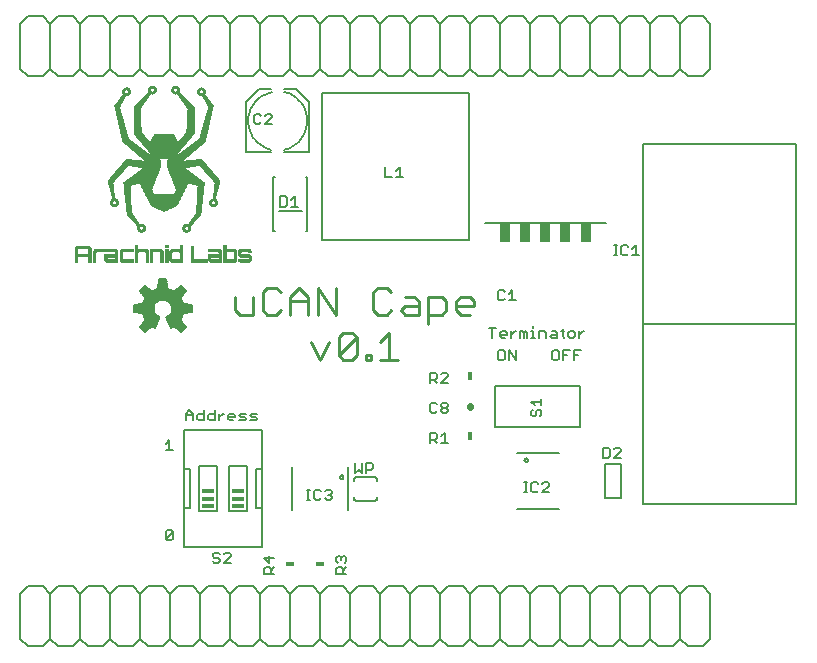
<source format=gto>
G75*
G70*
%OFA0B0*%
%FSLAX24Y24*%
%IPPOS*%
%LPD*%
%AMOC8*
5,1,8,0,0,1.08239X$1,22.5*
%
%ADD10C,0.0060*%
%ADD11C,0.0100*%
%ADD12C,0.0080*%
%ADD13R,0.0400X0.0150*%
%ADD14R,0.0180X0.0300*%
%ADD15C,0.0220*%
%ADD16R,0.0380X0.0660*%
%ADD17C,0.0050*%
%ADD18R,0.0300X0.0180*%
%ADD19C,0.0000*%
%ADD20C,0.0001*%
%ADD21C,0.0059*%
D10*
X007500Y000630D02*
X007500Y002130D01*
X007750Y002380D01*
X008250Y002380D01*
X008500Y002130D01*
X008500Y000630D01*
X008750Y000380D01*
X009250Y000380D01*
X009500Y000630D01*
X009500Y002130D01*
X009750Y002380D01*
X010250Y002380D01*
X010500Y002130D01*
X010500Y000630D01*
X010750Y000380D01*
X011250Y000380D01*
X011500Y000630D01*
X011500Y002130D01*
X011750Y002380D01*
X012250Y002380D01*
X012500Y002130D01*
X012500Y000630D01*
X012750Y000380D01*
X013250Y000380D01*
X013500Y000630D01*
X013500Y002130D01*
X013750Y002380D01*
X014250Y002380D01*
X014500Y002130D01*
X014500Y000630D01*
X014250Y000380D01*
X013750Y000380D01*
X013500Y000630D01*
X012500Y000630D02*
X012250Y000380D01*
X011750Y000380D01*
X011500Y000630D01*
X010500Y000630D02*
X010250Y000380D01*
X009750Y000380D01*
X009500Y000630D01*
X008500Y000630D02*
X008250Y000380D01*
X007750Y000380D01*
X007500Y000630D01*
X008500Y002130D02*
X008750Y002380D01*
X009250Y002380D01*
X009500Y002130D01*
X010500Y002130D02*
X010750Y002380D01*
X011250Y002380D01*
X011500Y002130D01*
X012500Y002130D02*
X012750Y002380D01*
X013250Y002380D01*
X013500Y002130D01*
X014500Y002130D02*
X014750Y002380D01*
X015250Y002380D01*
X015500Y002130D01*
X015500Y000630D01*
X015250Y000380D01*
X014750Y000380D01*
X014500Y000630D01*
X015500Y000630D02*
X015750Y000380D01*
X016250Y000380D01*
X016500Y000630D01*
X016500Y002130D01*
X016750Y002380D01*
X017250Y002380D01*
X017500Y002130D01*
X017500Y000630D01*
X017250Y000380D01*
X016750Y000380D01*
X016500Y000630D01*
X017500Y000630D02*
X017750Y000380D01*
X018250Y000380D01*
X018500Y000630D01*
X018500Y002130D01*
X018750Y002380D01*
X019250Y002380D01*
X019500Y002130D01*
X019500Y000630D01*
X019250Y000380D01*
X018750Y000380D01*
X018500Y000630D01*
X019500Y000630D02*
X019750Y000380D01*
X020250Y000380D01*
X020500Y000630D01*
X020500Y002130D01*
X020750Y002380D01*
X021250Y002380D01*
X021500Y002130D01*
X021500Y000630D01*
X021250Y000380D01*
X020750Y000380D01*
X020500Y000630D01*
X021500Y000630D02*
X021750Y000380D01*
X022250Y000380D01*
X022500Y000630D01*
X022500Y002130D01*
X022750Y002380D01*
X023250Y002380D01*
X023500Y002130D01*
X023750Y002380D01*
X024250Y002380D01*
X024500Y002130D01*
X024750Y002380D01*
X025250Y002380D01*
X025500Y002130D01*
X025750Y002380D01*
X026250Y002380D01*
X026500Y002130D01*
X026750Y002380D01*
X027250Y002380D01*
X027500Y002130D01*
X027750Y002380D01*
X028250Y002380D01*
X028500Y002130D01*
X028750Y002380D01*
X029250Y002380D01*
X029500Y002130D01*
X029750Y002380D01*
X030250Y002380D01*
X030500Y002130D01*
X030500Y000630D01*
X030250Y000380D01*
X029750Y000380D01*
X029500Y000630D01*
X029500Y002130D01*
X028500Y002130D02*
X028500Y000630D01*
X028750Y000380D01*
X029250Y000380D01*
X029500Y000630D01*
X028500Y000630D02*
X028250Y000380D01*
X027750Y000380D01*
X027500Y000630D01*
X027500Y002130D01*
X026500Y002130D02*
X026500Y000630D01*
X026750Y000380D01*
X027250Y000380D01*
X027500Y000630D01*
X026500Y000630D02*
X026250Y000380D01*
X025750Y000380D01*
X025500Y000630D01*
X025500Y002130D01*
X024500Y002130D02*
X024500Y000630D01*
X024750Y000380D01*
X025250Y000380D01*
X025500Y000630D01*
X024500Y000630D02*
X024250Y000380D01*
X023750Y000380D01*
X023500Y000630D01*
X023500Y002130D01*
X022500Y002130D02*
X022250Y002380D01*
X021750Y002380D01*
X021500Y002130D01*
X020500Y002130D02*
X020250Y002380D01*
X019750Y002380D01*
X019500Y002130D01*
X018500Y002130D02*
X018250Y002380D01*
X017750Y002380D01*
X017500Y002130D01*
X016500Y002130D02*
X016250Y002380D01*
X015750Y002380D01*
X015500Y002130D01*
X015630Y002792D02*
X015630Y002962D01*
X015686Y003019D01*
X015800Y003019D01*
X015857Y002962D01*
X015857Y002792D01*
X015970Y002792D02*
X015630Y002792D01*
X015857Y002905D02*
X015970Y003019D01*
X015800Y003160D02*
X015800Y003387D01*
X015970Y003330D02*
X015630Y003330D01*
X015800Y003160D01*
X014507Y003160D02*
X014280Y003160D01*
X014507Y003387D01*
X014507Y003444D01*
X014450Y003500D01*
X014337Y003500D01*
X014280Y003444D01*
X014139Y003444D02*
X014082Y003500D01*
X013968Y003500D01*
X013912Y003444D01*
X013912Y003387D01*
X013968Y003330D01*
X014082Y003330D01*
X014139Y003273D01*
X014139Y003217D01*
X014082Y003160D01*
X013968Y003160D01*
X013912Y003217D01*
X012573Y003967D02*
X012573Y004194D01*
X012346Y003967D01*
X012403Y003910D01*
X012516Y003910D01*
X012573Y003967D01*
X012573Y004194D02*
X012516Y004250D01*
X012403Y004250D01*
X012346Y004194D01*
X012346Y003967D01*
X016570Y004920D02*
X016570Y006340D01*
X017039Y005600D02*
X017152Y005600D01*
X017096Y005600D02*
X017096Y005260D01*
X017152Y005260D02*
X017039Y005260D01*
X017284Y005317D02*
X017341Y005260D01*
X017455Y005260D01*
X017511Y005317D01*
X017653Y005317D02*
X017709Y005260D01*
X017823Y005260D01*
X017880Y005317D01*
X017880Y005373D01*
X017823Y005430D01*
X017766Y005430D01*
X017823Y005430D02*
X017880Y005487D01*
X017880Y005544D01*
X017823Y005600D01*
X017709Y005600D01*
X017653Y005544D01*
X017511Y005544D02*
X017455Y005600D01*
X017341Y005600D01*
X017284Y005544D01*
X017284Y005317D01*
X018430Y004920D02*
X018430Y006340D01*
X018662Y006500D02*
X018662Y006160D01*
X018775Y006273D01*
X018889Y006160D01*
X018889Y006500D01*
X019030Y006500D02*
X019200Y006500D01*
X019257Y006444D01*
X019257Y006330D01*
X019200Y006273D01*
X019030Y006273D01*
X019030Y006160D02*
X019030Y006500D01*
X021162Y007160D02*
X021162Y007500D01*
X021332Y007500D01*
X021389Y007444D01*
X021389Y007330D01*
X021332Y007273D01*
X021162Y007273D01*
X021275Y007273D02*
X021389Y007160D01*
X021530Y007160D02*
X021757Y007160D01*
X021643Y007160D02*
X021643Y007500D01*
X021530Y007387D01*
X021587Y008160D02*
X021530Y008217D01*
X021530Y008273D01*
X021587Y008330D01*
X021700Y008330D01*
X021757Y008273D01*
X021757Y008217D01*
X021700Y008160D01*
X021587Y008160D01*
X021587Y008330D02*
X021530Y008387D01*
X021530Y008444D01*
X021587Y008500D01*
X021700Y008500D01*
X021757Y008444D01*
X021757Y008387D01*
X021700Y008330D01*
X021389Y008217D02*
X021332Y008160D01*
X021218Y008160D01*
X021162Y008217D01*
X021162Y008444D01*
X021218Y008500D01*
X021332Y008500D01*
X021389Y008444D01*
X021389Y009160D02*
X021275Y009273D01*
X021332Y009273D02*
X021162Y009273D01*
X021162Y009160D02*
X021162Y009500D01*
X021332Y009500D01*
X021389Y009444D01*
X021389Y009330D01*
X021332Y009273D01*
X021530Y009160D02*
X021757Y009387D01*
X021757Y009444D01*
X021700Y009500D01*
X021587Y009500D01*
X021530Y009444D01*
X021530Y009160D02*
X021757Y009160D01*
X023412Y009967D02*
X023468Y009910D01*
X023582Y009910D01*
X023639Y009967D01*
X023639Y010194D01*
X023582Y010250D01*
X023468Y010250D01*
X023412Y010194D01*
X023412Y009967D01*
X023780Y009910D02*
X023780Y010250D01*
X024007Y009910D01*
X024007Y010250D01*
X023859Y010660D02*
X023859Y010887D01*
X023859Y010773D02*
X023973Y010887D01*
X024029Y010887D01*
X024166Y010887D02*
X024166Y010660D01*
X024280Y010660D02*
X024280Y010830D01*
X024336Y010887D01*
X024393Y010830D01*
X024393Y010660D01*
X024534Y010660D02*
X024648Y010660D01*
X024591Y010660D02*
X024591Y010887D01*
X024534Y010887D01*
X024591Y011000D02*
X024591Y011057D01*
X024780Y010887D02*
X024950Y010887D01*
X025007Y010830D01*
X025007Y010660D01*
X025148Y010717D02*
X025205Y010773D01*
X025375Y010773D01*
X025375Y010830D02*
X025375Y010660D01*
X025205Y010660D01*
X025148Y010717D01*
X025205Y010887D02*
X025318Y010887D01*
X025375Y010830D01*
X025517Y010887D02*
X025630Y010887D01*
X025573Y010944D02*
X025573Y010717D01*
X025630Y010660D01*
X025762Y010717D02*
X025819Y010660D01*
X025932Y010660D01*
X025989Y010717D01*
X025989Y010830D01*
X025932Y010887D01*
X025819Y010887D01*
X025762Y010830D01*
X025762Y010717D01*
X026130Y010773D02*
X026244Y010887D01*
X026301Y010887D01*
X026130Y010887D02*
X026130Y010660D01*
X026191Y010250D02*
X025964Y010250D01*
X025964Y009910D01*
X025964Y010080D02*
X026078Y010080D01*
X025823Y010250D02*
X025596Y010250D01*
X025596Y009910D01*
X025454Y009967D02*
X025398Y009910D01*
X025284Y009910D01*
X025228Y009967D01*
X025228Y010194D01*
X025284Y010250D01*
X025398Y010250D01*
X025454Y010194D01*
X025454Y009967D01*
X025596Y010080D02*
X025709Y010080D01*
X024780Y010660D02*
X024780Y010887D01*
X024280Y010830D02*
X024223Y010887D01*
X024166Y010887D01*
X023718Y010830D02*
X023718Y010773D01*
X023491Y010773D01*
X023491Y010717D02*
X023491Y010830D01*
X023548Y010887D01*
X023661Y010887D01*
X023718Y010830D01*
X023661Y010660D02*
X023548Y010660D01*
X023491Y010717D01*
X023236Y010660D02*
X023236Y011000D01*
X023123Y011000D02*
X023349Y011000D01*
X023468Y011910D02*
X023582Y011910D01*
X023639Y011967D01*
X023780Y011910D02*
X024007Y011910D01*
X023893Y011910D02*
X023893Y012250D01*
X023780Y012137D01*
X023639Y012194D02*
X023582Y012250D01*
X023468Y012250D01*
X023412Y012194D01*
X023412Y011967D01*
X023468Y011910D01*
X027289Y013410D02*
X027402Y013410D01*
X027346Y013410D02*
X027346Y013750D01*
X027402Y013750D02*
X027289Y013750D01*
X027534Y013694D02*
X027534Y013467D01*
X027591Y013410D01*
X027705Y013410D01*
X027761Y013467D01*
X027903Y013410D02*
X028130Y013410D01*
X028016Y013410D02*
X028016Y013750D01*
X027903Y013637D01*
X027761Y013694D02*
X027705Y013750D01*
X027591Y013750D01*
X027534Y013694D01*
X020257Y016010D02*
X020030Y016010D01*
X020143Y016010D02*
X020143Y016350D01*
X020030Y016237D01*
X019889Y016010D02*
X019662Y016010D01*
X019662Y016350D01*
X016643Y015375D02*
X016643Y015035D01*
X016530Y015035D02*
X016757Y015035D01*
X016530Y015262D02*
X016643Y015375D01*
X016389Y015319D02*
X016389Y015092D01*
X016332Y015035D01*
X016162Y015035D01*
X016162Y015375D01*
X016332Y015375D01*
X016389Y015319D01*
X015882Y017785D02*
X015655Y017785D01*
X015882Y018012D01*
X015882Y018069D01*
X015825Y018125D01*
X015712Y018125D01*
X015655Y018069D01*
X015514Y018069D02*
X015457Y018125D01*
X015343Y018125D01*
X015287Y018069D01*
X015287Y017842D01*
X015343Y017785D01*
X015457Y017785D01*
X015514Y017842D01*
X015750Y019380D02*
X015500Y019630D01*
X015500Y021130D01*
X015750Y021380D01*
X016250Y021380D01*
X016500Y021130D01*
X016500Y019630D01*
X016250Y019380D01*
X015750Y019380D01*
X015500Y019630D02*
X015250Y019380D01*
X014750Y019380D01*
X014500Y019630D01*
X014500Y021130D01*
X014750Y021380D01*
X015250Y021380D01*
X015500Y021130D01*
X014500Y021130D02*
X014250Y021380D01*
X013750Y021380D01*
X013500Y021130D01*
X013500Y019630D01*
X013750Y019380D01*
X014250Y019380D01*
X014500Y019630D01*
X013500Y019630D02*
X013250Y019380D01*
X012750Y019380D01*
X012500Y019630D01*
X012500Y021130D01*
X012750Y021380D01*
X013250Y021380D01*
X013500Y021130D01*
X012500Y021130D02*
X012250Y021380D01*
X011750Y021380D01*
X011500Y021130D01*
X011500Y019630D01*
X011750Y019380D01*
X012250Y019380D01*
X012500Y019630D01*
X011500Y019630D02*
X011250Y019380D01*
X010750Y019380D01*
X010500Y019630D01*
X010500Y021130D01*
X010750Y021380D01*
X011250Y021380D01*
X011500Y021130D01*
X010500Y021130D02*
X010250Y021380D01*
X009750Y021380D01*
X009500Y021130D01*
X009500Y019630D01*
X009750Y019380D01*
X010250Y019380D01*
X010500Y019630D01*
X009500Y019630D02*
X009250Y019380D01*
X008750Y019380D01*
X008500Y019630D01*
X008500Y021130D01*
X008750Y021380D01*
X009250Y021380D01*
X009500Y021130D01*
X008500Y021130D02*
X008250Y021380D01*
X007750Y021380D01*
X007500Y021130D01*
X007500Y019630D01*
X007750Y019380D01*
X008250Y019380D01*
X008500Y019630D01*
X016500Y019630D02*
X016750Y019380D01*
X017250Y019380D01*
X017500Y019630D01*
X017500Y021130D01*
X017750Y021380D01*
X018250Y021380D01*
X018500Y021130D01*
X018500Y019630D01*
X018250Y019380D01*
X017750Y019380D01*
X017500Y019630D01*
X018500Y019630D02*
X018750Y019380D01*
X019250Y019380D01*
X019500Y019630D01*
X019500Y021130D01*
X019750Y021380D01*
X020250Y021380D01*
X020500Y021130D01*
X020500Y019630D01*
X020250Y019380D01*
X019750Y019380D01*
X019500Y019630D01*
X020500Y019630D02*
X020750Y019380D01*
X021250Y019380D01*
X021500Y019630D01*
X021500Y021130D01*
X021750Y021380D01*
X022250Y021380D01*
X022500Y021130D01*
X022500Y019630D01*
X022250Y019380D01*
X021750Y019380D01*
X021500Y019630D01*
X022500Y019630D02*
X022750Y019380D01*
X023250Y019380D01*
X023500Y019630D01*
X023750Y019380D01*
X024250Y019380D01*
X024500Y019630D01*
X024750Y019380D01*
X025250Y019380D01*
X025500Y019630D01*
X025750Y019380D01*
X026250Y019380D01*
X026500Y019630D01*
X026750Y019380D01*
X027250Y019380D01*
X027500Y019630D01*
X027750Y019380D01*
X028250Y019380D01*
X028500Y019630D01*
X028750Y019380D01*
X029250Y019380D01*
X029500Y019630D01*
X029750Y019380D01*
X030250Y019380D01*
X030500Y019630D01*
X030500Y021130D01*
X030250Y021380D01*
X029750Y021380D01*
X029500Y021130D01*
X029500Y019630D01*
X028500Y019630D02*
X028500Y021130D01*
X028750Y021380D01*
X029250Y021380D01*
X029500Y021130D01*
X028500Y021130D02*
X028250Y021380D01*
X027750Y021380D01*
X027500Y021130D01*
X027500Y019630D01*
X026500Y019630D02*
X026500Y021130D01*
X026750Y021380D01*
X027250Y021380D01*
X027500Y021130D01*
X026500Y021130D02*
X026250Y021380D01*
X025750Y021380D01*
X025500Y021130D01*
X025500Y019630D01*
X024500Y019630D02*
X024500Y021130D01*
X024750Y021380D01*
X025250Y021380D01*
X025500Y021130D01*
X024500Y021130D02*
X024250Y021380D01*
X023750Y021380D01*
X023500Y021130D01*
X023500Y019630D01*
X023500Y021130D02*
X023250Y021380D01*
X022750Y021380D01*
X022500Y021130D01*
X021500Y021130D02*
X021250Y021380D01*
X020750Y021380D01*
X020500Y021130D01*
X019500Y021130D02*
X019250Y021380D01*
X018750Y021380D01*
X018500Y021130D01*
X017500Y021130D02*
X017250Y021380D01*
X016750Y021380D01*
X016500Y021130D01*
X024870Y008637D02*
X024870Y008410D01*
X024870Y008523D02*
X024530Y008523D01*
X024643Y008410D01*
X024586Y008269D02*
X024530Y008212D01*
X024530Y008098D01*
X024586Y008042D01*
X024643Y008042D01*
X024700Y008098D01*
X024700Y008212D01*
X024757Y008269D01*
X024813Y008269D01*
X024870Y008212D01*
X024870Y008098D01*
X024813Y008042D01*
X025460Y006810D02*
X024040Y006810D01*
X024289Y005850D02*
X024402Y005850D01*
X024346Y005850D02*
X024346Y005510D01*
X024402Y005510D02*
X024289Y005510D01*
X024534Y005567D02*
X024591Y005510D01*
X024705Y005510D01*
X024761Y005567D01*
X024903Y005510D02*
X025130Y005737D01*
X025130Y005794D01*
X025073Y005850D01*
X024959Y005850D01*
X024903Y005794D01*
X024761Y005794D02*
X024705Y005850D01*
X024591Y005850D01*
X024534Y005794D01*
X024534Y005567D01*
X024903Y005510D02*
X025130Y005510D01*
X025460Y004950D02*
X024040Y004950D01*
X026990Y005320D02*
X026990Y006440D01*
X027510Y006440D01*
X027510Y005320D01*
X026990Y005320D01*
X026912Y006660D02*
X027082Y006660D01*
X027139Y006717D01*
X027139Y006944D01*
X027082Y007000D01*
X026912Y007000D01*
X026912Y006660D01*
X027280Y006660D02*
X027507Y006887D01*
X027507Y006944D01*
X027450Y007000D01*
X027337Y007000D01*
X027280Y006944D01*
X027280Y006660D02*
X027507Y006660D01*
X018370Y003330D02*
X018370Y003217D01*
X018313Y003160D01*
X018370Y003019D02*
X018257Y002905D01*
X018257Y002962D02*
X018257Y002792D01*
X018370Y002792D02*
X018030Y002792D01*
X018030Y002962D01*
X018086Y003019D01*
X018200Y003019D01*
X018257Y002962D01*
X018086Y003160D02*
X018030Y003217D01*
X018030Y003330D01*
X018086Y003387D01*
X018143Y003387D01*
X018200Y003330D01*
X018257Y003387D01*
X018313Y003387D01*
X018370Y003330D01*
X018200Y003330D02*
X018200Y003273D01*
X022500Y000630D02*
X022750Y000380D01*
X023250Y000380D01*
X023500Y000630D01*
X012573Y006910D02*
X012346Y006910D01*
X012459Y006910D02*
X012459Y007250D01*
X012346Y007137D01*
X013022Y007910D02*
X013022Y008137D01*
X013135Y008250D01*
X013248Y008137D01*
X013248Y007910D01*
X013390Y007967D02*
X013390Y008080D01*
X013447Y008137D01*
X013617Y008137D01*
X013617Y008250D02*
X013617Y007910D01*
X013447Y007910D01*
X013390Y007967D01*
X013248Y008080D02*
X013022Y008080D01*
X013758Y008080D02*
X013758Y007967D01*
X013815Y007910D01*
X013985Y007910D01*
X013985Y008250D01*
X013985Y008137D02*
X013815Y008137D01*
X013758Y008080D01*
X014127Y008023D02*
X014240Y008137D01*
X014297Y008137D01*
X014433Y008080D02*
X014490Y008137D01*
X014604Y008137D01*
X014660Y008080D01*
X014660Y008023D01*
X014433Y008023D01*
X014433Y007967D02*
X014433Y008080D01*
X014433Y007967D02*
X014490Y007910D01*
X014604Y007910D01*
X014802Y007910D02*
X014972Y007910D01*
X015029Y007967D01*
X014972Y008023D01*
X014858Y008023D01*
X014802Y008080D01*
X014858Y008137D01*
X015029Y008137D01*
X015170Y008080D02*
X015227Y008137D01*
X015397Y008137D01*
X015340Y008023D02*
X015397Y007967D01*
X015340Y007910D01*
X015170Y007910D01*
X015227Y008023D02*
X015170Y008080D01*
X015227Y008023D02*
X015340Y008023D01*
X014127Y007910D02*
X014127Y008137D01*
D11*
X017489Y009930D02*
X017789Y010531D01*
X018109Y010681D02*
X018260Y010831D01*
X018560Y010831D01*
X018710Y010681D01*
X018109Y010080D01*
X018260Y009930D01*
X018560Y009930D01*
X018710Y010080D01*
X018710Y010681D01*
X018109Y010681D02*
X018109Y010080D01*
X017489Y009930D02*
X017189Y010531D01*
X017099Y011430D02*
X017099Y012031D01*
X016798Y012331D01*
X016498Y012031D01*
X016498Y011430D01*
X016178Y011580D02*
X016028Y011430D01*
X015727Y011430D01*
X015577Y011580D01*
X015577Y012181D01*
X015727Y012331D01*
X016028Y012331D01*
X016178Y012181D01*
X016498Y011880D02*
X017099Y011880D01*
X017419Y011430D02*
X017419Y012331D01*
X018019Y011430D01*
X018019Y012331D01*
X019260Y012181D02*
X019260Y011580D01*
X019411Y011430D01*
X019711Y011430D01*
X019861Y011580D01*
X020181Y011580D02*
X020331Y011430D01*
X020782Y011430D01*
X020782Y011880D01*
X020632Y012031D01*
X020331Y012031D01*
X020331Y011730D02*
X020782Y011730D01*
X021102Y012031D02*
X021552Y012031D01*
X021702Y011880D01*
X021702Y011580D01*
X021552Y011430D01*
X021102Y011430D01*
X021102Y011130D02*
X021102Y012031D01*
X020331Y011730D02*
X020181Y011580D01*
X019861Y012181D02*
X019711Y012331D01*
X019411Y012331D01*
X019260Y012181D01*
X019791Y010831D02*
X019791Y009930D01*
X019491Y009930D02*
X020091Y009930D01*
X019180Y009930D02*
X019030Y009930D01*
X019030Y010080D01*
X019180Y010080D01*
X019180Y009930D01*
X019491Y010531D02*
X019791Y010831D01*
X022023Y011580D02*
X022173Y011430D01*
X022473Y011430D01*
X022023Y011580D02*
X022023Y011880D01*
X022173Y012031D01*
X022473Y012031D01*
X022623Y011880D01*
X022623Y011730D01*
X022023Y011730D01*
X015257Y011430D02*
X015257Y012031D01*
X014656Y012031D02*
X014656Y011580D01*
X014807Y011430D01*
X015257Y011430D01*
D12*
X015929Y014224D02*
X015929Y016036D01*
X015988Y016036D01*
X017012Y016036D02*
X017071Y016036D01*
X017071Y014224D01*
X017012Y014224D01*
X016894Y014894D02*
X016106Y014894D01*
X015988Y014224D02*
X015929Y014224D01*
X015862Y016856D02*
X015035Y016856D01*
X015035Y018510D01*
X015469Y018943D01*
X015862Y018943D01*
X016276Y018943D02*
X016689Y018943D01*
X017122Y018510D01*
X017122Y016856D01*
X016295Y016856D01*
X015862Y016935D02*
X015803Y016950D01*
X015746Y016968D01*
X015689Y016990D01*
X015634Y017015D01*
X015581Y017044D01*
X015529Y017076D01*
X015480Y017111D01*
X015433Y017149D01*
X015388Y017190D01*
X015346Y017234D01*
X015307Y017280D01*
X015271Y017328D01*
X015237Y017379D01*
X015207Y017432D01*
X015181Y017486D01*
X015157Y017542D01*
X015138Y017599D01*
X015122Y017658D01*
X015109Y017717D01*
X015100Y017777D01*
X015095Y017837D01*
X015094Y017898D01*
X015097Y017959D01*
X015103Y018019D01*
X015113Y018079D01*
X015127Y018138D01*
X015144Y018196D01*
X015165Y018253D01*
X015189Y018308D01*
X015217Y018362D01*
X015248Y018414D01*
X015282Y018464D01*
X015320Y018512D01*
X015360Y018557D01*
X015403Y018600D01*
X015448Y018640D01*
X015496Y018677D01*
X015546Y018711D01*
X015598Y018742D01*
X015652Y018769D01*
X015708Y018794D01*
X015765Y018814D01*
X015823Y018831D01*
X015882Y018845D01*
X016276Y018864D02*
X016336Y018849D01*
X016395Y018831D01*
X016453Y018808D01*
X016510Y018782D01*
X016564Y018753D01*
X016617Y018720D01*
X016668Y018684D01*
X016716Y018645D01*
X016762Y018603D01*
X016804Y018558D01*
X016845Y018511D01*
X016881Y018461D01*
X016915Y018409D01*
X016946Y018355D01*
X016973Y018299D01*
X016996Y018241D01*
X017016Y018182D01*
X017032Y018122D01*
X017044Y018062D01*
X017053Y018000D01*
X017057Y017938D01*
X017058Y017876D01*
X017055Y017814D01*
X017047Y017752D01*
X017036Y017691D01*
X017022Y017631D01*
X017003Y017572D01*
X016981Y017514D01*
X016955Y017457D01*
X016926Y017403D01*
X016893Y017350D01*
X016857Y017299D01*
X016818Y017251D01*
X016776Y017205D01*
X016731Y017162D01*
X016684Y017122D01*
X016634Y017085D01*
X016582Y017051D01*
X016528Y017021D01*
X016472Y016994D01*
X016414Y016970D01*
X016355Y016950D01*
X016295Y016934D01*
X022994Y014496D02*
X027006Y014496D01*
X028253Y017130D02*
X033371Y017130D01*
X033371Y011130D01*
X028253Y011130D01*
X028253Y017130D01*
X028253Y011130D02*
X033371Y011130D01*
X033371Y005130D01*
X028253Y005130D01*
X028253Y011130D01*
X026167Y009069D02*
X023333Y009069D01*
X023333Y007691D01*
X026167Y007691D01*
X026167Y009069D01*
X024303Y006590D02*
X024305Y006605D01*
X024311Y006618D01*
X024320Y006630D01*
X024331Y006639D01*
X024345Y006645D01*
X024360Y006647D01*
X024375Y006645D01*
X024388Y006639D01*
X024400Y006630D01*
X024409Y006619D01*
X024415Y006605D01*
X024417Y006590D01*
X024415Y006575D01*
X024409Y006562D01*
X024400Y006550D01*
X024389Y006541D01*
X024375Y006535D01*
X024360Y006533D01*
X024345Y006535D01*
X024332Y006541D01*
X024320Y006550D01*
X024311Y006561D01*
X024305Y006575D01*
X024303Y006590D01*
X019315Y006024D02*
X018685Y006024D01*
X018685Y006023D02*
X018669Y006018D01*
X018653Y006010D01*
X018639Y006000D01*
X018627Y005988D01*
X018617Y005973D01*
X018610Y005957D01*
X018606Y005940D01*
X018605Y005923D01*
X018607Y005905D01*
X018153Y006020D02*
X018155Y006035D01*
X018161Y006048D01*
X018170Y006060D01*
X018181Y006069D01*
X018195Y006075D01*
X018210Y006077D01*
X018225Y006075D01*
X018238Y006069D01*
X018250Y006060D01*
X018259Y006049D01*
X018265Y006035D01*
X018267Y006020D01*
X018265Y006005D01*
X018259Y005992D01*
X018250Y005980D01*
X018239Y005971D01*
X018225Y005965D01*
X018210Y005963D01*
X018195Y005965D01*
X018182Y005971D01*
X018170Y005980D01*
X018161Y005991D01*
X018155Y006005D01*
X018153Y006020D01*
X018607Y005355D02*
X018605Y005337D01*
X018606Y005320D01*
X018610Y005303D01*
X018617Y005287D01*
X018627Y005272D01*
X018639Y005260D01*
X018653Y005250D01*
X018669Y005242D01*
X018685Y005237D01*
X018685Y005236D02*
X019315Y005236D01*
X019315Y005237D02*
X019331Y005242D01*
X019347Y005250D01*
X019361Y005260D01*
X019373Y005272D01*
X019383Y005287D01*
X019390Y005303D01*
X019394Y005320D01*
X019395Y005337D01*
X019393Y005355D01*
X019393Y005905D02*
X019395Y005923D01*
X019394Y005940D01*
X019390Y005957D01*
X019383Y005973D01*
X019373Y005988D01*
X019361Y006000D01*
X019347Y006010D01*
X019331Y006018D01*
X019315Y006023D01*
X015550Y006280D02*
X015550Y004980D01*
X015350Y004980D01*
X015350Y006280D01*
X015550Y006280D01*
X015550Y007580D01*
X012950Y007580D01*
X012950Y006280D01*
X012950Y004980D01*
X012950Y003680D01*
X015550Y003680D01*
X015550Y004980D01*
X015050Y004880D02*
X014450Y004880D01*
X014450Y006380D01*
X015050Y006380D01*
X015050Y004880D01*
X014050Y004880D02*
X013450Y004880D01*
X013450Y006380D01*
X014050Y006380D01*
X014050Y004880D01*
X013150Y004980D02*
X013150Y006280D01*
X012950Y006280D01*
X012950Y004980D02*
X013150Y004980D01*
D13*
X013750Y005055D03*
X013750Y005305D03*
X013750Y005555D03*
X014750Y005555D03*
X014750Y005305D03*
X014750Y005055D03*
D14*
X022500Y007380D03*
X022500Y009380D03*
D15*
X022500Y008392D02*
X022500Y008368D01*
D16*
X023660Y014200D03*
X024330Y014200D03*
X025000Y014200D03*
X025670Y014200D03*
X026340Y014200D03*
D17*
X022441Y013939D02*
X022441Y018821D01*
X017559Y018821D01*
X017559Y013939D01*
X022441Y013939D01*
D18*
X017500Y003130D03*
X016500Y003130D03*
D19*
X015093Y013195D02*
X014848Y013195D01*
X014813Y013203D01*
X014781Y013223D01*
X014762Y013254D01*
X014754Y013289D01*
X014754Y013305D01*
X014833Y013305D01*
X014833Y013289D01*
X014837Y013278D01*
X014848Y013274D01*
X015093Y013274D01*
X015104Y013278D01*
X015108Y013289D01*
X015108Y013352D01*
X015104Y013364D01*
X015093Y013368D01*
X014848Y013368D01*
X014813Y013376D01*
X014781Y013396D01*
X014762Y013427D01*
X014754Y013463D01*
X014754Y013526D01*
X014762Y013561D01*
X014781Y013593D01*
X014813Y013616D01*
X014848Y013620D01*
X015093Y013620D01*
X015128Y013616D01*
X015159Y013593D01*
X015179Y013561D01*
X015187Y013526D01*
X015187Y013510D01*
X015108Y013510D01*
X015108Y013526D01*
X015104Y013537D01*
X015093Y013541D01*
X014848Y013541D01*
X014837Y013537D01*
X014833Y013526D01*
X014833Y013463D01*
X014837Y013451D01*
X014848Y013447D01*
X015093Y013447D01*
X015128Y013443D01*
X015159Y013419D01*
X015179Y013388D01*
X015187Y013352D01*
X015187Y013289D01*
X015179Y013254D01*
X015159Y013223D01*
X015128Y013203D01*
X015093Y013195D01*
X014703Y013289D02*
X014703Y013526D01*
X014695Y013561D01*
X014675Y013593D01*
X014644Y013616D01*
X014608Y013620D01*
X014561Y013620D01*
X014518Y013620D01*
X014502Y013585D01*
X014494Y013549D01*
X014490Y013541D01*
X014608Y013541D01*
X014616Y013537D01*
X014624Y013526D01*
X014624Y013289D01*
X014616Y013278D01*
X014608Y013274D01*
X014490Y013274D01*
X014494Y013250D01*
X014498Y013223D01*
X014510Y013195D01*
X014608Y013195D01*
X014644Y013203D01*
X014675Y013223D01*
X014695Y013254D01*
X014703Y013289D01*
X014494Y013250D02*
X014490Y013274D01*
X014364Y013274D01*
X014352Y013278D01*
X014348Y013289D01*
X014348Y013526D01*
X014352Y013537D01*
X014364Y013541D01*
X014490Y013541D01*
X014494Y013549D01*
X014502Y013585D01*
X014518Y013620D01*
X014348Y013620D01*
X014348Y013762D01*
X014305Y013762D01*
X014266Y013762D01*
X014266Y013195D01*
X014510Y013195D01*
X014498Y013223D01*
X014494Y013250D01*
X014191Y013254D02*
X014191Y013223D01*
X014191Y013195D01*
X013852Y013195D01*
X013813Y013203D01*
X013781Y013223D01*
X013762Y013258D01*
X013801Y013286D01*
X013837Y013297D01*
X013837Y013289D01*
X013841Y013278D01*
X013852Y013274D01*
X014112Y013274D01*
X014112Y013293D01*
X014140Y013286D01*
X014167Y013274D01*
X014191Y013254D01*
X014191Y013526D01*
X014183Y013561D01*
X014163Y013593D01*
X014132Y013616D01*
X014096Y013620D01*
X013805Y013620D01*
X013754Y013620D01*
X013754Y013541D01*
X014096Y013541D01*
X014104Y013537D01*
X014112Y013526D01*
X014112Y013447D01*
X013754Y013447D01*
X013754Y013289D01*
X013762Y013258D01*
X013801Y013286D01*
X013837Y013297D01*
X013837Y013368D01*
X014112Y013368D01*
X014112Y013293D01*
X014140Y013286D01*
X014167Y013274D01*
X014191Y013254D01*
X013715Y013274D02*
X013715Y013195D01*
X013234Y013195D01*
X013187Y013195D01*
X013187Y013726D01*
X013266Y013726D01*
X013266Y013274D01*
X013715Y013274D01*
X012892Y013195D02*
X012892Y013762D01*
X012813Y013762D01*
X012813Y013620D01*
X012671Y013620D01*
X012624Y013620D01*
X012624Y013581D01*
X012624Y013541D01*
X012553Y013541D01*
X012541Y013537D01*
X012537Y013526D01*
X012537Y013289D01*
X012541Y013278D01*
X012553Y013274D01*
X012636Y013274D01*
X012636Y013258D01*
X012652Y013226D01*
X012667Y013195D01*
X012553Y013195D01*
X012518Y013203D01*
X012486Y013223D01*
X012463Y013254D01*
X012459Y013289D01*
X012459Y013526D01*
X012463Y013561D01*
X012486Y013593D01*
X012518Y013616D01*
X012553Y013620D01*
X012624Y013620D01*
X012624Y013541D01*
X012797Y013541D01*
X012805Y013537D01*
X012813Y013526D01*
X012813Y013289D01*
X012805Y013278D01*
X012797Y013274D01*
X012636Y013274D01*
X012636Y013258D01*
X012652Y013226D01*
X012667Y013195D01*
X012892Y013195D01*
X012407Y013195D02*
X012407Y013620D01*
X012325Y013620D01*
X012325Y013195D01*
X012364Y013195D01*
X012407Y013195D01*
X012250Y013195D02*
X012171Y013195D01*
X012171Y013526D01*
X012167Y013537D01*
X012156Y013541D01*
X011911Y013541D01*
X011900Y013537D01*
X011896Y013526D01*
X011896Y013195D01*
X011817Y013195D01*
X011817Y013620D01*
X012104Y013620D01*
X012156Y013620D01*
X012191Y013616D01*
X012222Y013593D01*
X012242Y013561D01*
X012250Y013526D01*
X012250Y013195D01*
X011758Y013195D02*
X011679Y013195D01*
X011679Y013526D01*
X011675Y013537D01*
X011663Y013541D01*
X011419Y013541D01*
X011407Y013537D01*
X011404Y013526D01*
X011404Y013195D01*
X011325Y013195D01*
X011325Y013762D01*
X011404Y013762D01*
X011404Y013620D01*
X011612Y013620D01*
X011663Y013620D01*
X011699Y013616D01*
X011730Y013593D01*
X011750Y013561D01*
X011758Y013526D01*
X011758Y013195D01*
X011242Y013195D02*
X010904Y013195D01*
X010868Y013203D01*
X010837Y013223D01*
X010817Y013254D01*
X010809Y013289D01*
X010809Y013526D01*
X010817Y013561D01*
X010837Y013593D01*
X010868Y013616D01*
X010904Y013620D01*
X011242Y013620D01*
X011242Y013541D01*
X010904Y013541D01*
X010896Y013537D01*
X010888Y013526D01*
X010888Y013289D01*
X010896Y013278D01*
X010904Y013274D01*
X011242Y013274D01*
X011242Y013195D01*
X010734Y013195D02*
X010734Y013203D01*
X010730Y013195D01*
X010734Y013195D01*
X010730Y013195D02*
X010734Y013203D01*
X010734Y013526D01*
X010726Y013561D01*
X010707Y013593D01*
X010675Y013616D01*
X010640Y013620D01*
X010596Y013620D01*
X010553Y013620D01*
X010541Y013593D01*
X010530Y013557D01*
X010530Y013541D01*
X010301Y013541D01*
X010301Y013620D01*
X010553Y013620D01*
X010541Y013593D01*
X010530Y013557D01*
X010530Y013541D01*
X010640Y013541D01*
X010652Y013537D01*
X010656Y013526D01*
X010656Y013447D01*
X010522Y013447D01*
X010522Y013408D01*
X010522Y013368D01*
X010380Y013368D01*
X010380Y013289D01*
X010384Y013278D01*
X010396Y013274D01*
X010530Y013274D01*
X010530Y013250D01*
X010537Y013223D01*
X010549Y013195D01*
X010396Y013195D01*
X010360Y013203D01*
X010329Y013223D01*
X010305Y013254D01*
X010301Y013289D01*
X010301Y013447D01*
X010522Y013447D01*
X010522Y013368D01*
X010656Y013368D01*
X010656Y013274D01*
X010530Y013274D01*
X010530Y013250D01*
X010537Y013223D01*
X010549Y013195D01*
X010730Y013195D01*
X010258Y013541D02*
X010018Y013541D01*
X010006Y013537D01*
X010002Y013526D01*
X010002Y013195D01*
X009923Y013195D01*
X009923Y013526D01*
X009931Y013561D01*
X009951Y013593D01*
X009982Y013616D01*
X010018Y013620D01*
X010258Y013620D01*
X010258Y013541D01*
X009841Y013628D02*
X009841Y013195D01*
X009762Y013195D01*
X009762Y013380D01*
X009616Y013380D01*
X009616Y013419D01*
X009616Y013459D01*
X009762Y013459D01*
X009762Y013628D01*
X009758Y013640D01*
X009746Y013644D01*
X009616Y013644D01*
X009616Y013726D01*
X009746Y013726D01*
X009781Y013719D01*
X009813Y013695D01*
X009837Y013667D01*
X009841Y013628D01*
X009616Y013644D02*
X009616Y013726D01*
X009407Y013726D01*
X009372Y013719D01*
X009341Y013695D01*
X009317Y013667D01*
X009313Y013628D01*
X009313Y013195D01*
X009392Y013195D01*
X009392Y013380D01*
X009573Y013380D01*
X009616Y013380D01*
X009616Y013459D01*
X009392Y013459D01*
X009392Y013628D01*
X009396Y013640D01*
X009407Y013644D01*
X009616Y013644D01*
X011195Y014620D02*
X011230Y014585D01*
X011266Y014545D01*
X011305Y014510D01*
X011341Y014471D01*
X011376Y014431D01*
X011411Y014396D01*
X011396Y014360D01*
X011392Y014329D01*
X011400Y014282D01*
X011423Y014246D01*
X011459Y014219D01*
X011502Y014203D01*
X011522Y014199D01*
X011569Y014207D01*
X011612Y014234D01*
X011640Y014278D01*
X011652Y014329D01*
X011640Y014376D01*
X011612Y014419D01*
X011569Y014447D01*
X011522Y014455D01*
X011506Y014423D01*
X011494Y014392D01*
X011522Y014400D01*
X011557Y014392D01*
X011585Y014364D01*
X011596Y014329D01*
X011585Y014289D01*
X011557Y014262D01*
X011522Y014254D01*
X011486Y014266D01*
X011494Y014219D01*
X011502Y014203D01*
X011494Y014219D01*
X011486Y014266D01*
X011459Y014289D01*
X011447Y014329D01*
X011459Y014364D01*
X011494Y014392D01*
X011506Y014423D01*
X011522Y014455D01*
X011486Y014451D01*
X011459Y014439D01*
X011431Y014478D01*
X011404Y014518D01*
X011376Y014557D01*
X011348Y014597D01*
X011321Y014636D01*
X011297Y014675D01*
X011270Y014715D01*
X011242Y014754D01*
X011215Y014793D01*
X011187Y014833D01*
X011183Y014884D01*
X011183Y014935D01*
X011179Y014986D01*
X011175Y015037D01*
X011171Y015089D01*
X011171Y015140D01*
X011167Y015191D01*
X011163Y015242D01*
X011163Y015293D01*
X011159Y015345D01*
X011156Y015396D01*
X011152Y015447D01*
X011152Y015498D01*
X011148Y015549D01*
X011144Y015600D01*
X011144Y015652D01*
X011140Y015707D01*
X011136Y015758D01*
X011183Y015770D01*
X011230Y015782D01*
X011281Y015797D01*
X011329Y015809D01*
X011376Y015821D01*
X011423Y015837D01*
X011470Y015849D01*
X011494Y015805D01*
X011514Y015758D01*
X011537Y015715D01*
X011561Y015667D01*
X011585Y015624D01*
X011604Y015581D01*
X011628Y015534D01*
X011652Y015490D01*
X011671Y015443D01*
X011695Y015400D01*
X011719Y015352D01*
X011742Y015309D01*
X011762Y015266D01*
X011785Y015219D01*
X011809Y015175D01*
X011829Y015128D01*
X011852Y015085D01*
X011900Y015065D01*
X011943Y015045D01*
X011990Y015026D01*
X012033Y015006D01*
X012081Y014982D01*
X012124Y014963D01*
X012171Y014943D01*
X012219Y014923D01*
X012219Y014974D01*
X012219Y015451D01*
X012616Y015451D01*
X012636Y015490D01*
X012656Y015534D01*
X012675Y015573D01*
X012691Y015616D01*
X012675Y015663D01*
X012656Y015711D01*
X012636Y015758D01*
X012620Y015805D01*
X012600Y015852D01*
X012581Y015900D01*
X012565Y015947D01*
X012545Y015994D01*
X012526Y016041D01*
X012510Y016089D01*
X012490Y016136D01*
X012470Y016183D01*
X012455Y016230D01*
X012435Y016278D01*
X012415Y016325D01*
X012400Y016372D01*
X012400Y016585D01*
X012435Y016585D01*
X012435Y016652D01*
X012219Y016652D01*
X012219Y017455D01*
X012585Y017455D01*
X012585Y017451D01*
X012608Y017404D01*
X012632Y017360D01*
X012656Y017317D01*
X012679Y017270D01*
X012703Y017226D01*
X012730Y017183D01*
X012762Y017219D01*
X012797Y017254D01*
X012829Y017289D01*
X012864Y017325D01*
X012896Y017360D01*
X012931Y017400D01*
X012967Y017435D01*
X012998Y017471D01*
X013033Y017506D01*
X013033Y017557D01*
X013037Y017608D01*
X013041Y017660D01*
X013041Y017711D01*
X013045Y017762D01*
X013049Y017813D01*
X013049Y017860D01*
X013053Y017911D01*
X013057Y017963D01*
X013057Y018014D01*
X013061Y018065D01*
X013065Y018116D01*
X013065Y018167D01*
X013069Y018219D01*
X013073Y018270D01*
X013073Y018321D01*
X013045Y018360D01*
X013014Y018404D01*
X012986Y018443D01*
X012955Y018486D01*
X012923Y018530D01*
X012896Y018569D01*
X012864Y018612D01*
X012837Y018652D01*
X012805Y018695D01*
X012774Y018738D01*
X012746Y018778D01*
X012715Y018821D01*
X012687Y018809D01*
X012659Y018805D01*
X012608Y018817D01*
X012569Y018845D01*
X012541Y018884D01*
X012530Y018935D01*
X012537Y018967D01*
X012565Y018959D01*
X012593Y018955D01*
X012585Y018935D01*
X012593Y018900D01*
X012620Y018872D01*
X012659Y018860D01*
X012695Y018872D01*
X012722Y018896D01*
X012734Y018935D01*
X012722Y018963D01*
X012742Y018967D01*
X012774Y018990D01*
X012785Y018963D01*
X012785Y018935D01*
X012781Y018904D01*
X012770Y018872D01*
X012805Y018833D01*
X012841Y018797D01*
X012876Y018762D01*
X012911Y018726D01*
X012951Y018691D01*
X012986Y018652D01*
X013022Y018616D01*
X013057Y018581D01*
X013093Y018545D01*
X013128Y018506D01*
X013163Y018471D01*
X013199Y018435D01*
X013234Y018400D01*
X013274Y018360D01*
X013274Y017486D01*
X013238Y017447D01*
X013207Y017411D01*
X013171Y017372D01*
X013140Y017333D01*
X013104Y017293D01*
X013073Y017254D01*
X013041Y017215D01*
X013006Y017175D01*
X012974Y017136D01*
X012939Y017100D01*
X012907Y017061D01*
X012872Y017022D01*
X012841Y016982D01*
X012805Y016943D01*
X012774Y016904D01*
X012742Y016864D01*
X012707Y016825D01*
X012726Y016797D01*
X012746Y016766D01*
X012785Y016797D01*
X012829Y016829D01*
X012872Y016860D01*
X012911Y016892D01*
X012955Y016923D01*
X012998Y016955D01*
X013037Y016986D01*
X013081Y017018D01*
X013124Y017049D01*
X013163Y017081D01*
X013207Y017112D01*
X013250Y017144D01*
X013289Y017175D01*
X013333Y017207D01*
X013376Y017238D01*
X013415Y017270D01*
X013459Y017301D01*
X013474Y017349D01*
X013486Y017396D01*
X013502Y017447D01*
X013514Y017494D01*
X013530Y017541D01*
X013541Y017593D01*
X013557Y017640D01*
X013569Y017687D01*
X013585Y017738D01*
X013596Y017786D01*
X013612Y017833D01*
X013624Y017884D01*
X013640Y017931D01*
X013652Y017978D01*
X013667Y018030D01*
X013679Y018077D01*
X013695Y018124D01*
X013711Y018175D01*
X013722Y018223D01*
X013738Y018270D01*
X013750Y018321D01*
X013766Y018368D01*
X013742Y018411D01*
X013719Y018455D01*
X013695Y018498D01*
X013675Y018541D01*
X013652Y018585D01*
X013628Y018628D01*
X013604Y018671D01*
X013581Y018715D01*
X013561Y018758D01*
X013522Y018750D01*
X013470Y018762D01*
X013431Y018789D01*
X013404Y018829D01*
X013392Y018880D01*
X013400Y018919D01*
X013415Y018955D01*
X013447Y018982D01*
X013482Y019002D01*
X013522Y019010D01*
X013561Y019002D01*
X013596Y018982D01*
X013624Y018951D01*
X013644Y018915D01*
X013596Y018900D01*
X013589Y018900D01*
X013565Y018939D01*
X013522Y018955D01*
X013478Y018939D01*
X013455Y018900D01*
X013427Y018908D01*
X013404Y018915D01*
X013400Y018919D01*
X013404Y018915D01*
X013427Y018908D01*
X013455Y018900D01*
X013447Y018880D01*
X013455Y018845D01*
X013482Y018817D01*
X013522Y018805D01*
X013557Y018817D01*
X013585Y018845D01*
X013596Y018880D01*
X013589Y018900D01*
X013596Y018900D01*
X013644Y018915D01*
X013648Y018880D01*
X013640Y018833D01*
X013616Y018793D01*
X013644Y018754D01*
X013675Y018715D01*
X013703Y018679D01*
X013734Y018640D01*
X013762Y018600D01*
X013793Y018561D01*
X013821Y018522D01*
X013848Y018482D01*
X013880Y018443D01*
X013907Y018408D01*
X013900Y018356D01*
X013888Y018309D01*
X013876Y018258D01*
X013864Y018211D01*
X013852Y018160D01*
X013844Y018108D01*
X013833Y018061D01*
X013821Y018010D01*
X013809Y017963D01*
X013797Y017911D01*
X013789Y017864D01*
X013778Y017813D01*
X013766Y017766D01*
X013754Y017715D01*
X013742Y017667D01*
X013734Y017616D01*
X013722Y017569D01*
X013711Y017518D01*
X013699Y017471D01*
X013687Y017419D01*
X013679Y017372D01*
X013667Y017321D01*
X013656Y017274D01*
X013644Y017223D01*
X013604Y017191D01*
X013569Y017160D01*
X013530Y017124D01*
X013490Y017093D01*
X013451Y017061D01*
X013411Y017026D01*
X013376Y016994D01*
X013337Y016963D01*
X013297Y016927D01*
X013258Y016896D01*
X013219Y016864D01*
X013183Y016829D01*
X013144Y016797D01*
X013104Y016762D01*
X013065Y016730D01*
X013030Y016699D01*
X012990Y016663D01*
X012951Y016632D01*
X012911Y016600D01*
X012872Y016565D01*
X012880Y016557D01*
X012927Y016565D01*
X012974Y016569D01*
X013026Y016573D01*
X013073Y016581D01*
X013124Y016585D01*
X013171Y016589D01*
X013222Y016593D01*
X013270Y016600D01*
X013321Y016604D01*
X013368Y016608D01*
X013415Y016616D01*
X013467Y016620D01*
X013514Y016624D01*
X013549Y016585D01*
X013585Y016545D01*
X013616Y016506D01*
X013652Y016467D01*
X013683Y016427D01*
X013719Y016388D01*
X013754Y016349D01*
X013785Y016309D01*
X013821Y016270D01*
X013856Y016230D01*
X013888Y016191D01*
X013923Y016152D01*
X013955Y016112D01*
X013990Y016073D01*
X014026Y016034D01*
X014057Y015994D01*
X014093Y015951D01*
X014124Y015911D01*
X014124Y015864D01*
X014112Y015817D01*
X014096Y015770D01*
X014085Y015723D01*
X014073Y015675D01*
X014057Y015628D01*
X014045Y015581D01*
X014033Y015534D01*
X014022Y015486D01*
X014006Y015439D01*
X013994Y015392D01*
X013982Y015345D01*
X013970Y015301D01*
X014006Y015274D01*
X014033Y015238D01*
X014045Y015195D01*
X014049Y015179D01*
X014041Y015132D01*
X014014Y015089D01*
X013970Y015061D01*
X013923Y015049D01*
X013872Y015061D01*
X013833Y015089D01*
X013801Y015132D01*
X013793Y015179D01*
X013793Y015187D01*
X013797Y015187D01*
X013825Y015203D01*
X013856Y015211D01*
X013860Y015215D01*
X013848Y015179D01*
X013856Y015144D01*
X013884Y015116D01*
X013923Y015104D01*
X013959Y015116D01*
X013986Y015144D01*
X013994Y015179D01*
X013982Y015215D01*
X014006Y015211D01*
X014045Y015195D01*
X014006Y015211D01*
X013982Y015215D01*
X013959Y015242D01*
X013923Y015254D01*
X013888Y015242D01*
X013860Y015215D01*
X013856Y015211D01*
X013825Y015203D01*
X013797Y015187D01*
X013793Y015187D01*
X013805Y015230D01*
X013833Y015270D01*
X013872Y015297D01*
X013915Y015309D01*
X013923Y015356D01*
X013927Y015408D01*
X013935Y015459D01*
X013939Y015506D01*
X013947Y015557D01*
X013951Y015608D01*
X013959Y015660D01*
X013963Y015707D01*
X013970Y015758D01*
X013974Y015809D01*
X013982Y015856D01*
X013947Y015896D01*
X013911Y015935D01*
X013876Y015974D01*
X013844Y016014D01*
X013809Y016049D01*
X013774Y016089D01*
X013738Y016128D01*
X013707Y016167D01*
X013671Y016203D01*
X013636Y016242D01*
X013600Y016282D01*
X013569Y016321D01*
X013533Y016356D01*
X013498Y016396D01*
X013463Y016435D01*
X013415Y016427D01*
X013368Y016419D01*
X013317Y016408D01*
X013270Y016400D01*
X013222Y016392D01*
X013171Y016384D01*
X013124Y016372D01*
X013077Y016364D01*
X013026Y016356D01*
X012978Y016349D01*
X012986Y016301D01*
X013030Y016270D01*
X013069Y016242D01*
X013112Y016211D01*
X013156Y016179D01*
X013195Y016148D01*
X013238Y016116D01*
X013278Y016085D01*
X013321Y016057D01*
X013360Y016026D01*
X013404Y015994D01*
X013447Y015963D01*
X013486Y015931D01*
X013530Y015900D01*
X013569Y015868D01*
X013612Y015841D01*
X013608Y015789D01*
X013600Y015738D01*
X013596Y015687D01*
X013589Y015636D01*
X013585Y015585D01*
X013577Y015534D01*
X013573Y015482D01*
X013569Y015431D01*
X013561Y015384D01*
X013557Y015333D01*
X013549Y015282D01*
X013545Y015230D01*
X013541Y015179D01*
X013533Y015128D01*
X013530Y015077D01*
X013522Y015026D01*
X013518Y014974D01*
X013510Y014923D01*
X013506Y014876D01*
X013502Y014825D01*
X013494Y014774D01*
X013459Y014734D01*
X013423Y014699D01*
X013388Y014660D01*
X013352Y014620D01*
X013313Y014585D01*
X013278Y014545D01*
X013242Y014510D01*
X013207Y014471D01*
X013171Y014431D01*
X013136Y014396D01*
X013148Y014360D01*
X013152Y014329D01*
X013144Y014278D01*
X013116Y014234D01*
X013073Y014207D01*
X013026Y014199D01*
X012994Y014203D01*
X012955Y014223D01*
X012923Y014250D01*
X012904Y014286D01*
X012896Y014329D01*
X012904Y014368D01*
X012923Y014404D01*
X012951Y014431D01*
X012986Y014447D01*
X012998Y014423D01*
X013006Y014396D01*
X013006Y014392D01*
X012967Y014368D01*
X012951Y014329D01*
X012967Y014282D01*
X013010Y014258D01*
X013006Y014242D01*
X012994Y014203D01*
X013006Y014242D01*
X013010Y014258D01*
X013026Y014254D01*
X013061Y014262D01*
X013089Y014289D01*
X013100Y014329D01*
X013089Y014364D01*
X013061Y014392D01*
X013026Y014400D01*
X013006Y014392D01*
X013006Y014396D01*
X012998Y014423D01*
X012986Y014447D01*
X013026Y014455D01*
X013057Y014451D01*
X013089Y014439D01*
X013116Y014478D01*
X013140Y014518D01*
X013167Y014557D01*
X013195Y014597D01*
X013222Y014636D01*
X013250Y014675D01*
X013278Y014715D01*
X013305Y014754D01*
X013333Y014793D01*
X013360Y014833D01*
X013360Y014884D01*
X013364Y014935D01*
X013368Y014986D01*
X013368Y015037D01*
X013372Y015089D01*
X013376Y015140D01*
X013380Y015191D01*
X013380Y015242D01*
X013384Y015293D01*
X013388Y015345D01*
X013388Y015396D01*
X013392Y015447D01*
X013396Y015498D01*
X013400Y015549D01*
X013400Y015600D01*
X013404Y015656D01*
X013407Y015707D01*
X013407Y015758D01*
X013360Y015770D01*
X013313Y015782D01*
X013266Y015797D01*
X013219Y015809D01*
X013167Y015821D01*
X013120Y015833D01*
X013073Y015849D01*
X013049Y015801D01*
X013030Y015758D01*
X013006Y015715D01*
X012982Y015667D01*
X012963Y015624D01*
X012939Y015577D01*
X012915Y015534D01*
X012892Y015490D01*
X012872Y015443D01*
X012848Y015400D01*
X012825Y015352D01*
X012805Y015309D01*
X012781Y015266D01*
X012758Y015219D01*
X012738Y015175D01*
X012715Y015128D01*
X012691Y015085D01*
X012644Y015065D01*
X012600Y015045D01*
X012553Y015022D01*
X012506Y015002D01*
X012459Y014982D01*
X012411Y014963D01*
X012364Y014939D01*
X012321Y014919D01*
X012274Y014900D01*
X012246Y014911D01*
X012219Y014923D01*
X012219Y015451D01*
X011927Y015451D01*
X011911Y015490D01*
X011892Y015534D01*
X011872Y015573D01*
X011852Y015616D01*
X011872Y015663D01*
X011888Y015711D01*
X011907Y015758D01*
X011927Y015805D01*
X011943Y015852D01*
X011963Y015900D01*
X011982Y015947D01*
X011998Y015994D01*
X012018Y016041D01*
X012037Y016089D01*
X012053Y016136D01*
X012073Y016183D01*
X012093Y016230D01*
X012108Y016278D01*
X012128Y016325D01*
X012148Y016372D01*
X012148Y016585D01*
X012112Y016585D01*
X012112Y016652D01*
X012219Y016652D01*
X012219Y017455D01*
X011963Y017455D01*
X011939Y017408D01*
X011915Y017364D01*
X011892Y017317D01*
X011864Y017270D01*
X011841Y017226D01*
X011817Y017179D01*
X011781Y017219D01*
X011750Y017254D01*
X011715Y017289D01*
X011683Y017325D01*
X011648Y017360D01*
X011616Y017400D01*
X011581Y017435D01*
X011545Y017471D01*
X011514Y017506D01*
X011510Y017557D01*
X011510Y017608D01*
X011506Y017660D01*
X011502Y017711D01*
X011502Y017762D01*
X011498Y017813D01*
X011494Y017864D01*
X011490Y017911D01*
X011490Y017963D01*
X011486Y018014D01*
X011482Y018065D01*
X011482Y018116D01*
X011478Y018167D01*
X011474Y018219D01*
X011474Y018270D01*
X011470Y018321D01*
X011502Y018360D01*
X011530Y018404D01*
X011561Y018443D01*
X011589Y018486D01*
X011620Y018530D01*
X011652Y018569D01*
X011679Y018612D01*
X011711Y018652D01*
X011738Y018695D01*
X011770Y018738D01*
X011801Y018778D01*
X011829Y018821D01*
X011856Y018809D01*
X011888Y018805D01*
X011935Y018817D01*
X011978Y018845D01*
X012006Y018884D01*
X012014Y018935D01*
X012006Y018982D01*
X011974Y018974D01*
X011943Y018974D01*
X011963Y018935D01*
X011951Y018896D01*
X011923Y018872D01*
X011888Y018860D01*
X011848Y018872D01*
X011821Y018900D01*
X011813Y018935D01*
X011829Y018971D01*
X011797Y018974D01*
X011766Y018978D01*
X011758Y018935D01*
X011762Y018904D01*
X011774Y018872D01*
X011738Y018833D01*
X011703Y018797D01*
X011667Y018762D01*
X011632Y018726D01*
X011596Y018691D01*
X011561Y018652D01*
X011526Y018616D01*
X011490Y018581D01*
X011451Y018545D01*
X011415Y018506D01*
X011380Y018471D01*
X011344Y018435D01*
X011309Y018400D01*
X011274Y018360D01*
X011274Y017486D01*
X011305Y017447D01*
X011341Y017411D01*
X011372Y017372D01*
X011407Y017333D01*
X011439Y017293D01*
X011474Y017254D01*
X011506Y017215D01*
X011537Y017175D01*
X011573Y017136D01*
X011604Y017100D01*
X011640Y017061D01*
X011671Y017022D01*
X011707Y016982D01*
X011738Y016943D01*
X011770Y016904D01*
X011805Y016864D01*
X011837Y016825D01*
X011817Y016797D01*
X011801Y016766D01*
X011758Y016797D01*
X011715Y016829D01*
X011675Y016860D01*
X011632Y016892D01*
X011589Y016923D01*
X011549Y016955D01*
X011506Y016986D01*
X011463Y017018D01*
X011423Y017049D01*
X011380Y017081D01*
X011337Y017112D01*
X011297Y017144D01*
X011254Y017175D01*
X011215Y017207D01*
X011171Y017238D01*
X011128Y017270D01*
X011089Y017301D01*
X011073Y017349D01*
X011061Y017396D01*
X011045Y017447D01*
X011030Y017494D01*
X011018Y017541D01*
X011002Y017593D01*
X010990Y017640D01*
X010974Y017687D01*
X010963Y017738D01*
X010947Y017786D01*
X010935Y017833D01*
X010919Y017884D01*
X010907Y017931D01*
X010892Y017978D01*
X010880Y018030D01*
X010864Y018077D01*
X010852Y018124D01*
X010837Y018175D01*
X010825Y018223D01*
X010809Y018270D01*
X010793Y018321D01*
X010781Y018368D01*
X010805Y018411D01*
X010825Y018455D01*
X010848Y018498D01*
X010872Y018541D01*
X010896Y018585D01*
X010919Y018628D01*
X010939Y018671D01*
X010963Y018715D01*
X010986Y018758D01*
X011026Y018750D01*
X011073Y018762D01*
X011116Y018789D01*
X011144Y018829D01*
X011152Y018880D01*
X011148Y018908D01*
X011120Y018900D01*
X011093Y018892D01*
X011100Y018880D01*
X011089Y018845D01*
X011061Y018817D01*
X011026Y018805D01*
X010986Y018817D01*
X010959Y018845D01*
X010951Y018880D01*
X010955Y018888D01*
X010923Y018888D01*
X010900Y018896D01*
X010896Y018880D01*
X010904Y018833D01*
X010931Y018793D01*
X010900Y018754D01*
X010872Y018715D01*
X010841Y018679D01*
X010813Y018640D01*
X010781Y018600D01*
X010754Y018561D01*
X010726Y018522D01*
X010695Y018482D01*
X010667Y018443D01*
X010636Y018408D01*
X010648Y018356D01*
X010659Y018309D01*
X010671Y018258D01*
X010679Y018211D01*
X010691Y018160D01*
X010703Y018112D01*
X010715Y018061D01*
X010726Y018010D01*
X010734Y017963D01*
X010746Y017911D01*
X010758Y017864D01*
X010770Y017813D01*
X010781Y017766D01*
X010789Y017715D01*
X010801Y017667D01*
X010813Y017616D01*
X010825Y017569D01*
X010837Y017518D01*
X010844Y017471D01*
X010856Y017419D01*
X010868Y017372D01*
X010880Y017321D01*
X010892Y017274D01*
X010900Y017223D01*
X010939Y017191D01*
X010978Y017160D01*
X011018Y017124D01*
X011057Y017093D01*
X011093Y017061D01*
X011132Y017026D01*
X011171Y016994D01*
X011211Y016963D01*
X011250Y016927D01*
X011285Y016896D01*
X011325Y016864D01*
X011364Y016829D01*
X011404Y016797D01*
X011439Y016762D01*
X011478Y016730D01*
X011518Y016699D01*
X011557Y016663D01*
X011596Y016632D01*
X011632Y016600D01*
X011671Y016565D01*
X011667Y016557D01*
X011616Y016565D01*
X011569Y016569D01*
X011518Y016573D01*
X011470Y016581D01*
X011423Y016585D01*
X011372Y016589D01*
X011325Y016593D01*
X011274Y016600D01*
X011226Y016604D01*
X011175Y016608D01*
X011128Y016616D01*
X011081Y016620D01*
X011030Y016624D01*
X010998Y016585D01*
X010963Y016545D01*
X010927Y016506D01*
X010896Y016467D01*
X010860Y016427D01*
X010825Y016388D01*
X010793Y016349D01*
X010758Y016309D01*
X010726Y016270D01*
X010691Y016230D01*
X010656Y016191D01*
X010624Y016152D01*
X010589Y016112D01*
X010557Y016073D01*
X010522Y016034D01*
X010486Y015994D01*
X010455Y015951D01*
X010419Y015911D01*
X010423Y015864D01*
X010435Y015817D01*
X010447Y015770D01*
X010463Y015723D01*
X010474Y015675D01*
X010486Y015628D01*
X010498Y015581D01*
X010514Y015534D01*
X010526Y015486D01*
X010537Y015439D01*
X010549Y015392D01*
X010565Y015345D01*
X010577Y015301D01*
X010533Y015274D01*
X010506Y015230D01*
X010494Y015183D01*
X010494Y015179D01*
X010506Y015132D01*
X010533Y015089D01*
X010573Y015061D01*
X010624Y015049D01*
X010663Y015057D01*
X010699Y015077D01*
X010730Y015108D01*
X010746Y015144D01*
X010722Y015156D01*
X010691Y015163D01*
X010667Y015124D01*
X010624Y015104D01*
X010585Y015116D01*
X010561Y015144D01*
X010549Y015179D01*
X010549Y015183D01*
X010494Y015183D01*
X010549Y015183D01*
X010561Y015219D01*
X010589Y015246D01*
X010624Y015254D01*
X010659Y015242D01*
X010687Y015215D01*
X010699Y015179D01*
X010691Y015163D01*
X010722Y015156D01*
X010746Y015144D01*
X010754Y015179D01*
X010742Y015226D01*
X010719Y015270D01*
X010679Y015297D01*
X010632Y015309D01*
X010624Y015356D01*
X010616Y015408D01*
X010612Y015459D01*
X010604Y015506D01*
X010600Y015557D01*
X010593Y015608D01*
X010589Y015660D01*
X010581Y015707D01*
X010577Y015758D01*
X010569Y015809D01*
X010565Y015856D01*
X010600Y015896D01*
X010632Y015935D01*
X010667Y015974D01*
X010703Y016014D01*
X010738Y016049D01*
X010770Y016089D01*
X010805Y016128D01*
X010841Y016167D01*
X010876Y016203D01*
X010907Y016242D01*
X010943Y016282D01*
X010978Y016321D01*
X011014Y016356D01*
X011045Y016396D01*
X011081Y016435D01*
X011128Y016427D01*
X011179Y016419D01*
X011226Y016408D01*
X011274Y016400D01*
X011325Y016392D01*
X011372Y016384D01*
X011419Y016372D01*
X011470Y016364D01*
X011518Y016356D01*
X011565Y016349D01*
X011557Y016301D01*
X011518Y016270D01*
X011474Y016238D01*
X011431Y016207D01*
X011392Y016179D01*
X011348Y016148D01*
X011309Y016116D01*
X011266Y016085D01*
X011226Y016053D01*
X011183Y016026D01*
X011140Y015994D01*
X011100Y015963D01*
X011057Y015931D01*
X011018Y015900D01*
X010974Y015868D01*
X010935Y015841D01*
X010939Y015789D01*
X010943Y015738D01*
X010951Y015687D01*
X010955Y015636D01*
X010963Y015585D01*
X010967Y015534D01*
X010970Y015482D01*
X010978Y015431D01*
X010982Y015384D01*
X010990Y015333D01*
X010994Y015282D01*
X011002Y015230D01*
X011006Y015179D01*
X011010Y015128D01*
X011018Y015077D01*
X011022Y015026D01*
X011030Y014974D01*
X011033Y014923D01*
X011041Y014876D01*
X011045Y014825D01*
X011049Y014774D01*
X011089Y014734D01*
X011124Y014699D01*
X011159Y014660D01*
X011195Y014620D01*
X012325Y013762D02*
X012325Y013723D01*
X012325Y013683D01*
X012407Y013683D01*
X012407Y013762D01*
X012325Y013762D01*
X012593Y018955D02*
X012616Y018994D01*
X012659Y019010D01*
X012695Y018994D01*
X012722Y018963D01*
X012742Y018967D01*
X012774Y018990D01*
X012746Y019030D01*
X012707Y019053D01*
X012659Y019065D01*
X012616Y019057D01*
X012581Y019037D01*
X012553Y019006D01*
X012537Y018967D01*
X012565Y018959D01*
X012593Y018955D01*
X012006Y018982D02*
X011978Y019026D01*
X011939Y019053D01*
X011888Y019065D01*
X011837Y019053D01*
X011793Y019022D01*
X011766Y018978D01*
X011797Y018974D01*
X011829Y018971D01*
X011852Y018998D01*
X011888Y019010D01*
X011919Y018998D01*
X011943Y018974D01*
X011974Y018974D01*
X012006Y018982D01*
X011148Y018908D02*
X011132Y018947D01*
X011104Y018982D01*
X011069Y019002D01*
X011026Y019010D01*
X010978Y019002D01*
X010943Y018974D01*
X010911Y018939D01*
X010900Y018896D01*
X010923Y018888D01*
X010955Y018888D01*
X010967Y018919D01*
X010990Y018943D01*
X011026Y018955D01*
X011069Y018935D01*
X011093Y018892D01*
X011120Y018900D01*
X011148Y018908D01*
D20*
X011147Y018908D01*
X011083Y018908D01*
X011084Y018908D02*
X011147Y018908D01*
X011147Y018909D02*
X011083Y018909D01*
X011082Y018910D02*
X011146Y018910D01*
X011146Y018911D02*
X011082Y018911D01*
X011081Y018912D02*
X011146Y018912D01*
X011145Y018913D02*
X011081Y018913D01*
X011080Y018914D02*
X011145Y018914D01*
X011144Y018915D02*
X011080Y018915D01*
X011079Y018916D02*
X011144Y018916D01*
X011144Y018917D02*
X011079Y018917D01*
X011078Y018918D02*
X011143Y018918D01*
X011143Y018919D02*
X011077Y018919D01*
X011077Y018920D02*
X011142Y018920D01*
X011142Y018921D02*
X011076Y018921D01*
X011076Y018922D02*
X011142Y018922D01*
X011141Y018923D02*
X011075Y018923D01*
X011075Y018924D02*
X011141Y018924D01*
X011140Y018925D02*
X011074Y018925D01*
X011074Y018926D02*
X011140Y018926D01*
X011140Y018927D02*
X011073Y018927D01*
X011073Y018928D02*
X011139Y018928D01*
X011139Y018929D02*
X011072Y018929D01*
X011071Y018930D02*
X011138Y018930D01*
X011138Y018931D02*
X011071Y018931D01*
X011070Y018932D02*
X011138Y018932D01*
X011137Y018933D02*
X011070Y018933D01*
X011069Y018934D02*
X011137Y018934D01*
X011136Y018935D02*
X011068Y018935D01*
X011066Y018936D02*
X011136Y018936D01*
X011136Y018937D02*
X011064Y018937D01*
X011062Y018938D02*
X011135Y018938D01*
X011135Y018939D02*
X011059Y018939D01*
X011057Y018940D02*
X011134Y018940D01*
X011134Y018941D02*
X011055Y018941D01*
X011053Y018942D02*
X011134Y018942D01*
X011133Y018943D02*
X011051Y018943D01*
X011048Y018944D02*
X011133Y018944D01*
X011132Y018945D02*
X011046Y018945D01*
X011044Y018946D02*
X011132Y018946D01*
X011131Y018947D02*
X011042Y018947D01*
X011040Y018948D02*
X011131Y018948D01*
X011130Y018949D02*
X011037Y018949D01*
X011035Y018950D02*
X011129Y018950D01*
X011128Y018951D02*
X011033Y018951D01*
X011031Y018952D02*
X011128Y018952D01*
X011127Y018953D02*
X011029Y018953D01*
X011026Y018954D02*
X011126Y018954D01*
X011125Y018955D02*
X010926Y018955D01*
X010925Y018954D02*
X011025Y018954D01*
X011022Y018953D02*
X010924Y018953D01*
X010923Y018952D02*
X011019Y018952D01*
X011016Y018951D02*
X010922Y018951D01*
X010922Y018950D02*
X011013Y018950D01*
X011010Y018949D02*
X010921Y018949D01*
X010920Y018948D02*
X011007Y018948D01*
X011004Y018947D02*
X010919Y018947D01*
X010918Y018946D02*
X011001Y018946D01*
X010998Y018945D02*
X010917Y018945D01*
X010916Y018944D02*
X010995Y018944D01*
X010992Y018943D02*
X010915Y018943D01*
X010914Y018942D02*
X010990Y018942D01*
X010989Y018941D02*
X010914Y018941D01*
X010913Y018940D02*
X010988Y018940D01*
X010987Y018939D02*
X010912Y018939D01*
X010911Y018938D02*
X010986Y018938D01*
X010985Y018937D02*
X010911Y018937D01*
X010911Y018936D02*
X010984Y018936D01*
X010983Y018935D02*
X010910Y018935D01*
X010910Y018934D02*
X010982Y018934D01*
X010981Y018933D02*
X010910Y018933D01*
X010910Y018932D02*
X010980Y018932D01*
X010979Y018931D02*
X010909Y018931D01*
X010909Y018930D02*
X010978Y018930D01*
X010977Y018929D02*
X010909Y018929D01*
X010909Y018928D02*
X010976Y018928D01*
X010975Y018927D02*
X010908Y018927D01*
X010908Y018926D02*
X010974Y018926D01*
X010973Y018925D02*
X010908Y018925D01*
X010907Y018924D02*
X010972Y018924D01*
X010971Y018923D02*
X010907Y018923D01*
X010907Y018922D02*
X010970Y018922D01*
X010969Y018921D02*
X010907Y018921D01*
X010906Y018920D02*
X010968Y018920D01*
X010967Y018919D02*
X010906Y018919D01*
X010906Y018918D02*
X010966Y018918D01*
X010966Y018917D02*
X010906Y018917D01*
X010905Y018916D02*
X010965Y018916D01*
X010965Y018915D02*
X010905Y018915D01*
X010905Y018914D02*
X010965Y018914D01*
X010964Y018913D02*
X010904Y018913D01*
X010904Y018912D02*
X010964Y018912D01*
X010964Y018911D02*
X010904Y018911D01*
X010904Y018910D02*
X010963Y018910D01*
X010963Y018909D02*
X010903Y018909D01*
X010903Y018908D02*
X010962Y018908D01*
X010903Y018908D01*
X010903Y018907D02*
X010962Y018907D01*
X010961Y018906D02*
X010902Y018906D01*
X010902Y018905D02*
X010961Y018905D01*
X010961Y018904D02*
X010902Y018904D01*
X010901Y018903D02*
X010960Y018903D01*
X010960Y018902D02*
X010901Y018902D01*
X010901Y018901D02*
X010959Y018901D01*
X010959Y018900D02*
X010901Y018900D01*
X010900Y018899D02*
X010959Y018899D01*
X010958Y018898D02*
X010900Y018898D01*
X010900Y018897D02*
X010958Y018897D01*
X010958Y018896D02*
X010900Y018896D01*
X010900Y018896D01*
X010899Y018895D02*
X010903Y018895D01*
X010957Y018895D01*
X010957Y018894D02*
X010906Y018894D01*
X010899Y018894D01*
X010899Y018893D02*
X010909Y018893D01*
X010956Y018893D01*
X010956Y018892D02*
X010912Y018892D01*
X010899Y018892D01*
X010898Y018891D02*
X010915Y018891D01*
X010956Y018891D01*
X010955Y018890D02*
X010918Y018890D01*
X010898Y018890D01*
X010898Y018889D02*
X010921Y018889D01*
X010955Y018889D01*
X010955Y018888D02*
X010898Y018888D01*
X010897Y018887D02*
X010954Y018887D01*
X010954Y018886D02*
X010897Y018886D01*
X010897Y018885D02*
X010953Y018885D01*
X010953Y018884D02*
X010897Y018884D01*
X010896Y018883D02*
X010952Y018883D01*
X010952Y018882D02*
X010896Y018882D01*
X010896Y018881D02*
X010951Y018881D01*
X010951Y018880D02*
X010896Y018880D01*
X010896Y018879D02*
X010951Y018879D01*
X010951Y018878D02*
X010896Y018878D01*
X010896Y018877D02*
X010952Y018877D01*
X010952Y018876D02*
X010896Y018876D01*
X010897Y018875D02*
X010952Y018875D01*
X010952Y018874D02*
X010897Y018874D01*
X010897Y018873D02*
X010952Y018873D01*
X010953Y018872D02*
X010897Y018872D01*
X010897Y018871D02*
X010953Y018871D01*
X010953Y018870D02*
X010897Y018870D01*
X010898Y018869D02*
X010953Y018869D01*
X010954Y018868D02*
X010898Y018868D01*
X010898Y018867D02*
X010954Y018867D01*
X010954Y018866D02*
X010898Y018866D01*
X010898Y018865D02*
X010954Y018865D01*
X010954Y018864D02*
X010898Y018864D01*
X010899Y018863D02*
X010955Y018863D01*
X010955Y018862D02*
X010899Y018862D01*
X010899Y018861D02*
X010955Y018861D01*
X010955Y018860D02*
X010899Y018860D01*
X010899Y018859D02*
X010956Y018859D01*
X010956Y018858D02*
X010899Y018858D01*
X010900Y018857D02*
X010956Y018857D01*
X010956Y018856D02*
X010900Y018856D01*
X010900Y018855D02*
X010956Y018855D01*
X010957Y018854D02*
X010900Y018854D01*
X010900Y018853D02*
X010957Y018853D01*
X010957Y018852D02*
X010900Y018852D01*
X010901Y018851D02*
X010957Y018851D01*
X010958Y018850D02*
X010901Y018850D01*
X010901Y018849D02*
X010958Y018849D01*
X010958Y018848D02*
X010901Y018848D01*
X010901Y018847D02*
X010958Y018847D01*
X010958Y018846D02*
X010901Y018846D01*
X010902Y018845D02*
X010959Y018845D01*
X010960Y018844D02*
X010902Y018844D01*
X010902Y018843D02*
X010961Y018843D01*
X010962Y018842D02*
X010902Y018842D01*
X010902Y018841D02*
X010963Y018841D01*
X010964Y018840D02*
X010902Y018840D01*
X010903Y018839D02*
X010965Y018839D01*
X010966Y018838D02*
X010903Y018838D01*
X010903Y018837D02*
X010967Y018837D01*
X010968Y018836D02*
X010903Y018836D01*
X010903Y018835D02*
X010969Y018835D01*
X010970Y018834D02*
X010903Y018834D01*
X010904Y018833D02*
X010971Y018833D01*
X010972Y018832D02*
X010904Y018832D01*
X010905Y018831D02*
X010973Y018831D01*
X010974Y018830D02*
X010906Y018830D01*
X010906Y018829D02*
X010975Y018829D01*
X010976Y018828D02*
X010907Y018828D01*
X010908Y018827D02*
X010977Y018827D01*
X010978Y018826D02*
X010909Y018826D01*
X010909Y018825D02*
X010979Y018825D01*
X010980Y018824D02*
X010910Y018824D01*
X010911Y018823D02*
X010981Y018823D01*
X010982Y018822D02*
X010911Y018822D01*
X010912Y018821D02*
X010983Y018821D01*
X010984Y018820D02*
X010913Y018820D01*
X010913Y018819D02*
X010985Y018819D01*
X010986Y018818D02*
X010914Y018818D01*
X010915Y018817D02*
X010988Y018817D01*
X010991Y018816D02*
X010916Y018816D01*
X010916Y018815D02*
X010994Y018815D01*
X010998Y018814D02*
X010917Y018814D01*
X010918Y018813D02*
X011001Y018813D01*
X011004Y018812D02*
X010918Y018812D01*
X010919Y018811D02*
X011008Y018811D01*
X011011Y018810D02*
X010920Y018810D01*
X010920Y018809D02*
X011014Y018809D01*
X011018Y018808D02*
X010921Y018808D01*
X010922Y018807D02*
X011021Y018807D01*
X011024Y018806D02*
X010923Y018806D01*
X010923Y018805D02*
X011127Y018805D01*
X011127Y018806D02*
X011027Y018806D01*
X011030Y018807D02*
X011128Y018807D01*
X011129Y018808D02*
X011033Y018808D01*
X011036Y018809D02*
X011130Y018809D01*
X011130Y018810D02*
X011039Y018810D01*
X011042Y018811D02*
X011131Y018811D01*
X011132Y018812D02*
X011045Y018812D01*
X011048Y018813D02*
X011132Y018813D01*
X011133Y018814D02*
X011051Y018814D01*
X011054Y018815D02*
X011134Y018815D01*
X011134Y018816D02*
X011057Y018816D01*
X011060Y018817D02*
X011135Y018817D01*
X011136Y018818D02*
X011062Y018818D01*
X011063Y018819D02*
X011137Y018819D01*
X011137Y018820D02*
X011064Y018820D01*
X011065Y018821D02*
X011138Y018821D01*
X011139Y018822D02*
X011066Y018822D01*
X011067Y018823D02*
X011139Y018823D01*
X011140Y018824D02*
X011068Y018824D01*
X011069Y018825D02*
X011141Y018825D01*
X011141Y018826D02*
X011070Y018826D01*
X011071Y018827D02*
X011142Y018827D01*
X011143Y018828D02*
X011072Y018828D01*
X011073Y018829D02*
X011144Y018829D01*
X011144Y018830D02*
X011074Y018830D01*
X011075Y018831D02*
X011144Y018831D01*
X011144Y018832D02*
X011076Y018832D01*
X011077Y018833D02*
X011144Y018833D01*
X011144Y018834D02*
X011078Y018834D01*
X011079Y018835D02*
X011145Y018835D01*
X011145Y018836D02*
X011080Y018836D01*
X011081Y018837D02*
X011145Y018837D01*
X011145Y018838D02*
X011082Y018838D01*
X011083Y018839D02*
X011145Y018839D01*
X011145Y018840D02*
X011084Y018840D01*
X011085Y018841D02*
X011146Y018841D01*
X011146Y018842D02*
X011086Y018842D01*
X011087Y018843D02*
X011146Y018843D01*
X011146Y018844D02*
X011088Y018844D01*
X011089Y018845D02*
X011146Y018845D01*
X011146Y018846D02*
X011089Y018846D01*
X011089Y018847D02*
X011146Y018847D01*
X011147Y018848D02*
X011090Y018848D01*
X011090Y018849D02*
X011147Y018849D01*
X011147Y018850D02*
X011090Y018850D01*
X011091Y018851D02*
X011147Y018851D01*
X011147Y018852D02*
X011091Y018852D01*
X011091Y018853D02*
X011147Y018853D01*
X011148Y018854D02*
X011092Y018854D01*
X011092Y018855D02*
X011148Y018855D01*
X011148Y018856D02*
X011092Y018856D01*
X011093Y018857D02*
X011148Y018857D01*
X011148Y018858D02*
X011093Y018858D01*
X011093Y018859D02*
X011148Y018859D01*
X011148Y018860D02*
X011094Y018860D01*
X011094Y018861D02*
X011149Y018861D01*
X011149Y018862D02*
X011094Y018862D01*
X011095Y018863D02*
X011149Y018863D01*
X011149Y018864D02*
X011095Y018864D01*
X011095Y018865D02*
X011149Y018865D01*
X011149Y018866D02*
X011096Y018866D01*
X011096Y018867D02*
X011150Y018867D01*
X011150Y018868D02*
X011096Y018868D01*
X011097Y018869D02*
X011150Y018869D01*
X011150Y018870D02*
X011097Y018870D01*
X011097Y018871D02*
X011150Y018871D01*
X011150Y018872D02*
X011098Y018872D01*
X011098Y018873D02*
X011150Y018873D01*
X011151Y018874D02*
X011098Y018874D01*
X011099Y018875D02*
X011151Y018875D01*
X011151Y018876D02*
X011099Y018876D01*
X011099Y018877D02*
X011151Y018877D01*
X011151Y018878D02*
X011100Y018878D01*
X011100Y018879D02*
X011151Y018879D01*
X011152Y018880D02*
X011100Y018880D01*
X011100Y018881D02*
X011151Y018881D01*
X011151Y018882D02*
X011099Y018882D01*
X011099Y018883D02*
X011151Y018883D01*
X011151Y018884D02*
X011098Y018884D01*
X011097Y018885D02*
X011151Y018885D01*
X011151Y018886D02*
X011097Y018886D01*
X011096Y018887D02*
X011151Y018887D01*
X011151Y018888D02*
X011095Y018888D01*
X011095Y018889D02*
X011150Y018889D01*
X011150Y018890D02*
X011094Y018890D01*
X011093Y018891D02*
X011150Y018891D01*
X011150Y018892D02*
X011093Y018892D01*
X011092Y018893D02*
X011095Y018893D01*
X011150Y018893D01*
X011150Y018894D02*
X011098Y018894D01*
X011092Y018894D01*
X011091Y018895D02*
X011102Y018895D01*
X011150Y018895D01*
X011149Y018896D02*
X011105Y018896D01*
X011091Y018896D01*
X011090Y018897D02*
X011109Y018897D01*
X011149Y018897D01*
X011149Y018898D02*
X011112Y018898D01*
X011089Y018898D01*
X011089Y018899D02*
X011116Y018899D01*
X011149Y018899D01*
X011149Y018900D02*
X011119Y018900D01*
X011088Y018900D01*
X011088Y018901D02*
X011123Y018901D01*
X011149Y018901D01*
X011149Y018902D02*
X011126Y018902D01*
X011087Y018902D01*
X011087Y018903D02*
X011130Y018903D01*
X011148Y018903D01*
X011148Y018904D02*
X011133Y018904D01*
X011086Y018904D01*
X011086Y018905D02*
X011137Y018905D01*
X011148Y018905D01*
X011148Y018906D02*
X011140Y018906D01*
X011085Y018906D01*
X011085Y018907D02*
X011144Y018907D01*
X011148Y018907D01*
X011124Y018956D02*
X010927Y018956D01*
X010928Y018957D02*
X011124Y018957D01*
X011123Y018958D02*
X010929Y018958D01*
X010930Y018959D02*
X011122Y018959D01*
X011121Y018960D02*
X010930Y018960D01*
X010931Y018961D02*
X011121Y018961D01*
X011120Y018962D02*
X010932Y018962D01*
X010933Y018963D02*
X011119Y018963D01*
X011118Y018964D02*
X010934Y018964D01*
X010935Y018965D02*
X011117Y018965D01*
X011117Y018966D02*
X010936Y018966D01*
X010937Y018967D02*
X011116Y018967D01*
X011115Y018968D02*
X010938Y018968D01*
X010938Y018969D02*
X011114Y018969D01*
X011114Y018970D02*
X010939Y018970D01*
X010940Y018971D02*
X011113Y018971D01*
X011112Y018972D02*
X010941Y018972D01*
X010942Y018973D02*
X011111Y018973D01*
X011110Y018974D02*
X010943Y018974D01*
X010944Y018975D02*
X011110Y018975D01*
X011109Y018976D02*
X010945Y018976D01*
X010947Y018977D02*
X011108Y018977D01*
X011107Y018978D02*
X010948Y018978D01*
X010949Y018979D02*
X011107Y018979D01*
X011106Y018980D02*
X010951Y018980D01*
X010952Y018981D02*
X011105Y018981D01*
X011104Y018982D02*
X010953Y018982D01*
X010954Y018983D02*
X011102Y018983D01*
X011101Y018984D02*
X010956Y018984D01*
X010957Y018985D02*
X011099Y018985D01*
X011097Y018986D02*
X010958Y018986D01*
X010960Y018987D02*
X011095Y018987D01*
X011093Y018988D02*
X010961Y018988D01*
X010962Y018989D02*
X011092Y018989D01*
X011090Y018990D02*
X010963Y018990D01*
X010965Y018991D02*
X011088Y018991D01*
X011086Y018992D02*
X010966Y018992D01*
X010967Y018993D02*
X011084Y018993D01*
X011083Y018994D02*
X010969Y018994D01*
X010970Y018995D02*
X011081Y018995D01*
X011079Y018996D02*
X010971Y018996D01*
X010972Y018997D02*
X011077Y018997D01*
X011075Y018998D02*
X010974Y018998D01*
X010975Y018999D02*
X011074Y018999D01*
X011072Y019000D02*
X010976Y019000D01*
X010978Y019001D02*
X011070Y019001D01*
X011067Y019002D02*
X010981Y019002D01*
X010986Y019003D02*
X011061Y019003D01*
X011056Y019004D02*
X010992Y019004D01*
X010998Y019005D02*
X011050Y019005D01*
X011045Y019006D02*
X011004Y019006D01*
X011010Y019007D02*
X011039Y019007D01*
X011034Y019008D02*
X011016Y019008D01*
X011022Y019009D02*
X011028Y019009D01*
X011126Y018804D02*
X010924Y018804D01*
X010925Y018803D02*
X011125Y018803D01*
X011125Y018802D02*
X010925Y018802D01*
X010926Y018801D02*
X011124Y018801D01*
X011123Y018800D02*
X010927Y018800D01*
X010927Y018799D02*
X011123Y018799D01*
X011122Y018798D02*
X010928Y018798D01*
X010929Y018797D02*
X011121Y018797D01*
X011120Y018796D02*
X010930Y018796D01*
X010930Y018795D02*
X011120Y018795D01*
X011119Y018794D02*
X010931Y018794D01*
X010930Y018793D02*
X011118Y018793D01*
X011118Y018792D02*
X010930Y018792D01*
X010929Y018791D02*
X011117Y018791D01*
X011116Y018790D02*
X010928Y018790D01*
X010927Y018789D02*
X011115Y018789D01*
X011113Y018788D02*
X010926Y018788D01*
X010926Y018787D02*
X011112Y018787D01*
X011110Y018786D02*
X010925Y018786D01*
X010924Y018785D02*
X011109Y018785D01*
X011107Y018784D02*
X010923Y018784D01*
X010922Y018783D02*
X011105Y018783D01*
X011104Y018782D02*
X010922Y018782D01*
X010921Y018781D02*
X011102Y018781D01*
X011101Y018780D02*
X010920Y018780D01*
X010919Y018779D02*
X011099Y018779D01*
X011098Y018778D02*
X010918Y018778D01*
X010918Y018777D02*
X011096Y018777D01*
X011094Y018776D02*
X010917Y018776D01*
X010916Y018775D02*
X011093Y018775D01*
X011091Y018774D02*
X010915Y018774D01*
X010915Y018773D02*
X011090Y018773D01*
X011088Y018772D02*
X010914Y018772D01*
X010913Y018771D02*
X011087Y018771D01*
X011085Y018770D02*
X010912Y018770D01*
X010911Y018769D02*
X011083Y018769D01*
X011082Y018768D02*
X010911Y018768D01*
X010910Y018767D02*
X011080Y018767D01*
X011079Y018766D02*
X010909Y018766D01*
X010908Y018765D02*
X011077Y018765D01*
X011076Y018764D02*
X010907Y018764D01*
X010907Y018763D02*
X011074Y018763D01*
X011072Y018762D02*
X010906Y018762D01*
X010905Y018761D02*
X011068Y018761D01*
X011064Y018760D02*
X010904Y018760D01*
X010903Y018759D02*
X011060Y018759D01*
X011056Y018758D02*
X010988Y018758D01*
X010986Y018758D02*
X010903Y018758D01*
X010902Y018757D02*
X010986Y018757D01*
X010985Y018756D02*
X010901Y018756D01*
X010900Y018755D02*
X010984Y018755D01*
X010984Y018754D02*
X010899Y018754D01*
X010899Y018753D02*
X010983Y018753D01*
X010983Y018752D02*
X010898Y018752D01*
X010897Y018751D02*
X010982Y018751D01*
X010982Y018750D02*
X010897Y018750D01*
X010896Y018749D02*
X010981Y018749D01*
X010981Y018748D02*
X010895Y018748D01*
X010894Y018747D02*
X010980Y018747D01*
X010980Y018746D02*
X010894Y018746D01*
X010893Y018745D02*
X010979Y018745D01*
X010978Y018744D02*
X010892Y018744D01*
X010892Y018743D02*
X010978Y018743D01*
X010977Y018742D02*
X010891Y018742D01*
X010890Y018741D02*
X010977Y018741D01*
X010976Y018740D02*
X010890Y018740D01*
X010889Y018739D02*
X010976Y018739D01*
X010975Y018738D02*
X010888Y018738D01*
X010887Y018737D02*
X010975Y018737D01*
X010974Y018736D02*
X010887Y018736D01*
X010886Y018735D02*
X010974Y018735D01*
X010973Y018734D02*
X010885Y018734D01*
X010885Y018733D02*
X010972Y018733D01*
X010972Y018732D02*
X010884Y018732D01*
X010883Y018731D02*
X010971Y018731D01*
X010971Y018730D02*
X010883Y018730D01*
X010882Y018729D02*
X010970Y018729D01*
X010970Y018728D02*
X010881Y018728D01*
X010880Y018727D02*
X010969Y018727D01*
X010969Y018726D02*
X010880Y018726D01*
X010879Y018725D02*
X010968Y018725D01*
X010968Y018724D02*
X010878Y018724D01*
X010878Y018723D02*
X010967Y018723D01*
X010966Y018722D02*
X010877Y018722D01*
X010876Y018721D02*
X010966Y018721D01*
X010965Y018720D02*
X010876Y018720D01*
X010875Y018719D02*
X010965Y018719D01*
X010964Y018718D02*
X010874Y018718D01*
X010873Y018717D02*
X010964Y018717D01*
X010963Y018716D02*
X010873Y018716D01*
X010872Y018715D02*
X010963Y018715D01*
X010962Y018714D02*
X010871Y018714D01*
X010870Y018713D02*
X010962Y018713D01*
X010961Y018712D02*
X010869Y018712D01*
X010869Y018711D02*
X010960Y018711D01*
X010960Y018710D02*
X010868Y018710D01*
X010867Y018709D02*
X010959Y018709D01*
X010959Y018708D02*
X010866Y018708D01*
X010865Y018707D02*
X010958Y018707D01*
X010958Y018706D02*
X010864Y018706D01*
X010863Y018705D02*
X010957Y018705D01*
X010957Y018704D02*
X010862Y018704D01*
X010861Y018703D02*
X010956Y018703D01*
X010956Y018702D02*
X010861Y018702D01*
X010860Y018701D02*
X010955Y018701D01*
X010954Y018700D02*
X010859Y018700D01*
X010858Y018699D02*
X010954Y018699D01*
X010953Y018698D02*
X010857Y018698D01*
X010856Y018697D02*
X010953Y018697D01*
X010952Y018696D02*
X010855Y018696D01*
X010854Y018695D02*
X010952Y018695D01*
X010951Y018694D02*
X010853Y018694D01*
X010853Y018693D02*
X010951Y018693D01*
X010950Y018692D02*
X010852Y018692D01*
X010851Y018691D02*
X010950Y018691D01*
X010949Y018690D02*
X010850Y018690D01*
X010849Y018689D02*
X010948Y018689D01*
X010948Y018688D02*
X010848Y018688D01*
X010847Y018687D02*
X010947Y018687D01*
X010947Y018686D02*
X010846Y018686D01*
X010845Y018685D02*
X010946Y018685D01*
X010946Y018684D02*
X010845Y018684D01*
X010844Y018683D02*
X010945Y018683D01*
X010945Y018682D02*
X010843Y018682D01*
X010842Y018681D02*
X010944Y018681D01*
X010944Y018680D02*
X010841Y018680D01*
X010840Y018679D02*
X010943Y018679D01*
X010942Y018678D02*
X010840Y018678D01*
X010839Y018677D02*
X010942Y018677D01*
X010941Y018676D02*
X010838Y018676D01*
X010837Y018675D02*
X010941Y018675D01*
X010940Y018674D02*
X010837Y018674D01*
X010836Y018673D02*
X010940Y018673D01*
X010939Y018672D02*
X010835Y018672D01*
X010835Y018671D02*
X010939Y018671D01*
X010938Y018670D02*
X010834Y018670D01*
X010833Y018669D02*
X010938Y018669D01*
X010937Y018668D02*
X010833Y018668D01*
X010832Y018667D02*
X010937Y018667D01*
X010936Y018666D02*
X010831Y018666D01*
X010830Y018665D02*
X010936Y018665D01*
X010936Y018664D02*
X010830Y018664D01*
X010829Y018663D02*
X010935Y018663D01*
X010935Y018662D02*
X010828Y018662D01*
X010828Y018661D02*
X010934Y018661D01*
X010934Y018660D02*
X010827Y018660D01*
X010826Y018659D02*
X010933Y018659D01*
X010933Y018658D02*
X010826Y018658D01*
X010825Y018657D02*
X010932Y018657D01*
X010932Y018656D02*
X010824Y018656D01*
X010823Y018655D02*
X010931Y018655D01*
X010931Y018654D02*
X010823Y018654D01*
X010822Y018653D02*
X010931Y018653D01*
X010930Y018652D02*
X010821Y018652D01*
X010821Y018651D02*
X010930Y018651D01*
X010929Y018650D02*
X010820Y018650D01*
X010819Y018649D02*
X010929Y018649D01*
X010928Y018648D02*
X010819Y018648D01*
X010818Y018647D02*
X010928Y018647D01*
X010927Y018646D02*
X010817Y018646D01*
X010816Y018645D02*
X010927Y018645D01*
X010926Y018644D02*
X010816Y018644D01*
X010815Y018643D02*
X010926Y018643D01*
X010926Y018642D02*
X010814Y018642D01*
X010814Y018641D02*
X010925Y018641D01*
X010925Y018640D02*
X010813Y018640D01*
X010812Y018639D02*
X010924Y018639D01*
X010924Y018638D02*
X010811Y018638D01*
X010811Y018637D02*
X010923Y018637D01*
X010923Y018636D02*
X010810Y018636D01*
X010809Y018635D02*
X010922Y018635D01*
X010922Y018634D02*
X010808Y018634D01*
X010807Y018633D02*
X010921Y018633D01*
X010921Y018632D02*
X010807Y018632D01*
X010806Y018631D02*
X010921Y018631D01*
X010920Y018630D02*
X010805Y018630D01*
X010804Y018629D02*
X010920Y018629D01*
X010919Y018628D02*
X010803Y018628D01*
X010803Y018627D02*
X010919Y018627D01*
X010918Y018626D02*
X010802Y018626D01*
X010801Y018625D02*
X010918Y018625D01*
X010917Y018624D02*
X010800Y018624D01*
X010799Y018623D02*
X010916Y018623D01*
X010916Y018622D02*
X010799Y018622D01*
X010798Y018621D02*
X010915Y018621D01*
X010915Y018620D02*
X010797Y018620D01*
X010796Y018619D02*
X010914Y018619D01*
X010914Y018618D02*
X010795Y018618D01*
X010795Y018617D02*
X010913Y018617D01*
X010913Y018616D02*
X010794Y018616D01*
X010793Y018615D02*
X010912Y018615D01*
X010912Y018614D02*
X010792Y018614D01*
X010791Y018613D02*
X010911Y018613D01*
X010910Y018612D02*
X010791Y018612D01*
X010790Y018611D02*
X010910Y018611D01*
X010909Y018610D02*
X010789Y018610D01*
X010788Y018609D02*
X010909Y018609D01*
X010908Y018608D02*
X010787Y018608D01*
X010787Y018607D02*
X010908Y018607D01*
X010907Y018606D02*
X010786Y018606D01*
X010785Y018605D02*
X010907Y018605D01*
X010906Y018604D02*
X010784Y018604D01*
X010783Y018603D02*
X010906Y018603D01*
X010905Y018602D02*
X010783Y018602D01*
X010782Y018601D02*
X010904Y018601D01*
X010904Y018600D02*
X010781Y018600D01*
X010780Y018599D02*
X010903Y018599D01*
X010903Y018598D02*
X010780Y018598D01*
X010779Y018597D02*
X010902Y018597D01*
X010902Y018596D02*
X010778Y018596D01*
X010778Y018595D02*
X010901Y018595D01*
X010901Y018594D02*
X010777Y018594D01*
X010776Y018593D02*
X010900Y018593D01*
X010900Y018592D02*
X010775Y018592D01*
X010775Y018591D02*
X010899Y018591D01*
X010898Y018590D02*
X010774Y018590D01*
X010773Y018589D02*
X010898Y018589D01*
X010897Y018588D02*
X010773Y018588D01*
X010772Y018587D02*
X010897Y018587D01*
X010896Y018586D02*
X010771Y018586D01*
X010771Y018585D02*
X010896Y018585D01*
X010895Y018584D02*
X010770Y018584D01*
X010769Y018583D02*
X010895Y018583D01*
X010894Y018582D02*
X010768Y018582D01*
X010768Y018581D02*
X010894Y018581D01*
X010893Y018580D02*
X010767Y018580D01*
X010766Y018579D02*
X010892Y018579D01*
X010892Y018578D02*
X010766Y018578D01*
X010765Y018577D02*
X010891Y018577D01*
X010891Y018576D02*
X010764Y018576D01*
X010764Y018575D02*
X010890Y018575D01*
X010890Y018574D02*
X010763Y018574D01*
X010762Y018573D02*
X010889Y018573D01*
X010889Y018572D02*
X010761Y018572D01*
X010761Y018571D02*
X010888Y018571D01*
X010888Y018570D02*
X010760Y018570D01*
X010759Y018569D02*
X010887Y018569D01*
X010886Y018568D02*
X010759Y018568D01*
X010758Y018567D02*
X010886Y018567D01*
X010885Y018566D02*
X010757Y018566D01*
X010757Y018565D02*
X010885Y018565D01*
X010884Y018564D02*
X010756Y018564D01*
X010755Y018563D02*
X010884Y018563D01*
X010883Y018562D02*
X010754Y018562D01*
X010754Y018561D02*
X010883Y018561D01*
X010882Y018560D02*
X010753Y018560D01*
X010752Y018559D02*
X010882Y018559D01*
X010881Y018558D02*
X010752Y018558D01*
X010751Y018557D02*
X010880Y018557D01*
X010880Y018556D02*
X010750Y018556D01*
X010750Y018555D02*
X010879Y018555D01*
X010879Y018554D02*
X010749Y018554D01*
X010748Y018553D02*
X010878Y018553D01*
X010878Y018552D02*
X010747Y018552D01*
X010747Y018551D02*
X010877Y018551D01*
X010877Y018550D02*
X010746Y018550D01*
X010745Y018549D02*
X010876Y018549D01*
X010876Y018548D02*
X010745Y018548D01*
X010744Y018547D02*
X010875Y018547D01*
X010874Y018546D02*
X010743Y018546D01*
X010743Y018545D02*
X010874Y018545D01*
X010873Y018544D02*
X010742Y018544D01*
X010741Y018543D02*
X010873Y018543D01*
X010872Y018542D02*
X010740Y018542D01*
X010740Y018541D02*
X010872Y018541D01*
X010871Y018540D02*
X010739Y018540D01*
X010738Y018539D02*
X010871Y018539D01*
X010870Y018538D02*
X010738Y018538D01*
X010737Y018537D02*
X010870Y018537D01*
X010869Y018536D02*
X010736Y018536D01*
X010736Y018535D02*
X010868Y018535D01*
X010868Y018534D02*
X010735Y018534D01*
X010734Y018533D02*
X010867Y018533D01*
X010867Y018532D02*
X010733Y018532D01*
X010733Y018531D02*
X010866Y018531D01*
X010866Y018530D02*
X010732Y018530D01*
X010731Y018529D02*
X010865Y018529D01*
X010865Y018528D02*
X010731Y018528D01*
X010730Y018527D02*
X010864Y018527D01*
X010864Y018526D02*
X010729Y018526D01*
X010729Y018525D02*
X010863Y018525D01*
X010862Y018524D02*
X010728Y018524D01*
X010727Y018523D02*
X010862Y018523D01*
X010861Y018522D02*
X010726Y018522D01*
X010726Y018521D02*
X010861Y018521D01*
X010860Y018520D02*
X010725Y018520D01*
X010724Y018519D02*
X010860Y018519D01*
X010859Y018518D02*
X010723Y018518D01*
X010723Y018517D02*
X010859Y018517D01*
X010858Y018516D02*
X010722Y018516D01*
X010721Y018515D02*
X010858Y018515D01*
X010857Y018514D02*
X010720Y018514D01*
X010719Y018513D02*
X010856Y018513D01*
X010856Y018512D02*
X010719Y018512D01*
X010718Y018511D02*
X010855Y018511D01*
X010855Y018510D02*
X010717Y018510D01*
X010716Y018509D02*
X010854Y018509D01*
X010854Y018508D02*
X010715Y018508D01*
X010715Y018507D02*
X010853Y018507D01*
X010853Y018506D02*
X010714Y018506D01*
X010713Y018505D02*
X010852Y018505D01*
X010852Y018504D02*
X010712Y018504D01*
X010711Y018503D02*
X010851Y018503D01*
X010850Y018502D02*
X010711Y018502D01*
X010710Y018501D02*
X010850Y018501D01*
X010849Y018500D02*
X010709Y018500D01*
X010708Y018499D02*
X010849Y018499D01*
X010848Y018498D02*
X010707Y018498D01*
X010707Y018497D02*
X010848Y018497D01*
X010847Y018496D02*
X010706Y018496D01*
X010705Y018495D02*
X010847Y018495D01*
X010846Y018494D02*
X010704Y018494D01*
X010703Y018493D02*
X010846Y018493D01*
X010845Y018492D02*
X010703Y018492D01*
X010702Y018491D02*
X010844Y018491D01*
X010844Y018490D02*
X010701Y018490D01*
X010700Y018489D02*
X010843Y018489D01*
X010843Y018488D02*
X010699Y018488D01*
X010699Y018487D02*
X010842Y018487D01*
X010842Y018486D02*
X010698Y018486D01*
X010697Y018485D02*
X010841Y018485D01*
X010841Y018484D02*
X010696Y018484D01*
X010695Y018483D02*
X010840Y018483D01*
X010840Y018482D02*
X010695Y018482D01*
X010694Y018481D02*
X010839Y018481D01*
X010839Y018480D02*
X010693Y018480D01*
X010692Y018479D02*
X010838Y018479D01*
X010837Y018478D02*
X010692Y018478D01*
X010691Y018477D02*
X010837Y018477D01*
X010836Y018476D02*
X010690Y018476D01*
X010690Y018475D02*
X010836Y018475D01*
X010835Y018474D02*
X010689Y018474D01*
X010688Y018473D02*
X010835Y018473D01*
X010834Y018472D02*
X010688Y018472D01*
X010687Y018471D02*
X010834Y018471D01*
X010833Y018470D02*
X010686Y018470D01*
X010685Y018469D02*
X010833Y018469D01*
X010832Y018468D02*
X010685Y018468D01*
X010684Y018467D02*
X010831Y018467D01*
X010831Y018466D02*
X010683Y018466D01*
X010683Y018465D02*
X010830Y018465D01*
X010830Y018464D02*
X010682Y018464D01*
X010681Y018463D02*
X010829Y018463D01*
X010829Y018462D02*
X010681Y018462D01*
X010680Y018461D02*
X010828Y018461D01*
X010828Y018460D02*
X010679Y018460D01*
X010678Y018459D02*
X010827Y018459D01*
X010827Y018458D02*
X010678Y018458D01*
X010677Y018457D02*
X010826Y018457D01*
X010825Y018456D02*
X010676Y018456D01*
X010676Y018455D02*
X010825Y018455D01*
X010824Y018454D02*
X010675Y018454D01*
X010674Y018453D02*
X010824Y018453D01*
X010824Y018452D02*
X010674Y018452D01*
X010673Y018451D02*
X010823Y018451D01*
X010823Y018450D02*
X010672Y018450D01*
X010671Y018449D02*
X010822Y018449D01*
X010822Y018448D02*
X010671Y018448D01*
X010670Y018447D02*
X010821Y018447D01*
X010821Y018446D02*
X010669Y018446D01*
X010669Y018445D02*
X010820Y018445D01*
X010820Y018444D02*
X010668Y018444D01*
X010667Y018443D02*
X010819Y018443D01*
X010819Y018442D02*
X010666Y018442D01*
X010666Y018441D02*
X010819Y018441D01*
X010818Y018440D02*
X010665Y018440D01*
X010664Y018439D02*
X010818Y018439D01*
X010817Y018438D02*
X010663Y018438D01*
X010662Y018437D02*
X010817Y018437D01*
X010816Y018436D02*
X010661Y018436D01*
X010660Y018435D02*
X010816Y018435D01*
X010815Y018434D02*
X010659Y018434D01*
X010658Y018433D02*
X010815Y018433D01*
X010814Y018432D02*
X010658Y018432D01*
X010657Y018431D02*
X010814Y018431D01*
X010814Y018430D02*
X010656Y018430D01*
X010655Y018429D02*
X010813Y018429D01*
X010813Y018428D02*
X010654Y018428D01*
X010653Y018427D02*
X010812Y018427D01*
X010812Y018426D02*
X010652Y018426D01*
X010651Y018425D02*
X010811Y018425D01*
X010811Y018424D02*
X010650Y018424D01*
X010650Y018423D02*
X010810Y018423D01*
X010810Y018422D02*
X010649Y018422D01*
X010648Y018421D02*
X010809Y018421D01*
X010809Y018420D02*
X010647Y018420D01*
X010646Y018419D02*
X010809Y018419D01*
X010808Y018418D02*
X010645Y018418D01*
X010644Y018417D02*
X010808Y018417D01*
X010807Y018416D02*
X010643Y018416D01*
X010642Y018415D02*
X010807Y018415D01*
X010806Y018414D02*
X010642Y018414D01*
X010641Y018413D02*
X010806Y018413D01*
X010805Y018412D02*
X010640Y018412D01*
X010639Y018411D02*
X010805Y018411D01*
X010804Y018410D02*
X010638Y018410D01*
X010637Y018409D02*
X010804Y018409D01*
X010803Y018408D02*
X010636Y018408D01*
X010636Y018407D02*
X010803Y018407D01*
X010802Y018406D02*
X010636Y018406D01*
X010636Y018405D02*
X010802Y018405D01*
X010801Y018404D02*
X010637Y018404D01*
X010637Y018403D02*
X010800Y018403D01*
X010800Y018402D02*
X010637Y018402D01*
X010637Y018401D02*
X010799Y018401D01*
X010799Y018400D02*
X010638Y018400D01*
X010638Y018399D02*
X010798Y018399D01*
X010798Y018398D02*
X010638Y018398D01*
X010638Y018397D02*
X010797Y018397D01*
X010797Y018396D02*
X010638Y018396D01*
X010639Y018395D02*
X010796Y018395D01*
X010796Y018394D02*
X010639Y018394D01*
X010639Y018393D02*
X010795Y018393D01*
X010794Y018392D02*
X010639Y018392D01*
X010640Y018391D02*
X010794Y018391D01*
X010793Y018390D02*
X010640Y018390D01*
X010640Y018389D02*
X010793Y018389D01*
X010792Y018388D02*
X010640Y018388D01*
X010641Y018387D02*
X010792Y018387D01*
X010791Y018386D02*
X010641Y018386D01*
X010641Y018385D02*
X010791Y018385D01*
X010790Y018384D02*
X010641Y018384D01*
X010641Y018383D02*
X010790Y018383D01*
X010789Y018382D02*
X010642Y018382D01*
X010642Y018381D02*
X010788Y018381D01*
X010788Y018380D02*
X010642Y018380D01*
X010642Y018379D02*
X010787Y018379D01*
X010787Y018378D02*
X010643Y018378D01*
X010643Y018377D02*
X010786Y018377D01*
X010786Y018376D02*
X010643Y018376D01*
X010643Y018375D02*
X010785Y018375D01*
X010785Y018374D02*
X010644Y018374D01*
X010644Y018373D02*
X010784Y018373D01*
X010784Y018372D02*
X010644Y018372D01*
X010644Y018371D02*
X010783Y018371D01*
X010783Y018370D02*
X010644Y018370D01*
X010645Y018369D02*
X010782Y018369D01*
X010782Y018368D02*
X010645Y018368D01*
X010645Y018367D02*
X010782Y018367D01*
X010782Y018366D02*
X010645Y018366D01*
X010646Y018365D02*
X010782Y018365D01*
X010783Y018364D02*
X010646Y018364D01*
X010646Y018363D02*
X010783Y018363D01*
X010783Y018362D02*
X010646Y018362D01*
X010647Y018361D02*
X010783Y018361D01*
X010784Y018360D02*
X010647Y018360D01*
X010647Y018359D02*
X010784Y018359D01*
X010784Y018358D02*
X010647Y018358D01*
X010647Y018357D02*
X010784Y018357D01*
X010785Y018356D02*
X010648Y018356D01*
X010648Y018355D02*
X010785Y018355D01*
X010785Y018354D02*
X010648Y018354D01*
X010648Y018353D02*
X010785Y018353D01*
X010786Y018352D02*
X010649Y018352D01*
X010649Y018351D02*
X010786Y018351D01*
X010786Y018350D02*
X010649Y018350D01*
X010649Y018349D02*
X010786Y018349D01*
X010787Y018348D02*
X010650Y018348D01*
X010650Y018347D02*
X010787Y018347D01*
X010787Y018346D02*
X010650Y018346D01*
X010650Y018345D02*
X010787Y018345D01*
X010788Y018344D02*
X010651Y018344D01*
X010651Y018343D02*
X010788Y018343D01*
X010788Y018342D02*
X010651Y018342D01*
X010651Y018341D02*
X010788Y018341D01*
X010789Y018340D02*
X010652Y018340D01*
X010652Y018339D02*
X010789Y018339D01*
X010789Y018338D02*
X010652Y018338D01*
X010652Y018337D02*
X010789Y018337D01*
X010790Y018336D02*
X010653Y018336D01*
X010653Y018335D02*
X010790Y018335D01*
X010790Y018334D02*
X010653Y018334D01*
X010653Y018333D02*
X010790Y018333D01*
X010791Y018332D02*
X010654Y018332D01*
X010654Y018331D02*
X010791Y018331D01*
X010791Y018330D02*
X010654Y018330D01*
X010654Y018329D02*
X010791Y018329D01*
X010792Y018328D02*
X010655Y018328D01*
X010655Y018327D02*
X010792Y018327D01*
X010792Y018326D02*
X010655Y018326D01*
X010655Y018325D02*
X010792Y018325D01*
X010793Y018324D02*
X010656Y018324D01*
X010656Y018323D02*
X010793Y018323D01*
X010793Y018322D02*
X010656Y018322D01*
X010656Y018321D02*
X010793Y018321D01*
X010794Y018320D02*
X010657Y018320D01*
X010657Y018319D02*
X010794Y018319D01*
X010794Y018318D02*
X010657Y018318D01*
X010657Y018317D02*
X010794Y018317D01*
X010795Y018316D02*
X010658Y018316D01*
X010658Y018315D02*
X010795Y018315D01*
X010795Y018314D02*
X010658Y018314D01*
X010658Y018313D02*
X010796Y018313D01*
X010796Y018312D02*
X010659Y018312D01*
X010659Y018311D02*
X010796Y018311D01*
X010797Y018310D02*
X010659Y018310D01*
X010659Y018309D02*
X010797Y018309D01*
X010797Y018308D02*
X010660Y018308D01*
X010660Y018307D02*
X010798Y018307D01*
X010798Y018306D02*
X010660Y018306D01*
X010660Y018305D02*
X010798Y018305D01*
X010798Y018304D02*
X010661Y018304D01*
X010661Y018303D02*
X010799Y018303D01*
X010799Y018302D02*
X010661Y018302D01*
X010661Y018301D02*
X010799Y018301D01*
X010800Y018300D02*
X010662Y018300D01*
X010662Y018299D02*
X010800Y018299D01*
X010800Y018298D02*
X010662Y018298D01*
X010662Y018297D02*
X010801Y018297D01*
X010801Y018296D02*
X010662Y018296D01*
X010663Y018295D02*
X010801Y018295D01*
X010802Y018294D02*
X010663Y018294D01*
X010663Y018293D02*
X010802Y018293D01*
X010802Y018292D02*
X010663Y018292D01*
X010664Y018291D02*
X010802Y018291D01*
X010803Y018290D02*
X010664Y018290D01*
X010664Y018289D02*
X010803Y018289D01*
X010803Y018288D02*
X010664Y018288D01*
X010665Y018287D02*
X010804Y018287D01*
X010804Y018286D02*
X010665Y018286D01*
X010665Y018285D02*
X010804Y018285D01*
X010805Y018284D02*
X010665Y018284D01*
X010665Y018283D02*
X010805Y018283D01*
X010805Y018282D02*
X010666Y018282D01*
X010666Y018281D02*
X010806Y018281D01*
X010806Y018280D02*
X010666Y018280D01*
X010666Y018279D02*
X010806Y018279D01*
X010806Y018278D02*
X010667Y018278D01*
X010667Y018277D02*
X010807Y018277D01*
X010807Y018276D02*
X010667Y018276D01*
X010667Y018275D02*
X010807Y018275D01*
X010808Y018274D02*
X010668Y018274D01*
X010668Y018273D02*
X010808Y018273D01*
X010808Y018272D02*
X010668Y018272D01*
X010668Y018271D02*
X010809Y018271D01*
X010809Y018270D02*
X010668Y018270D01*
X010669Y018269D02*
X010809Y018269D01*
X010810Y018268D02*
X010669Y018268D01*
X010669Y018267D02*
X010810Y018267D01*
X010810Y018266D02*
X010669Y018266D01*
X010670Y018265D02*
X010811Y018265D01*
X010811Y018264D02*
X010670Y018264D01*
X010670Y018263D02*
X010811Y018263D01*
X010812Y018262D02*
X010670Y018262D01*
X010671Y018261D02*
X010812Y018261D01*
X010812Y018260D02*
X010671Y018260D01*
X010671Y018259D02*
X010813Y018259D01*
X010813Y018258D02*
X010671Y018258D01*
X010671Y018257D02*
X010813Y018257D01*
X010814Y018256D02*
X010672Y018256D01*
X010672Y018255D02*
X010814Y018255D01*
X010814Y018254D02*
X010672Y018254D01*
X010672Y018253D02*
X010815Y018253D01*
X010815Y018252D02*
X010672Y018252D01*
X010672Y018251D02*
X010815Y018251D01*
X010816Y018250D02*
X010673Y018250D01*
X010673Y018249D02*
X010816Y018249D01*
X010816Y018248D02*
X010673Y018248D01*
X010673Y018247D02*
X010817Y018247D01*
X010817Y018246D02*
X010673Y018246D01*
X010673Y018245D02*
X010817Y018245D01*
X010818Y018244D02*
X010674Y018244D01*
X010674Y018243D02*
X010818Y018243D01*
X010818Y018242D02*
X010674Y018242D01*
X010674Y018241D02*
X010819Y018241D01*
X010819Y018240D02*
X010674Y018240D01*
X010674Y018239D02*
X010819Y018239D01*
X010820Y018238D02*
X010675Y018238D01*
X010675Y018237D02*
X010820Y018237D01*
X010820Y018236D02*
X010675Y018236D01*
X010675Y018235D02*
X010821Y018235D01*
X010821Y018234D02*
X010675Y018234D01*
X010675Y018233D02*
X010821Y018233D01*
X010822Y018232D02*
X010676Y018232D01*
X010676Y018231D02*
X010822Y018231D01*
X010822Y018230D02*
X010676Y018230D01*
X010676Y018229D02*
X010823Y018229D01*
X010823Y018228D02*
X010676Y018228D01*
X010676Y018227D02*
X010823Y018227D01*
X010824Y018226D02*
X010677Y018226D01*
X010677Y018225D02*
X010824Y018225D01*
X010824Y018224D02*
X010677Y018224D01*
X010677Y018223D02*
X010825Y018223D01*
X010825Y018222D02*
X010677Y018222D01*
X010677Y018221D02*
X010825Y018221D01*
X010825Y018220D02*
X010678Y018220D01*
X010678Y018219D02*
X010826Y018219D01*
X010826Y018218D02*
X010678Y018218D01*
X010678Y018217D02*
X010826Y018217D01*
X010826Y018216D02*
X010678Y018216D01*
X010678Y018215D02*
X010827Y018215D01*
X010827Y018214D02*
X010679Y018214D01*
X010679Y018213D02*
X010827Y018213D01*
X010827Y018212D02*
X010679Y018212D01*
X010679Y018211D02*
X010828Y018211D01*
X010828Y018210D02*
X010679Y018210D01*
X010679Y018209D02*
X010828Y018209D01*
X010828Y018208D02*
X010680Y018208D01*
X010680Y018207D02*
X010829Y018207D01*
X010829Y018206D02*
X010680Y018206D01*
X010680Y018205D02*
X010829Y018205D01*
X010829Y018204D02*
X010681Y018204D01*
X010681Y018203D02*
X010830Y018203D01*
X010830Y018202D02*
X010681Y018202D01*
X010681Y018201D02*
X010830Y018201D01*
X010830Y018200D02*
X010682Y018200D01*
X010682Y018199D02*
X010831Y018199D01*
X010831Y018198D02*
X010682Y018198D01*
X010682Y018197D02*
X010831Y018197D01*
X010831Y018196D02*
X010682Y018196D01*
X010683Y018195D02*
X010832Y018195D01*
X010832Y018194D02*
X010683Y018194D01*
X010683Y018193D02*
X010832Y018193D01*
X010832Y018192D02*
X010683Y018192D01*
X010684Y018191D02*
X010833Y018191D01*
X010833Y018190D02*
X010684Y018190D01*
X010684Y018189D02*
X010833Y018189D01*
X010833Y018188D02*
X010684Y018188D01*
X010685Y018187D02*
X010834Y018187D01*
X010834Y018186D02*
X010685Y018186D01*
X010685Y018185D02*
X010834Y018185D01*
X010834Y018184D02*
X010685Y018184D01*
X010685Y018183D02*
X010835Y018183D01*
X010835Y018182D02*
X010686Y018182D01*
X010686Y018181D02*
X010835Y018181D01*
X010835Y018180D02*
X010686Y018180D01*
X010686Y018179D02*
X010836Y018179D01*
X010836Y018178D02*
X010687Y018178D01*
X010687Y018177D02*
X010836Y018177D01*
X010836Y018176D02*
X010687Y018176D01*
X010687Y018175D02*
X010837Y018175D01*
X010837Y018174D02*
X010688Y018174D01*
X010688Y018173D02*
X010837Y018173D01*
X010838Y018172D02*
X010688Y018172D01*
X010688Y018171D02*
X010838Y018171D01*
X010838Y018170D02*
X010688Y018170D01*
X010689Y018169D02*
X010838Y018169D01*
X010839Y018168D02*
X010689Y018168D01*
X010689Y018167D02*
X010839Y018167D01*
X010839Y018166D02*
X010689Y018166D01*
X010690Y018165D02*
X010840Y018165D01*
X010840Y018164D02*
X010690Y018164D01*
X010690Y018163D02*
X010840Y018163D01*
X010841Y018162D02*
X010690Y018162D01*
X010691Y018161D02*
X010841Y018161D01*
X010841Y018160D02*
X010691Y018160D01*
X010691Y018159D02*
X010842Y018159D01*
X010842Y018158D02*
X010691Y018158D01*
X010692Y018157D02*
X010842Y018157D01*
X010842Y018156D02*
X010692Y018156D01*
X010692Y018155D02*
X010843Y018155D01*
X010843Y018154D02*
X010692Y018154D01*
X010693Y018153D02*
X010843Y018153D01*
X010844Y018152D02*
X010693Y018152D01*
X010693Y018151D02*
X010844Y018151D01*
X010844Y018150D02*
X010693Y018150D01*
X010694Y018149D02*
X010845Y018149D01*
X010845Y018148D02*
X010694Y018148D01*
X010694Y018147D02*
X010845Y018147D01*
X010846Y018146D02*
X010694Y018146D01*
X010695Y018145D02*
X010846Y018145D01*
X010846Y018144D02*
X010695Y018144D01*
X010695Y018143D02*
X010846Y018143D01*
X010847Y018142D02*
X010695Y018142D01*
X010696Y018141D02*
X010847Y018141D01*
X010847Y018140D02*
X010696Y018140D01*
X010696Y018139D02*
X010848Y018139D01*
X010848Y018138D02*
X010696Y018138D01*
X010697Y018137D02*
X010848Y018137D01*
X010849Y018136D02*
X010697Y018136D01*
X010697Y018135D02*
X010849Y018135D01*
X010849Y018134D02*
X010697Y018134D01*
X010698Y018133D02*
X010850Y018133D01*
X010850Y018132D02*
X010698Y018132D01*
X010698Y018131D02*
X010850Y018131D01*
X010850Y018130D02*
X010698Y018130D01*
X010699Y018129D02*
X010851Y018129D01*
X010851Y018128D02*
X010699Y018128D01*
X010699Y018127D02*
X010851Y018127D01*
X010852Y018126D02*
X010699Y018126D01*
X010700Y018125D02*
X010852Y018125D01*
X010852Y018124D02*
X010700Y018124D01*
X010700Y018123D02*
X010853Y018123D01*
X010853Y018122D02*
X010700Y018122D01*
X010701Y018121D02*
X010853Y018121D01*
X010853Y018120D02*
X010701Y018120D01*
X010701Y018119D02*
X010854Y018119D01*
X010854Y018118D02*
X010701Y018118D01*
X010702Y018117D02*
X010854Y018117D01*
X010854Y018116D02*
X010702Y018116D01*
X010702Y018115D02*
X010855Y018115D01*
X010855Y018114D02*
X010702Y018114D01*
X010703Y018113D02*
X010855Y018113D01*
X010855Y018112D02*
X010703Y018112D01*
X010703Y018111D02*
X010856Y018111D01*
X010856Y018110D02*
X010703Y018110D01*
X010703Y018109D02*
X010856Y018109D01*
X010856Y018108D02*
X010704Y018108D01*
X010704Y018107D02*
X010857Y018107D01*
X010857Y018106D02*
X010704Y018106D01*
X010704Y018105D02*
X010857Y018105D01*
X010857Y018104D02*
X010705Y018104D01*
X010705Y018103D02*
X010858Y018103D01*
X010858Y018102D02*
X010705Y018102D01*
X010705Y018101D02*
X010858Y018101D01*
X010858Y018100D02*
X010706Y018100D01*
X010706Y018099D02*
X010859Y018099D01*
X010859Y018098D02*
X010706Y018098D01*
X010706Y018097D02*
X010859Y018097D01*
X010859Y018096D02*
X010706Y018096D01*
X010707Y018095D02*
X010860Y018095D01*
X010860Y018094D02*
X010707Y018094D01*
X010707Y018093D02*
X010860Y018093D01*
X010860Y018092D02*
X010707Y018092D01*
X010708Y018091D02*
X010861Y018091D01*
X010861Y018090D02*
X010708Y018090D01*
X010708Y018089D02*
X010861Y018089D01*
X010861Y018088D02*
X010708Y018088D01*
X010709Y018087D02*
X010862Y018087D01*
X010862Y018086D02*
X010709Y018086D01*
X010709Y018085D02*
X010862Y018085D01*
X010862Y018084D02*
X010709Y018084D01*
X010709Y018083D02*
X010863Y018083D01*
X010863Y018082D02*
X010710Y018082D01*
X010710Y018081D02*
X010863Y018081D01*
X010863Y018080D02*
X010710Y018080D01*
X010710Y018079D02*
X010864Y018079D01*
X010864Y018078D02*
X010711Y018078D01*
X010711Y018077D02*
X010864Y018077D01*
X010864Y018076D02*
X010711Y018076D01*
X010711Y018075D02*
X010865Y018075D01*
X010865Y018074D02*
X010712Y018074D01*
X010712Y018073D02*
X010865Y018073D01*
X010866Y018072D02*
X010712Y018072D01*
X010712Y018071D02*
X010866Y018071D01*
X010866Y018070D02*
X010712Y018070D01*
X010713Y018069D02*
X010867Y018069D01*
X010867Y018068D02*
X010713Y018068D01*
X010713Y018067D02*
X010867Y018067D01*
X010868Y018066D02*
X010713Y018066D01*
X010714Y018065D02*
X010868Y018065D01*
X010868Y018064D02*
X010714Y018064D01*
X010714Y018063D02*
X010869Y018063D01*
X010869Y018062D02*
X010714Y018062D01*
X010715Y018061D02*
X010869Y018061D01*
X010870Y018060D02*
X010715Y018060D01*
X010715Y018059D02*
X010870Y018059D01*
X010870Y018058D02*
X010715Y018058D01*
X010715Y018057D02*
X010871Y018057D01*
X010871Y018056D02*
X010716Y018056D01*
X010716Y018055D02*
X010871Y018055D01*
X010872Y018054D02*
X010716Y018054D01*
X010716Y018053D02*
X010872Y018053D01*
X010872Y018052D02*
X010717Y018052D01*
X010717Y018051D02*
X010873Y018051D01*
X010873Y018050D02*
X010717Y018050D01*
X010717Y018049D02*
X010873Y018049D01*
X010874Y018048D02*
X010718Y018048D01*
X010718Y018047D02*
X010874Y018047D01*
X010874Y018046D02*
X010718Y018046D01*
X010718Y018045D02*
X010875Y018045D01*
X010875Y018044D02*
X010718Y018044D01*
X010719Y018043D02*
X010875Y018043D01*
X010876Y018042D02*
X010719Y018042D01*
X010719Y018041D02*
X010876Y018041D01*
X010876Y018040D02*
X010719Y018040D01*
X010720Y018039D02*
X010877Y018039D01*
X010877Y018038D02*
X010720Y018038D01*
X010720Y018037D02*
X010877Y018037D01*
X010878Y018036D02*
X010720Y018036D01*
X010721Y018035D02*
X010878Y018035D01*
X010878Y018034D02*
X010721Y018034D01*
X010721Y018033D02*
X010879Y018033D01*
X010879Y018032D02*
X010721Y018032D01*
X010721Y018031D02*
X010879Y018031D01*
X010880Y018030D02*
X010722Y018030D01*
X010722Y018029D02*
X010880Y018029D01*
X010880Y018028D02*
X010722Y018028D01*
X010722Y018027D02*
X010880Y018027D01*
X010881Y018026D02*
X010723Y018026D01*
X010723Y018025D02*
X010881Y018025D01*
X010881Y018024D02*
X010723Y018024D01*
X010723Y018023D02*
X010881Y018023D01*
X010882Y018022D02*
X010724Y018022D01*
X010724Y018021D02*
X010882Y018021D01*
X010882Y018020D02*
X010724Y018020D01*
X010724Y018019D02*
X010882Y018019D01*
X010883Y018018D02*
X010724Y018018D01*
X010725Y018017D02*
X010883Y018017D01*
X010883Y018016D02*
X010725Y018016D01*
X010725Y018015D02*
X010883Y018015D01*
X010883Y018014D02*
X010725Y018014D01*
X010726Y018013D02*
X010884Y018013D01*
X010884Y018012D02*
X010726Y018012D01*
X010726Y018011D02*
X010884Y018011D01*
X010884Y018010D02*
X010726Y018010D01*
X010726Y018009D02*
X010885Y018009D01*
X010885Y018008D02*
X010727Y018008D01*
X010727Y018007D02*
X010885Y018007D01*
X010885Y018006D02*
X010727Y018006D01*
X010727Y018005D02*
X010886Y018005D01*
X010886Y018004D02*
X010727Y018004D01*
X010727Y018003D02*
X010886Y018003D01*
X010886Y018002D02*
X010728Y018002D01*
X010728Y018001D02*
X010886Y018001D01*
X010887Y018000D02*
X010728Y018000D01*
X010728Y017999D02*
X010887Y017999D01*
X010887Y017998D02*
X010728Y017998D01*
X010728Y017997D02*
X010887Y017997D01*
X010888Y017996D02*
X010729Y017996D01*
X010729Y017995D02*
X010888Y017995D01*
X010888Y017994D02*
X010729Y017994D01*
X010729Y017993D02*
X010888Y017993D01*
X010889Y017992D02*
X010729Y017992D01*
X010729Y017991D02*
X010889Y017991D01*
X010889Y017990D02*
X010730Y017990D01*
X010730Y017989D02*
X010889Y017989D01*
X010889Y017988D02*
X010730Y017988D01*
X010730Y017987D02*
X010890Y017987D01*
X010890Y017986D02*
X010730Y017986D01*
X010730Y017985D02*
X010890Y017985D01*
X010890Y017984D02*
X010731Y017984D01*
X010731Y017983D02*
X010891Y017983D01*
X010891Y017982D02*
X010731Y017982D01*
X010731Y017981D02*
X010891Y017981D01*
X010891Y017980D02*
X010731Y017980D01*
X010731Y017979D02*
X010892Y017979D01*
X010892Y017978D02*
X010732Y017978D01*
X010732Y017977D02*
X010892Y017977D01*
X010892Y017976D02*
X010732Y017976D01*
X010732Y017975D02*
X010893Y017975D01*
X010893Y017974D02*
X010732Y017974D01*
X010732Y017973D02*
X010893Y017973D01*
X010894Y017972D02*
X010733Y017972D01*
X010733Y017971D02*
X010894Y017971D01*
X010894Y017970D02*
X010733Y017970D01*
X010733Y017969D02*
X010895Y017969D01*
X010895Y017968D02*
X010733Y017968D01*
X010733Y017967D02*
X010895Y017967D01*
X010896Y017966D02*
X010734Y017966D01*
X010734Y017965D02*
X010896Y017965D01*
X010896Y017964D02*
X010734Y017964D01*
X010734Y017963D02*
X010897Y017963D01*
X010897Y017962D02*
X010734Y017962D01*
X010735Y017961D02*
X010897Y017961D01*
X010898Y017960D02*
X010735Y017960D01*
X010735Y017959D02*
X010898Y017959D01*
X010898Y017958D02*
X010735Y017958D01*
X010735Y017957D02*
X010899Y017957D01*
X010899Y017956D02*
X010736Y017956D01*
X010736Y017955D02*
X010899Y017955D01*
X010900Y017954D02*
X010736Y017954D01*
X010736Y017953D02*
X010900Y017953D01*
X010900Y017952D02*
X010737Y017952D01*
X010737Y017951D02*
X010901Y017951D01*
X010901Y017950D02*
X010737Y017950D01*
X010737Y017949D02*
X010901Y017949D01*
X010902Y017948D02*
X010738Y017948D01*
X010738Y017947D02*
X010902Y017947D01*
X010902Y017946D02*
X010738Y017946D01*
X010738Y017945D02*
X010903Y017945D01*
X010903Y017944D02*
X010738Y017944D01*
X010739Y017943D02*
X010903Y017943D01*
X010904Y017942D02*
X010739Y017942D01*
X010739Y017941D02*
X010904Y017941D01*
X010904Y017940D02*
X010739Y017940D01*
X010740Y017939D02*
X010905Y017939D01*
X010905Y017938D02*
X010740Y017938D01*
X010740Y017937D02*
X010905Y017937D01*
X010906Y017936D02*
X010740Y017936D01*
X010741Y017935D02*
X010906Y017935D01*
X010906Y017934D02*
X010741Y017934D01*
X010741Y017933D02*
X010907Y017933D01*
X010907Y017932D02*
X010741Y017932D01*
X010741Y017931D02*
X010907Y017931D01*
X010908Y017930D02*
X010742Y017930D01*
X010742Y017929D02*
X010908Y017929D01*
X010908Y017928D02*
X010742Y017928D01*
X010742Y017927D02*
X010908Y017927D01*
X010909Y017926D02*
X010743Y017926D01*
X010743Y017925D02*
X010909Y017925D01*
X010909Y017924D02*
X010743Y017924D01*
X010743Y017923D02*
X010909Y017923D01*
X010910Y017922D02*
X010744Y017922D01*
X010744Y017921D02*
X010910Y017921D01*
X010910Y017920D02*
X010744Y017920D01*
X010744Y017919D02*
X010910Y017919D01*
X010911Y017918D02*
X010744Y017918D01*
X010745Y017917D02*
X010911Y017917D01*
X010911Y017916D02*
X010745Y017916D01*
X010745Y017915D02*
X010911Y017915D01*
X010912Y017914D02*
X010745Y017914D01*
X010746Y017913D02*
X010912Y017913D01*
X010912Y017912D02*
X010746Y017912D01*
X010746Y017911D02*
X010912Y017911D01*
X010913Y017910D02*
X010746Y017910D01*
X010747Y017909D02*
X010913Y017909D01*
X010913Y017908D02*
X010747Y017908D01*
X010747Y017907D02*
X010913Y017907D01*
X010914Y017906D02*
X010747Y017906D01*
X010748Y017905D02*
X010914Y017905D01*
X010914Y017904D02*
X010748Y017904D01*
X010748Y017903D02*
X010914Y017903D01*
X010915Y017902D02*
X010748Y017902D01*
X010749Y017901D02*
X010915Y017901D01*
X010915Y017900D02*
X010749Y017900D01*
X010749Y017899D02*
X010915Y017899D01*
X010916Y017898D02*
X010749Y017898D01*
X010750Y017897D02*
X010916Y017897D01*
X010916Y017896D02*
X010750Y017896D01*
X010750Y017895D02*
X010916Y017895D01*
X010917Y017894D02*
X010750Y017894D01*
X010751Y017893D02*
X010917Y017893D01*
X010751Y017893D01*
X010751Y017892D02*
X010917Y017892D01*
X010918Y017891D02*
X010751Y017891D01*
X010752Y017890D02*
X010918Y017890D01*
X010918Y017889D02*
X010752Y017889D01*
X010752Y017888D02*
X010918Y017888D01*
X010919Y017887D02*
X010752Y017887D01*
X010753Y017886D02*
X010919Y017886D01*
X010919Y017885D02*
X010753Y017885D01*
X010753Y017884D02*
X010919Y017884D01*
X010920Y017883D02*
X010753Y017883D01*
X010754Y017882D02*
X010920Y017882D01*
X010920Y017881D02*
X010754Y017881D01*
X010754Y017880D02*
X010921Y017880D01*
X010921Y017879D02*
X010754Y017879D01*
X010755Y017878D02*
X010921Y017878D01*
X010922Y017877D02*
X010755Y017877D01*
X010755Y017876D02*
X010922Y017876D01*
X010922Y017875D02*
X010755Y017875D01*
X010756Y017874D02*
X010922Y017874D01*
X010923Y017873D02*
X010756Y017873D01*
X010756Y017872D02*
X010923Y017872D01*
X010923Y017871D02*
X010756Y017871D01*
X010757Y017870D02*
X010924Y017870D01*
X010924Y017869D02*
X010757Y017869D01*
X010757Y017868D02*
X010924Y017868D01*
X010925Y017867D02*
X010757Y017867D01*
X010758Y017866D02*
X010925Y017866D01*
X010925Y017865D02*
X010758Y017865D01*
X010758Y017864D02*
X010926Y017864D01*
X010926Y017863D02*
X010758Y017863D01*
X010759Y017862D02*
X010926Y017862D01*
X010926Y017861D02*
X010759Y017861D01*
X010759Y017860D02*
X010927Y017860D01*
X010927Y017859D02*
X010759Y017859D01*
X010759Y017858D02*
X010927Y017858D01*
X010928Y017857D02*
X010760Y017857D01*
X010760Y017856D02*
X010928Y017856D01*
X010928Y017855D02*
X010760Y017855D01*
X010760Y017854D02*
X010929Y017854D01*
X010929Y017853D02*
X010761Y017853D01*
X010761Y017852D02*
X010929Y017852D01*
X010930Y017851D02*
X010761Y017851D01*
X010761Y017850D02*
X010930Y017850D01*
X010930Y017849D02*
X010761Y017849D01*
X010762Y017848D02*
X010930Y017848D01*
X010931Y017847D02*
X010762Y017847D01*
X010762Y017846D02*
X010931Y017846D01*
X010931Y017845D02*
X010762Y017845D01*
X010763Y017844D02*
X010932Y017844D01*
X010932Y017843D02*
X010763Y017843D01*
X010763Y017842D02*
X010932Y017842D01*
X010933Y017841D02*
X010763Y017841D01*
X010764Y017840D02*
X010933Y017840D01*
X010933Y017839D02*
X010764Y017839D01*
X010764Y017838D02*
X010934Y017838D01*
X010934Y017837D02*
X010764Y017837D01*
X010764Y017836D02*
X010934Y017836D01*
X010934Y017835D02*
X010765Y017835D01*
X010765Y017834D02*
X010935Y017834D01*
X010935Y017833D02*
X010765Y017833D01*
X010765Y017832D02*
X010935Y017832D01*
X010936Y017831D02*
X010766Y017831D01*
X010766Y017830D02*
X010936Y017830D01*
X010936Y017829D02*
X010766Y017829D01*
X010766Y017828D02*
X010936Y017828D01*
X010937Y017827D02*
X010767Y017827D01*
X010767Y017826D02*
X010937Y017826D01*
X010937Y017825D02*
X010767Y017825D01*
X010767Y017824D02*
X010937Y017824D01*
X010938Y017823D02*
X010767Y017823D01*
X010768Y017822D02*
X010938Y017822D01*
X010938Y017821D02*
X010768Y017821D01*
X010768Y017820D02*
X010938Y017820D01*
X010939Y017819D02*
X010768Y017819D01*
X010769Y017818D02*
X010939Y017818D01*
X010939Y017817D02*
X010769Y017817D01*
X010769Y017816D02*
X010939Y017816D01*
X010940Y017815D02*
X010769Y017815D01*
X010770Y017814D02*
X010940Y017814D01*
X010940Y017813D02*
X010770Y017813D01*
X010770Y017812D02*
X010940Y017812D01*
X010941Y017811D02*
X010770Y017811D01*
X010771Y017810D02*
X010941Y017810D01*
X010941Y017809D02*
X010771Y017809D01*
X010771Y017808D02*
X010941Y017808D01*
X010942Y017807D02*
X010771Y017807D01*
X010772Y017806D02*
X010942Y017806D01*
X010942Y017805D02*
X010772Y017805D01*
X010772Y017804D02*
X010942Y017804D01*
X010943Y017803D02*
X010772Y017803D01*
X010773Y017802D02*
X010943Y017802D01*
X010943Y017801D02*
X010773Y017801D01*
X010773Y017800D02*
X010943Y017800D01*
X010944Y017799D02*
X010773Y017799D01*
X010774Y017798D02*
X010944Y017798D01*
X010944Y017797D02*
X010774Y017797D01*
X010774Y017796D02*
X010944Y017796D01*
X010945Y017795D02*
X010774Y017795D01*
X010775Y017794D02*
X010945Y017794D01*
X010945Y017793D02*
X010775Y017793D01*
X010775Y017792D02*
X010945Y017792D01*
X010946Y017791D02*
X010775Y017791D01*
X010776Y017790D02*
X010946Y017790D01*
X010946Y017789D02*
X010776Y017789D01*
X010776Y017788D02*
X010946Y017788D01*
X010947Y017787D02*
X010776Y017787D01*
X010777Y017786D02*
X010947Y017786D01*
X010947Y017785D02*
X010777Y017785D01*
X010777Y017784D02*
X010947Y017784D01*
X010948Y017783D02*
X010777Y017783D01*
X010778Y017782D02*
X010948Y017782D01*
X010948Y017781D02*
X010778Y017781D01*
X010778Y017780D02*
X010949Y017780D01*
X010949Y017779D02*
X010778Y017779D01*
X010779Y017778D02*
X010949Y017778D01*
X010950Y017777D02*
X010779Y017777D01*
X010779Y017776D02*
X010950Y017776D01*
X010950Y017775D02*
X010779Y017775D01*
X010780Y017774D02*
X010951Y017774D01*
X010951Y017773D02*
X010780Y017773D01*
X010780Y017772D02*
X010951Y017772D01*
X010952Y017771D02*
X010780Y017771D01*
X010781Y017770D02*
X010952Y017770D01*
X010952Y017769D02*
X010781Y017769D01*
X010781Y017768D02*
X010953Y017768D01*
X010953Y017767D02*
X010781Y017767D01*
X010782Y017766D02*
X010953Y017766D01*
X010954Y017765D02*
X010782Y017765D01*
X010782Y017764D02*
X010954Y017764D01*
X010954Y017763D02*
X010782Y017763D01*
X010782Y017762D02*
X010955Y017762D01*
X010955Y017761D02*
X010782Y017761D01*
X010782Y017760D02*
X010955Y017760D01*
X010956Y017759D02*
X010783Y017759D01*
X010783Y017758D02*
X010956Y017758D01*
X010956Y017757D02*
X010783Y017757D01*
X010783Y017756D02*
X010957Y017756D01*
X010957Y017755D02*
X010783Y017755D01*
X010783Y017754D02*
X010957Y017754D01*
X010958Y017753D02*
X010784Y017753D01*
X010784Y017752D02*
X010958Y017752D01*
X010958Y017751D02*
X010784Y017751D01*
X010784Y017750D02*
X010959Y017750D01*
X010959Y017749D02*
X010784Y017749D01*
X010784Y017748D02*
X010959Y017748D01*
X010960Y017747D02*
X010784Y017747D01*
X010785Y017746D02*
X010960Y017746D01*
X010960Y017745D02*
X010785Y017745D01*
X010785Y017744D02*
X010961Y017744D01*
X010961Y017743D02*
X010785Y017743D01*
X010785Y017742D02*
X010961Y017742D01*
X010962Y017741D02*
X010785Y017741D01*
X010786Y017740D02*
X010962Y017740D01*
X010962Y017739D02*
X010786Y017739D01*
X010786Y017738D02*
X010963Y017738D01*
X010963Y017737D02*
X010786Y017737D01*
X010786Y017736D02*
X010963Y017736D01*
X010963Y017735D02*
X010786Y017735D01*
X010786Y017734D02*
X010964Y017734D01*
X010964Y017733D02*
X010787Y017733D01*
X010787Y017732D02*
X010964Y017732D01*
X010964Y017731D02*
X010787Y017731D01*
X010787Y017730D02*
X010965Y017730D01*
X010965Y017729D02*
X010787Y017729D01*
X010787Y017728D02*
X010965Y017728D01*
X010965Y017727D02*
X010788Y017727D01*
X010788Y017726D02*
X010966Y017726D01*
X010966Y017725D02*
X010788Y017725D01*
X010788Y017724D02*
X010966Y017724D01*
X010966Y017723D02*
X010788Y017723D01*
X010788Y017722D02*
X010966Y017722D01*
X010967Y017721D02*
X010788Y017721D01*
X010789Y017720D02*
X010967Y017720D01*
X010967Y017719D02*
X010789Y017719D01*
X010789Y017718D02*
X010967Y017718D01*
X010968Y017717D02*
X010789Y017717D01*
X010789Y017716D02*
X010968Y017716D01*
X010968Y017715D02*
X010789Y017715D01*
X010790Y017714D02*
X010968Y017714D01*
X010969Y017713D02*
X010790Y017713D01*
X010790Y017712D02*
X010969Y017712D01*
X010969Y017711D02*
X010790Y017711D01*
X010791Y017710D02*
X010969Y017710D01*
X010969Y017709D02*
X010791Y017709D01*
X010791Y017708D02*
X010970Y017708D01*
X010970Y017707D02*
X010791Y017707D01*
X010792Y017706D02*
X010970Y017706D01*
X010970Y017705D02*
X010792Y017705D01*
X010792Y017704D02*
X010971Y017704D01*
X010971Y017703D02*
X010792Y017703D01*
X010793Y017702D02*
X010971Y017702D01*
X010971Y017701D02*
X010793Y017701D01*
X010793Y017700D02*
X010972Y017700D01*
X010972Y017699D02*
X010793Y017699D01*
X010794Y017698D02*
X010972Y017698D01*
X010972Y017697D02*
X010794Y017697D01*
X010794Y017696D02*
X010972Y017696D01*
X010973Y017695D02*
X010794Y017695D01*
X010795Y017694D02*
X010973Y017694D01*
X010973Y017693D02*
X010795Y017693D01*
X010795Y017692D02*
X010973Y017692D01*
X010974Y017691D02*
X010795Y017691D01*
X010796Y017690D02*
X010974Y017690D01*
X010974Y017689D02*
X010796Y017689D01*
X010796Y017688D02*
X010974Y017688D01*
X010975Y017687D02*
X010796Y017687D01*
X010797Y017686D02*
X010975Y017686D01*
X010975Y017685D02*
X010797Y017685D01*
X010797Y017684D02*
X010976Y017684D01*
X010976Y017683D02*
X010797Y017683D01*
X010798Y017682D02*
X010976Y017682D01*
X010977Y017681D02*
X010798Y017681D01*
X010798Y017680D02*
X010977Y017680D01*
X010977Y017679D02*
X010798Y017679D01*
X010799Y017678D02*
X010978Y017678D01*
X010978Y017677D02*
X010799Y017677D01*
X010799Y017676D02*
X010978Y017676D01*
X010979Y017675D02*
X010799Y017675D01*
X010800Y017674D02*
X010979Y017674D01*
X010979Y017673D02*
X010800Y017673D01*
X010800Y017672D02*
X010980Y017672D01*
X010980Y017671D02*
X010800Y017671D01*
X010801Y017670D02*
X010980Y017670D01*
X010981Y017669D02*
X010801Y017669D01*
X010801Y017668D02*
X010981Y017668D01*
X010981Y017667D02*
X010801Y017667D01*
X010802Y017666D02*
X010982Y017666D01*
X010982Y017665D02*
X010802Y017665D01*
X010802Y017664D02*
X010982Y017664D01*
X010983Y017663D02*
X010802Y017663D01*
X010802Y017662D02*
X010983Y017662D01*
X010983Y017661D02*
X010803Y017661D01*
X010803Y017660D02*
X010984Y017660D01*
X010984Y017659D02*
X010803Y017659D01*
X010803Y017658D02*
X010984Y017658D01*
X010985Y017657D02*
X010804Y017657D01*
X010804Y017656D02*
X010985Y017656D01*
X010985Y017655D02*
X010804Y017655D01*
X010804Y017654D02*
X010986Y017654D01*
X010986Y017653D02*
X010805Y017653D01*
X010805Y017652D02*
X010986Y017652D01*
X010987Y017651D02*
X010805Y017651D01*
X010805Y017650D02*
X010987Y017650D01*
X010987Y017649D02*
X010805Y017649D01*
X010806Y017648D02*
X010988Y017648D01*
X010988Y017647D02*
X010806Y017647D01*
X010806Y017646D02*
X010988Y017646D01*
X010989Y017645D02*
X010806Y017645D01*
X010807Y017644D02*
X010989Y017644D01*
X010989Y017643D02*
X010807Y017643D01*
X010807Y017642D02*
X010990Y017642D01*
X010990Y017641D02*
X010807Y017641D01*
X010808Y017640D02*
X010990Y017640D01*
X010990Y017639D02*
X010808Y017639D01*
X010808Y017638D02*
X010991Y017638D01*
X010991Y017637D02*
X010808Y017637D01*
X010808Y017636D02*
X010991Y017636D01*
X010991Y017635D02*
X010809Y017635D01*
X010809Y017634D02*
X010992Y017634D01*
X010992Y017633D02*
X010809Y017633D01*
X010809Y017632D02*
X010992Y017632D01*
X010992Y017631D02*
X010810Y017631D01*
X010810Y017630D02*
X010993Y017630D01*
X010993Y017629D02*
X010810Y017629D01*
X010810Y017628D02*
X010993Y017628D01*
X010993Y017627D02*
X010811Y017627D01*
X010811Y017626D02*
X010994Y017626D01*
X010994Y017625D02*
X010811Y017625D01*
X010811Y017624D02*
X010994Y017624D01*
X010994Y017623D02*
X010811Y017623D01*
X010812Y017622D02*
X010995Y017622D01*
X010995Y017621D02*
X010812Y017621D01*
X010812Y017620D02*
X010995Y017620D01*
X010995Y017619D02*
X010812Y017619D01*
X010813Y017618D02*
X010996Y017618D01*
X010996Y017617D02*
X010813Y017617D01*
X010813Y017616D02*
X010996Y017616D01*
X010996Y017615D02*
X010813Y017615D01*
X010814Y017614D02*
X010997Y017614D01*
X010997Y017613D02*
X010814Y017613D01*
X010814Y017612D02*
X010997Y017612D01*
X010997Y017611D02*
X010814Y017611D01*
X010815Y017610D02*
X010998Y017610D01*
X010998Y017609D02*
X010815Y017609D01*
X010815Y017608D02*
X010998Y017608D01*
X010998Y017607D02*
X010815Y017607D01*
X010816Y017606D02*
X010999Y017606D01*
X010999Y017605D02*
X010816Y017605D01*
X010816Y017604D02*
X010999Y017604D01*
X010999Y017603D02*
X010816Y017603D01*
X010817Y017602D02*
X011000Y017602D01*
X011000Y017601D02*
X010817Y017601D01*
X010817Y017600D02*
X011000Y017600D01*
X011000Y017599D02*
X010817Y017599D01*
X010818Y017598D02*
X011001Y017598D01*
X011001Y017597D02*
X010818Y017597D01*
X010818Y017596D02*
X011001Y017596D01*
X011001Y017595D02*
X010818Y017595D01*
X010819Y017594D02*
X011002Y017594D01*
X011002Y017593D02*
X010819Y017593D01*
X010819Y017592D02*
X011002Y017592D01*
X011003Y017591D02*
X010819Y017591D01*
X010820Y017590D02*
X011003Y017590D01*
X011003Y017589D02*
X010820Y017589D01*
X010820Y017588D02*
X011003Y017588D01*
X011004Y017587D02*
X010820Y017587D01*
X010821Y017586D02*
X011004Y017586D01*
X011004Y017585D02*
X010821Y017585D01*
X010821Y017584D02*
X011005Y017584D01*
X011005Y017583D02*
X010821Y017583D01*
X010822Y017582D02*
X011005Y017582D01*
X011006Y017581D02*
X010822Y017581D01*
X010822Y017580D02*
X011006Y017580D01*
X011006Y017579D02*
X010822Y017579D01*
X010823Y017578D02*
X011007Y017578D01*
X011007Y017577D02*
X010823Y017577D01*
X010823Y017576D02*
X011007Y017576D01*
X011007Y017575D02*
X010823Y017575D01*
X010824Y017574D02*
X011008Y017574D01*
X011008Y017573D02*
X010824Y017573D01*
X010824Y017572D02*
X011008Y017572D01*
X011009Y017571D02*
X010824Y017571D01*
X010825Y017570D02*
X011009Y017570D01*
X011009Y017569D02*
X010825Y017569D01*
X010825Y017568D02*
X011010Y017568D01*
X011010Y017567D02*
X010825Y017567D01*
X010826Y017566D02*
X011010Y017566D01*
X011011Y017565D02*
X010826Y017565D01*
X010826Y017564D02*
X011011Y017564D01*
X011011Y017563D02*
X010826Y017563D01*
X010826Y017562D02*
X011011Y017562D01*
X011012Y017561D02*
X010827Y017561D01*
X010827Y017560D02*
X011012Y017560D01*
X011012Y017559D02*
X010827Y017559D01*
X010827Y017558D02*
X011013Y017558D01*
X011013Y017557D02*
X010828Y017557D01*
X010828Y017556D02*
X011013Y017556D01*
X011014Y017555D02*
X010828Y017555D01*
X010828Y017554D02*
X011014Y017554D01*
X011014Y017553D02*
X010829Y017553D01*
X010829Y017552D02*
X011015Y017552D01*
X011015Y017551D02*
X010829Y017551D01*
X010829Y017550D02*
X011015Y017550D01*
X011015Y017549D02*
X010829Y017549D01*
X010830Y017548D02*
X011016Y017548D01*
X011016Y017547D02*
X010830Y017547D01*
X010830Y017546D02*
X011016Y017546D01*
X011017Y017545D02*
X010830Y017545D01*
X010831Y017544D02*
X011017Y017544D01*
X011017Y017543D02*
X010831Y017543D01*
X010831Y017542D02*
X011018Y017542D01*
X011018Y017541D02*
X010831Y017541D01*
X010832Y017540D02*
X011018Y017540D01*
X011018Y017539D02*
X010832Y017539D01*
X010832Y017538D02*
X011019Y017538D01*
X011019Y017537D02*
X010832Y017537D01*
X010832Y017536D02*
X011019Y017536D01*
X011019Y017535D02*
X010833Y017535D01*
X010833Y017534D02*
X011020Y017534D01*
X011020Y017533D02*
X010833Y017533D01*
X010833Y017532D02*
X011020Y017532D01*
X011020Y017531D02*
X010834Y017531D01*
X010834Y017530D02*
X011021Y017530D01*
X011021Y017529D02*
X010834Y017529D01*
X010834Y017528D02*
X011021Y017528D01*
X011021Y017527D02*
X010835Y017527D01*
X010835Y017526D02*
X011022Y017526D01*
X011022Y017525D02*
X010835Y017525D01*
X010835Y017524D02*
X011022Y017524D01*
X011022Y017523D02*
X010835Y017523D01*
X010836Y017522D02*
X011023Y017522D01*
X011023Y017521D02*
X010836Y017521D01*
X010836Y017520D02*
X011023Y017520D01*
X011023Y017519D02*
X010836Y017519D01*
X010837Y017518D02*
X011024Y017518D01*
X011024Y017517D02*
X010837Y017517D01*
X010837Y017516D02*
X011024Y017516D01*
X011024Y017515D02*
X010837Y017515D01*
X010837Y017514D02*
X011025Y017514D01*
X011025Y017513D02*
X010837Y017513D01*
X010838Y017512D02*
X011025Y017512D01*
X011025Y017511D02*
X010838Y017511D01*
X010838Y017510D02*
X011026Y017510D01*
X011026Y017509D02*
X010838Y017509D01*
X010838Y017508D02*
X011026Y017508D01*
X011026Y017507D02*
X010838Y017507D01*
X010839Y017506D02*
X011027Y017506D01*
X011027Y017505D02*
X010839Y017505D01*
X010839Y017504D02*
X011027Y017504D01*
X011027Y017503D02*
X010839Y017503D01*
X010839Y017502D02*
X011028Y017502D01*
X011028Y017501D02*
X010839Y017501D01*
X010840Y017500D02*
X011028Y017500D01*
X011028Y017499D02*
X010840Y017499D01*
X010840Y017498D02*
X011029Y017498D01*
X011029Y017497D02*
X010840Y017497D01*
X010840Y017496D02*
X011029Y017496D01*
X011029Y017495D02*
X010840Y017495D01*
X010841Y017494D02*
X011030Y017494D01*
X011030Y017493D02*
X010841Y017493D01*
X010841Y017492D02*
X011030Y017492D01*
X011031Y017491D02*
X010841Y017491D01*
X010841Y017490D02*
X011031Y017490D01*
X011031Y017489D02*
X010841Y017489D01*
X010842Y017488D02*
X011032Y017488D01*
X011032Y017487D02*
X010842Y017487D01*
X010842Y017486D02*
X011032Y017486D01*
X011033Y017485D02*
X010842Y017485D01*
X010842Y017484D02*
X011033Y017484D01*
X011033Y017483D02*
X010842Y017483D01*
X010843Y017482D02*
X011034Y017482D01*
X011034Y017481D02*
X010843Y017481D01*
X010843Y017480D02*
X011034Y017480D01*
X011035Y017479D02*
X010843Y017479D01*
X010843Y017478D02*
X011035Y017478D01*
X011035Y017477D02*
X010843Y017477D01*
X010844Y017476D02*
X011036Y017476D01*
X011036Y017475D02*
X010844Y017475D01*
X010844Y017474D02*
X011036Y017474D01*
X011037Y017473D02*
X010844Y017473D01*
X010844Y017472D02*
X011037Y017472D01*
X011037Y017471D02*
X010844Y017471D01*
X010845Y017470D02*
X011038Y017470D01*
X011038Y017469D02*
X010845Y017469D01*
X010845Y017468D02*
X011038Y017468D01*
X011039Y017467D02*
X010845Y017467D01*
X010846Y017466D02*
X011039Y017466D01*
X011039Y017465D02*
X010846Y017465D01*
X010846Y017464D02*
X011040Y017464D01*
X011040Y017463D02*
X010846Y017463D01*
X010846Y017462D02*
X011040Y017462D01*
X011041Y017461D02*
X010847Y017461D01*
X010847Y017460D02*
X011041Y017460D01*
X011041Y017459D02*
X010847Y017459D01*
X010847Y017458D02*
X011042Y017458D01*
X011042Y017457D02*
X010848Y017457D01*
X010848Y017456D02*
X011042Y017456D01*
X011043Y017455D02*
X010848Y017455D01*
X010848Y017454D02*
X011043Y017454D01*
X011043Y017453D02*
X010849Y017453D01*
X010849Y017452D02*
X011044Y017452D01*
X011044Y017451D02*
X010849Y017451D01*
X010849Y017450D02*
X011044Y017450D01*
X011045Y017449D02*
X010849Y017449D01*
X010850Y017448D02*
X011045Y017448D01*
X011045Y017447D02*
X010850Y017447D01*
X010850Y017446D02*
X011046Y017446D01*
X011046Y017445D02*
X010850Y017445D01*
X010851Y017444D02*
X011046Y017444D01*
X011047Y017443D02*
X010851Y017443D01*
X010851Y017442D02*
X011047Y017442D01*
X011047Y017441D02*
X010851Y017441D01*
X010852Y017440D02*
X011047Y017440D01*
X011048Y017439D02*
X010852Y017439D01*
X010852Y017438D02*
X011048Y017438D01*
X011048Y017437D02*
X010852Y017437D01*
X010852Y017436D02*
X011049Y017436D01*
X011049Y017435D02*
X010853Y017435D01*
X010853Y017434D02*
X011049Y017434D01*
X011050Y017433D02*
X010853Y017433D01*
X010853Y017432D02*
X011050Y017432D01*
X011050Y017431D02*
X010854Y017431D01*
X010854Y017430D02*
X011050Y017430D01*
X011051Y017429D02*
X010854Y017429D01*
X010854Y017428D02*
X011051Y017428D01*
X011051Y017427D02*
X010855Y017427D01*
X010855Y017426D02*
X011052Y017426D01*
X011052Y017425D02*
X010855Y017425D01*
X010855Y017424D02*
X011052Y017424D01*
X011053Y017423D02*
X010855Y017423D01*
X010856Y017422D02*
X011053Y017422D01*
X011053Y017421D02*
X010856Y017421D01*
X010856Y017420D02*
X011054Y017420D01*
X011054Y017419D02*
X010856Y017419D01*
X010857Y017418D02*
X011054Y017418D01*
X011054Y017417D02*
X010857Y017417D01*
X010857Y017416D02*
X011055Y017416D01*
X011055Y017415D02*
X010857Y017415D01*
X010858Y017414D02*
X011055Y017414D01*
X011056Y017413D02*
X010858Y017413D01*
X010858Y017412D02*
X011056Y017412D01*
X011056Y017411D02*
X010858Y017411D01*
X010859Y017410D02*
X011057Y017410D01*
X011057Y017409D02*
X010859Y017409D01*
X010859Y017408D02*
X011057Y017408D01*
X011058Y017407D02*
X010859Y017407D01*
X010860Y017406D02*
X011058Y017406D01*
X011058Y017405D02*
X010860Y017405D01*
X010860Y017404D02*
X011058Y017404D01*
X011059Y017403D02*
X010860Y017403D01*
X010861Y017402D02*
X011059Y017402D01*
X011059Y017401D02*
X010861Y017401D01*
X010861Y017400D02*
X011060Y017400D01*
X011060Y017399D02*
X010861Y017399D01*
X010862Y017398D02*
X011060Y017398D01*
X011061Y017397D02*
X010862Y017397D01*
X010862Y017396D02*
X011061Y017396D01*
X011061Y017395D02*
X010862Y017395D01*
X010863Y017394D02*
X011061Y017394D01*
X011062Y017393D02*
X010863Y017393D01*
X010863Y017392D02*
X011062Y017392D01*
X011062Y017391D02*
X010863Y017391D01*
X010864Y017390D02*
X011062Y017390D01*
X011063Y017389D02*
X010864Y017389D01*
X010864Y017388D02*
X011063Y017388D01*
X011063Y017387D02*
X010864Y017387D01*
X010865Y017386D02*
X011063Y017386D01*
X011064Y017385D02*
X010865Y017385D01*
X010865Y017384D02*
X011064Y017384D01*
X011064Y017383D02*
X010865Y017383D01*
X010866Y017382D02*
X011064Y017382D01*
X011065Y017381D02*
X010866Y017381D01*
X010866Y017380D02*
X011065Y017380D01*
X011065Y017379D02*
X010866Y017379D01*
X010867Y017378D02*
X011065Y017378D01*
X011066Y017377D02*
X010867Y017377D01*
X010867Y017376D02*
X011066Y017376D01*
X011066Y017375D02*
X010867Y017375D01*
X010868Y017374D02*
X011066Y017374D01*
X011067Y017373D02*
X010868Y017373D01*
X010868Y017372D02*
X011067Y017372D01*
X011067Y017371D02*
X010868Y017371D01*
X010869Y017370D02*
X011067Y017370D01*
X011068Y017369D02*
X010869Y017369D01*
X010869Y017368D02*
X011068Y017368D01*
X011068Y017367D02*
X010869Y017367D01*
X010870Y017366D02*
X011068Y017366D01*
X011069Y017365D02*
X010870Y017365D01*
X010870Y017364D02*
X011069Y017364D01*
X011069Y017363D02*
X010870Y017363D01*
X010870Y017362D02*
X011069Y017362D01*
X011070Y017361D02*
X010871Y017361D01*
X010871Y017360D02*
X011070Y017360D01*
X011070Y017359D02*
X010871Y017359D01*
X010871Y017358D02*
X011070Y017358D01*
X011071Y017357D02*
X010872Y017357D01*
X010872Y017356D02*
X011071Y017356D01*
X011071Y017355D02*
X010872Y017355D01*
X010872Y017354D02*
X011071Y017354D01*
X011072Y017353D02*
X010873Y017353D01*
X010873Y017352D02*
X011072Y017352D01*
X011072Y017351D02*
X010873Y017351D01*
X010873Y017350D02*
X011072Y017350D01*
X011073Y017349D02*
X010873Y017349D01*
X010874Y017348D02*
X011073Y017348D01*
X011073Y017347D02*
X010874Y017347D01*
X010874Y017346D02*
X011074Y017346D01*
X011074Y017345D02*
X010874Y017345D01*
X010875Y017344D02*
X011074Y017344D01*
X011075Y017343D02*
X010875Y017343D01*
X010875Y017342D02*
X011075Y017342D01*
X011075Y017341D02*
X010875Y017341D01*
X010876Y017340D02*
X011076Y017340D01*
X011076Y017339D02*
X010876Y017339D01*
X010876Y017338D02*
X011076Y017338D01*
X011077Y017337D02*
X010876Y017337D01*
X010876Y017336D02*
X011077Y017336D01*
X011077Y017335D02*
X010877Y017335D01*
X010877Y017334D02*
X011078Y017334D01*
X011078Y017333D02*
X010877Y017333D01*
X010877Y017332D02*
X011078Y017332D01*
X011079Y017331D02*
X010878Y017331D01*
X010878Y017330D02*
X011079Y017330D01*
X011079Y017329D02*
X010878Y017329D01*
X010878Y017328D02*
X011080Y017328D01*
X011080Y017327D02*
X010879Y017327D01*
X010879Y017326D02*
X011080Y017326D01*
X011081Y017325D02*
X010879Y017325D01*
X010879Y017324D02*
X011081Y017324D01*
X011081Y017323D02*
X010879Y017323D01*
X010880Y017322D02*
X011082Y017322D01*
X011082Y017321D02*
X010880Y017321D01*
X010880Y017320D02*
X011082Y017320D01*
X011083Y017319D02*
X010880Y017319D01*
X010881Y017318D02*
X011083Y017318D01*
X011083Y017317D02*
X010881Y017317D01*
X010881Y017316D02*
X011084Y017316D01*
X011084Y017315D02*
X010881Y017315D01*
X010882Y017314D02*
X011084Y017314D01*
X011085Y017313D02*
X010882Y017313D01*
X010882Y017312D02*
X011085Y017312D01*
X011085Y017311D02*
X010882Y017311D01*
X010883Y017310D02*
X011086Y017310D01*
X011086Y017309D02*
X010883Y017309D01*
X010883Y017308D02*
X011086Y017308D01*
X011087Y017307D02*
X010883Y017307D01*
X010884Y017306D02*
X011087Y017306D01*
X011087Y017305D02*
X010884Y017305D01*
X010884Y017304D02*
X011088Y017304D01*
X011088Y017303D02*
X010884Y017303D01*
X010885Y017302D02*
X011088Y017302D01*
X011089Y017301D02*
X010885Y017301D01*
X010885Y017300D02*
X011090Y017300D01*
X011091Y017299D02*
X010885Y017299D01*
X010886Y017298D02*
X011093Y017298D01*
X011094Y017297D02*
X010886Y017297D01*
X010886Y017296D02*
X011095Y017296D01*
X011096Y017295D02*
X010886Y017295D01*
X010887Y017294D02*
X011098Y017294D01*
X011099Y017293D02*
X010887Y017293D01*
X010887Y017292D02*
X011100Y017292D01*
X011101Y017291D02*
X010887Y017291D01*
X010888Y017290D02*
X011103Y017290D01*
X011104Y017289D02*
X010888Y017289D01*
X010888Y017288D02*
X011105Y017288D01*
X011106Y017287D02*
X010888Y017287D01*
X010889Y017286D02*
X011108Y017286D01*
X011109Y017285D02*
X010889Y017285D01*
X010889Y017284D02*
X011110Y017284D01*
X011111Y017283D02*
X010889Y017283D01*
X010890Y017282D02*
X011113Y017282D01*
X011114Y017281D02*
X010890Y017281D01*
X010890Y017280D02*
X011115Y017280D01*
X011116Y017279D02*
X010890Y017279D01*
X010891Y017278D02*
X011118Y017278D01*
X011119Y017277D02*
X010891Y017277D01*
X010891Y017276D02*
X011120Y017276D01*
X011121Y017275D02*
X010891Y017275D01*
X010892Y017274D02*
X011123Y017274D01*
X011124Y017273D02*
X010892Y017273D01*
X010892Y017272D02*
X011125Y017272D01*
X011126Y017271D02*
X010892Y017271D01*
X010892Y017270D02*
X011128Y017270D01*
X011129Y017269D02*
X010892Y017269D01*
X010893Y017268D02*
X011130Y017268D01*
X011132Y017267D02*
X010893Y017267D01*
X010893Y017266D02*
X011133Y017266D01*
X011134Y017265D02*
X010893Y017265D01*
X010893Y017264D02*
X011136Y017264D01*
X011137Y017263D02*
X010893Y017263D01*
X010894Y017262D02*
X011138Y017262D01*
X011140Y017261D02*
X010894Y017261D01*
X010894Y017260D02*
X011141Y017260D01*
X011143Y017259D02*
X010894Y017259D01*
X010894Y017258D02*
X011144Y017258D01*
X011145Y017257D02*
X010894Y017257D01*
X010894Y017256D02*
X011147Y017256D01*
X011148Y017255D02*
X010895Y017255D01*
X010895Y017254D02*
X011149Y017254D01*
X011151Y017253D02*
X010895Y017253D01*
X010895Y017252D02*
X011152Y017252D01*
X011154Y017251D02*
X010895Y017251D01*
X010895Y017250D02*
X011155Y017250D01*
X011156Y017249D02*
X010896Y017249D01*
X010896Y017248D02*
X011158Y017248D01*
X011159Y017247D02*
X010896Y017247D01*
X010896Y017246D02*
X011160Y017246D01*
X011162Y017245D02*
X010896Y017245D01*
X010896Y017244D02*
X011163Y017244D01*
X011165Y017243D02*
X010896Y017243D01*
X010897Y017242D02*
X011166Y017242D01*
X011167Y017241D02*
X010897Y017241D01*
X010897Y017240D02*
X011169Y017240D01*
X011170Y017239D02*
X010897Y017239D01*
X010897Y017238D02*
X011171Y017238D01*
X011173Y017237D02*
X010897Y017237D01*
X010898Y017236D02*
X011174Y017236D01*
X011176Y017235D02*
X010898Y017235D01*
X010898Y017234D02*
X011177Y017234D01*
X011178Y017233D02*
X010898Y017233D01*
X010898Y017232D02*
X011180Y017232D01*
X011181Y017231D02*
X010898Y017231D01*
X010898Y017230D02*
X011182Y017230D01*
X011184Y017229D02*
X010899Y017229D01*
X010899Y017228D02*
X011185Y017228D01*
X011187Y017227D02*
X010899Y017227D01*
X010899Y017226D02*
X011188Y017226D01*
X011189Y017225D02*
X010899Y017225D01*
X010899Y017224D02*
X011191Y017224D01*
X011192Y017223D02*
X010900Y017223D01*
X010900Y017222D02*
X011193Y017222D01*
X011195Y017221D02*
X010901Y017221D01*
X010903Y017220D02*
X011196Y017220D01*
X011198Y017219D02*
X010904Y017219D01*
X010905Y017218D02*
X011199Y017218D01*
X011200Y017217D02*
X010906Y017217D01*
X010908Y017216D02*
X011202Y017216D01*
X011203Y017215D02*
X010909Y017215D01*
X010910Y017214D02*
X011204Y017214D01*
X011206Y017213D02*
X010911Y017213D01*
X010913Y017212D02*
X011207Y017212D01*
X011209Y017211D02*
X010914Y017211D01*
X010915Y017210D02*
X011210Y017210D01*
X011211Y017209D02*
X010916Y017209D01*
X010918Y017208D02*
X011213Y017208D01*
X011214Y017207D02*
X010919Y017207D01*
X010920Y017206D02*
X011215Y017206D01*
X011217Y017205D02*
X010921Y017205D01*
X010923Y017204D02*
X011218Y017204D01*
X011219Y017203D02*
X010924Y017203D01*
X010925Y017202D02*
X011220Y017202D01*
X011222Y017201D02*
X010926Y017201D01*
X010928Y017200D02*
X011223Y017200D01*
X011224Y017199D02*
X010929Y017199D01*
X010930Y017198D02*
X011225Y017198D01*
X011227Y017197D02*
X010931Y017197D01*
X010933Y017196D02*
X011228Y017196D01*
X011229Y017195D02*
X010934Y017195D01*
X010935Y017194D02*
X011230Y017194D01*
X011232Y017193D02*
X010936Y017193D01*
X010938Y017192D02*
X011233Y017192D01*
X011234Y017191D02*
X010939Y017191D01*
X010940Y017190D02*
X011235Y017190D01*
X011237Y017189D02*
X010941Y017189D01*
X010943Y017188D02*
X011238Y017188D01*
X011239Y017187D02*
X010944Y017187D01*
X010945Y017186D02*
X011240Y017186D01*
X011242Y017185D02*
X010946Y017185D01*
X010948Y017184D02*
X011243Y017184D01*
X011244Y017183D02*
X010949Y017183D01*
X010950Y017182D02*
X011245Y017182D01*
X011247Y017181D02*
X010951Y017181D01*
X010953Y017180D02*
X011248Y017180D01*
X011249Y017179D02*
X010954Y017179D01*
X010955Y017178D02*
X011250Y017178D01*
X011252Y017177D02*
X010956Y017177D01*
X010957Y017176D02*
X011253Y017176D01*
X011254Y017175D02*
X010959Y017175D01*
X010960Y017174D02*
X011255Y017174D01*
X011257Y017173D02*
X010961Y017173D01*
X010962Y017172D02*
X011258Y017172D01*
X011260Y017171D02*
X010964Y017171D01*
X010965Y017170D02*
X011261Y017170D01*
X011262Y017169D02*
X010966Y017169D01*
X010967Y017168D02*
X011264Y017168D01*
X011265Y017167D02*
X010969Y017167D01*
X010970Y017166D02*
X011266Y017166D01*
X011268Y017165D02*
X010971Y017165D01*
X010972Y017164D02*
X011269Y017164D01*
X011271Y017163D02*
X010974Y017163D01*
X010975Y017162D02*
X011272Y017162D01*
X011273Y017161D02*
X010976Y017161D01*
X010977Y017160D02*
X011275Y017160D01*
X011276Y017159D02*
X010979Y017159D01*
X010980Y017158D02*
X011277Y017158D01*
X011279Y017157D02*
X010981Y017157D01*
X010982Y017156D02*
X011280Y017156D01*
X011282Y017155D02*
X010983Y017155D01*
X010984Y017154D02*
X011283Y017154D01*
X011284Y017153D02*
X010985Y017153D01*
X010986Y017152D02*
X011286Y017152D01*
X011287Y017151D02*
X010988Y017151D01*
X010989Y017150D02*
X011288Y017150D01*
X011290Y017149D02*
X010990Y017149D01*
X010991Y017148D02*
X011291Y017148D01*
X011292Y017147D02*
X010992Y017147D01*
X010993Y017146D02*
X011294Y017146D01*
X011295Y017145D02*
X010994Y017145D01*
X010995Y017144D02*
X011297Y017144D01*
X011298Y017143D02*
X010996Y017143D01*
X010998Y017142D02*
X011299Y017142D01*
X011300Y017141D02*
X010999Y017141D01*
X011000Y017140D02*
X011302Y017140D01*
X011303Y017139D02*
X011001Y017139D01*
X011002Y017138D02*
X011304Y017138D01*
X011305Y017137D02*
X011003Y017137D01*
X011004Y017136D02*
X011307Y017136D01*
X011308Y017135D02*
X011005Y017135D01*
X011006Y017134D02*
X011309Y017134D01*
X011310Y017133D02*
X011008Y017133D01*
X011009Y017132D02*
X011312Y017132D01*
X011313Y017131D02*
X011010Y017131D01*
X011011Y017130D02*
X011314Y017130D01*
X011315Y017129D02*
X011012Y017129D01*
X011013Y017128D02*
X011317Y017128D01*
X011318Y017127D02*
X011014Y017127D01*
X011015Y017126D02*
X011319Y017126D01*
X011320Y017125D02*
X011016Y017125D01*
X011018Y017124D02*
X011322Y017124D01*
X011323Y017123D02*
X011019Y017123D01*
X011020Y017122D02*
X011324Y017122D01*
X011325Y017121D02*
X011021Y017121D01*
X011023Y017120D02*
X011327Y017120D01*
X011328Y017119D02*
X011024Y017119D01*
X011025Y017118D02*
X011329Y017118D01*
X011330Y017117D02*
X011026Y017117D01*
X011028Y017116D02*
X011332Y017116D01*
X011333Y017115D02*
X011029Y017115D01*
X011030Y017114D02*
X011334Y017114D01*
X011335Y017113D02*
X011031Y017113D01*
X011032Y017112D02*
X011337Y017112D01*
X011338Y017111D02*
X011034Y017111D01*
X011035Y017110D02*
X011339Y017110D01*
X011341Y017109D02*
X011036Y017109D01*
X011037Y017108D02*
X011342Y017108D01*
X011344Y017107D02*
X011039Y017107D01*
X011040Y017106D02*
X011345Y017106D01*
X011346Y017105D02*
X011041Y017105D01*
X011042Y017104D02*
X011348Y017104D01*
X011349Y017103D02*
X011044Y017103D01*
X011045Y017102D02*
X011350Y017102D01*
X011352Y017101D02*
X011046Y017101D01*
X011047Y017100D02*
X011353Y017100D01*
X011354Y017099D02*
X011049Y017099D01*
X011050Y017098D02*
X011356Y017098D01*
X011357Y017097D02*
X011051Y017097D01*
X011052Y017096D02*
X011359Y017096D01*
X011360Y017095D02*
X011054Y017095D01*
X011055Y017094D02*
X011361Y017094D01*
X011363Y017093D02*
X011056Y017093D01*
X011057Y017092D02*
X011364Y017092D01*
X011365Y017091D02*
X011059Y017091D01*
X011060Y017090D02*
X011367Y017090D01*
X011368Y017089D02*
X011061Y017089D01*
X011062Y017088D02*
X011370Y017088D01*
X011371Y017087D02*
X011063Y017087D01*
X011064Y017086D02*
X011372Y017086D01*
X011374Y017085D02*
X011065Y017085D01*
X011066Y017084D02*
X011375Y017084D01*
X011376Y017083D02*
X011068Y017083D01*
X011069Y017082D02*
X011378Y017082D01*
X011379Y017081D02*
X011070Y017081D01*
X011071Y017080D02*
X011381Y017080D01*
X011382Y017079D02*
X011072Y017079D01*
X011073Y017078D02*
X011383Y017078D01*
X011385Y017077D02*
X011074Y017077D01*
X011075Y017076D02*
X011386Y017076D01*
X011387Y017075D02*
X011077Y017075D01*
X011078Y017074D02*
X011389Y017074D01*
X011390Y017073D02*
X011079Y017073D01*
X011080Y017072D02*
X011392Y017072D01*
X011393Y017071D02*
X011081Y017071D01*
X011082Y017070D02*
X011394Y017070D01*
X011396Y017069D02*
X011083Y017069D01*
X011084Y017068D02*
X011397Y017068D01*
X011398Y017067D02*
X011086Y017067D01*
X011087Y017066D02*
X011400Y017066D01*
X011401Y017065D02*
X011088Y017065D01*
X011089Y017064D02*
X011403Y017064D01*
X011404Y017063D02*
X011090Y017063D01*
X011091Y017062D02*
X011405Y017062D01*
X011407Y017061D02*
X011092Y017061D01*
X011093Y017060D02*
X011408Y017060D01*
X011409Y017059D02*
X011094Y017059D01*
X011096Y017058D02*
X011411Y017058D01*
X011412Y017057D02*
X011097Y017057D01*
X011098Y017056D02*
X011414Y017056D01*
X011415Y017055D02*
X011099Y017055D01*
X011100Y017054D02*
X011416Y017054D01*
X011418Y017053D02*
X011101Y017053D01*
X011102Y017052D02*
X011419Y017052D01*
X011420Y017051D02*
X011103Y017051D01*
X011104Y017050D02*
X011422Y017050D01*
X011423Y017049D02*
X011106Y017049D01*
X011107Y017048D02*
X011424Y017048D01*
X011426Y017047D02*
X011108Y017047D01*
X011109Y017046D02*
X011427Y017046D01*
X011428Y017045D02*
X011110Y017045D01*
X011111Y017044D02*
X011429Y017044D01*
X011431Y017043D02*
X011112Y017043D01*
X011113Y017042D02*
X011432Y017042D01*
X011433Y017041D02*
X011114Y017041D01*
X011116Y017040D02*
X011434Y017040D01*
X011436Y017039D02*
X011117Y017039D01*
X011118Y017038D02*
X011437Y017038D01*
X011438Y017037D02*
X011119Y017037D01*
X011120Y017036D02*
X011439Y017036D01*
X011441Y017035D02*
X011121Y017035D01*
X011122Y017034D02*
X011442Y017034D01*
X011443Y017033D02*
X011123Y017033D01*
X011124Y017032D02*
X011444Y017032D01*
X011446Y017031D02*
X011126Y017031D01*
X011127Y017030D02*
X011447Y017030D01*
X011448Y017029D02*
X011128Y017029D01*
X011129Y017028D02*
X011449Y017028D01*
X011451Y017027D02*
X011130Y017027D01*
X011131Y017026D02*
X011452Y017026D01*
X011453Y017025D02*
X011132Y017025D01*
X011134Y017024D02*
X011454Y017024D01*
X011456Y017023D02*
X011135Y017023D01*
X011136Y017022D02*
X011457Y017022D01*
X011458Y017021D02*
X011137Y017021D01*
X011139Y017020D02*
X011459Y017020D01*
X011461Y017019D02*
X011140Y017019D01*
X011141Y017018D02*
X011462Y017018D01*
X011463Y017017D02*
X011142Y017017D01*
X011144Y017016D02*
X011465Y017016D01*
X011466Y017015D02*
X011145Y017015D01*
X011146Y017014D02*
X011467Y017014D01*
X011469Y017013D02*
X011147Y017013D01*
X011149Y017012D02*
X011470Y017012D01*
X011471Y017011D02*
X011150Y017011D01*
X011151Y017010D02*
X011473Y017010D01*
X011474Y017009D02*
X011152Y017009D01*
X011154Y017008D02*
X011476Y017008D01*
X011477Y017007D02*
X011155Y017007D01*
X011156Y017006D02*
X011478Y017006D01*
X011480Y017005D02*
X011157Y017005D01*
X011159Y017004D02*
X011481Y017004D01*
X011482Y017003D02*
X011160Y017003D01*
X011161Y017002D02*
X011484Y017002D01*
X011485Y017001D02*
X011162Y017001D01*
X011164Y017000D02*
X011487Y017000D01*
X011488Y016999D02*
X011165Y016999D01*
X011166Y016998D02*
X011489Y016998D01*
X011491Y016997D02*
X011167Y016997D01*
X011168Y016996D02*
X011492Y016996D01*
X011493Y016995D02*
X011170Y016995D01*
X011171Y016994D02*
X011495Y016994D01*
X011496Y016993D02*
X011172Y016993D01*
X011173Y016992D02*
X011498Y016992D01*
X011499Y016991D02*
X011175Y016991D01*
X011176Y016990D02*
X011500Y016990D01*
X011502Y016989D02*
X011177Y016989D01*
X011178Y016988D02*
X011503Y016988D01*
X011504Y016987D02*
X011180Y016987D01*
X011181Y016986D02*
X011506Y016986D01*
X011507Y016985D02*
X011182Y016985D01*
X011183Y016984D02*
X011509Y016984D01*
X011510Y016983D02*
X011185Y016983D01*
X011186Y016982D02*
X011511Y016982D01*
X011513Y016981D02*
X011187Y016981D01*
X011188Y016980D02*
X011514Y016980D01*
X011515Y016979D02*
X011190Y016979D01*
X011191Y016978D02*
X011517Y016978D01*
X011518Y016977D02*
X011192Y016977D01*
X011193Y016976D02*
X011520Y016976D01*
X011521Y016975D02*
X011195Y016975D01*
X011196Y016974D02*
X011522Y016974D01*
X011524Y016973D02*
X011197Y016973D01*
X011198Y016972D02*
X011525Y016972D01*
X011526Y016971D02*
X011200Y016971D01*
X011201Y016970D02*
X011528Y016970D01*
X011529Y016969D02*
X011202Y016969D01*
X011203Y016968D02*
X011531Y016968D01*
X011532Y016967D02*
X011205Y016967D01*
X011206Y016966D02*
X011533Y016966D01*
X011535Y016965D02*
X011207Y016965D01*
X011208Y016964D02*
X011536Y016964D01*
X011537Y016963D02*
X011210Y016963D01*
X011211Y016962D02*
X011539Y016962D01*
X011540Y016961D02*
X011212Y016961D01*
X011213Y016960D02*
X011541Y016960D01*
X011543Y016959D02*
X011214Y016959D01*
X011215Y016958D02*
X011544Y016958D01*
X011546Y016957D02*
X011216Y016957D01*
X011218Y016956D02*
X011547Y016956D01*
X011548Y016955D02*
X011219Y016955D01*
X011220Y016954D02*
X011550Y016954D01*
X011551Y016953D02*
X011221Y016953D01*
X011222Y016952D02*
X011552Y016952D01*
X011553Y016951D02*
X011223Y016951D01*
X011224Y016950D02*
X011555Y016950D01*
X011556Y016949D02*
X011225Y016949D01*
X011226Y016948D02*
X011557Y016948D01*
X011558Y016947D02*
X011228Y016947D01*
X011229Y016946D02*
X011560Y016946D01*
X011561Y016945D02*
X011230Y016945D01*
X011231Y016944D02*
X011562Y016944D01*
X011563Y016943D02*
X011232Y016943D01*
X011233Y016942D02*
X011565Y016942D01*
X011566Y016941D02*
X011234Y016941D01*
X011235Y016940D02*
X011567Y016940D01*
X011568Y016939D02*
X011236Y016939D01*
X011238Y016938D02*
X011570Y016938D01*
X011571Y016937D02*
X011239Y016937D01*
X011240Y016936D02*
X011572Y016936D01*
X011573Y016935D02*
X011241Y016935D01*
X011242Y016934D02*
X011575Y016934D01*
X011576Y016933D02*
X011243Y016933D01*
X011244Y016932D02*
X011577Y016932D01*
X011578Y016931D02*
X011245Y016931D01*
X011246Y016930D02*
X011580Y016930D01*
X011581Y016929D02*
X011248Y016929D01*
X011249Y016928D02*
X011582Y016928D01*
X011583Y016927D02*
X011250Y016927D01*
X011251Y016926D02*
X011585Y016926D01*
X011586Y016925D02*
X011252Y016925D01*
X011253Y016924D02*
X011587Y016924D01*
X011588Y016923D02*
X011254Y016923D01*
X011255Y016922D02*
X011590Y016922D01*
X011591Y016921D02*
X011257Y016921D01*
X011258Y016920D02*
X011593Y016920D01*
X011594Y016919D02*
X011259Y016919D01*
X011260Y016918D02*
X011595Y016918D01*
X011597Y016917D02*
X011261Y016917D01*
X011262Y016916D02*
X011598Y016916D01*
X011599Y016915D02*
X011263Y016915D01*
X011264Y016914D02*
X011601Y016914D01*
X011602Y016913D02*
X011266Y016913D01*
X011267Y016912D02*
X011603Y016912D01*
X011605Y016911D02*
X011268Y016911D01*
X011269Y016910D02*
X011606Y016910D01*
X011608Y016909D02*
X011270Y016909D01*
X011271Y016908D02*
X011609Y016908D01*
X011610Y016907D02*
X011272Y016907D01*
X011273Y016906D02*
X011612Y016906D01*
X011613Y016905D02*
X011274Y016905D01*
X011276Y016904D02*
X011614Y016904D01*
X011616Y016903D02*
X011277Y016903D01*
X011278Y016902D02*
X011617Y016902D01*
X011619Y016901D02*
X011279Y016901D01*
X011280Y016900D02*
X011620Y016900D01*
X011621Y016899D02*
X011281Y016899D01*
X011282Y016898D02*
X011623Y016898D01*
X011624Y016897D02*
X011283Y016897D01*
X011285Y016896D02*
X011625Y016896D01*
X011627Y016895D02*
X011286Y016895D01*
X011287Y016894D02*
X011628Y016894D01*
X011630Y016893D02*
X011288Y016893D01*
X011290Y016892D02*
X011631Y016892D01*
X011632Y016891D02*
X011291Y016891D01*
X011292Y016890D02*
X011634Y016890D01*
X011635Y016889D02*
X011293Y016889D01*
X011295Y016888D02*
X011636Y016888D01*
X011638Y016887D02*
X011296Y016887D01*
X011297Y016886D02*
X011639Y016886D01*
X011641Y016885D02*
X011298Y016885D01*
X011300Y016884D02*
X011642Y016884D01*
X011643Y016883D02*
X011301Y016883D01*
X011302Y016882D02*
X011645Y016882D01*
X011646Y016881D02*
X011303Y016881D01*
X011304Y016880D02*
X011647Y016880D01*
X011649Y016879D02*
X011306Y016879D01*
X011307Y016878D02*
X011650Y016878D01*
X011652Y016878D02*
X011308Y016878D01*
X011309Y016877D02*
X011653Y016877D01*
X011654Y016876D02*
X011311Y016876D01*
X011312Y016875D02*
X011656Y016875D01*
X011657Y016874D02*
X011313Y016874D01*
X011314Y016873D02*
X011658Y016873D01*
X011660Y016872D02*
X011316Y016872D01*
X011317Y016871D02*
X011661Y016871D01*
X011663Y016870D02*
X011318Y016870D01*
X011319Y016869D02*
X011664Y016869D01*
X011665Y016868D02*
X011321Y016868D01*
X011322Y016867D02*
X011667Y016867D01*
X011668Y016866D02*
X011323Y016866D01*
X011324Y016865D02*
X011669Y016865D01*
X011671Y016864D02*
X011326Y016864D01*
X011327Y016863D02*
X011672Y016863D01*
X011674Y016862D02*
X011328Y016862D01*
X011329Y016861D02*
X011675Y016861D01*
X011676Y016860D02*
X011330Y016860D01*
X011331Y016859D02*
X011677Y016859D01*
X011679Y016858D02*
X011332Y016858D01*
X011333Y016857D02*
X011680Y016857D01*
X011681Y016856D02*
X011335Y016856D01*
X011336Y016855D02*
X011682Y016855D01*
X011684Y016854D02*
X011337Y016854D01*
X011338Y016853D02*
X011685Y016853D01*
X011686Y016852D02*
X011339Y016852D01*
X011340Y016851D02*
X011687Y016851D01*
X011689Y016850D02*
X011341Y016850D01*
X011342Y016849D02*
X011690Y016849D01*
X011691Y016848D02*
X011343Y016848D01*
X011344Y016847D02*
X011692Y016847D01*
X011694Y016846D02*
X011346Y016846D01*
X011347Y016845D02*
X011695Y016845D01*
X011696Y016844D02*
X011348Y016844D01*
X011349Y016843D02*
X011697Y016843D01*
X011699Y016842D02*
X011350Y016842D01*
X011351Y016841D02*
X011700Y016841D01*
X011701Y016840D02*
X011352Y016840D01*
X011353Y016839D02*
X011702Y016839D01*
X011704Y016838D02*
X011354Y016838D01*
X011356Y016837D02*
X011705Y016837D01*
X011706Y016836D02*
X011357Y016836D01*
X011358Y016835D02*
X011707Y016835D01*
X011709Y016834D02*
X011359Y016834D01*
X011360Y016833D02*
X011710Y016833D01*
X011711Y016832D02*
X011361Y016832D01*
X011362Y016831D02*
X011712Y016831D01*
X011714Y016830D02*
X011363Y016830D01*
X011365Y016829D02*
X011715Y016829D01*
X011716Y016828D02*
X011366Y016828D01*
X011367Y016827D02*
X011718Y016827D01*
X011719Y016826D02*
X011368Y016826D01*
X011370Y016825D02*
X011720Y016825D01*
X011722Y016824D02*
X011371Y016824D01*
X011372Y016823D02*
X011723Y016823D01*
X011725Y016822D02*
X011373Y016822D01*
X011375Y016821D02*
X011726Y016821D01*
X011727Y016820D02*
X011376Y016820D01*
X011377Y016819D02*
X011729Y016819D01*
X011730Y016818D02*
X011378Y016818D01*
X011379Y016817D02*
X011731Y016817D01*
X011733Y016816D02*
X011381Y016816D01*
X011382Y016815D02*
X011734Y016815D01*
X011736Y016814D02*
X011383Y016814D01*
X011384Y016813D02*
X011737Y016813D01*
X011738Y016812D02*
X011386Y016812D01*
X011387Y016811D02*
X011740Y016811D01*
X011741Y016810D02*
X011388Y016810D01*
X011389Y016809D02*
X011742Y016809D01*
X011744Y016808D02*
X011391Y016808D01*
X011392Y016807D02*
X011745Y016807D01*
X011747Y016806D02*
X011393Y016806D01*
X011394Y016805D02*
X011748Y016805D01*
X011749Y016804D02*
X011396Y016804D01*
X011397Y016803D02*
X011751Y016803D01*
X011752Y016802D02*
X011398Y016802D01*
X011399Y016801D02*
X011753Y016801D01*
X011755Y016800D02*
X011401Y016800D01*
X011402Y016799D02*
X011756Y016799D01*
X011758Y016798D02*
X011403Y016798D01*
X011404Y016797D02*
X011759Y016797D01*
X011760Y016796D02*
X011405Y016796D01*
X011406Y016795D02*
X011762Y016795D01*
X011763Y016794D02*
X011407Y016794D01*
X011408Y016793D02*
X011764Y016793D01*
X011766Y016792D02*
X011409Y016792D01*
X011410Y016791D02*
X011767Y016791D01*
X011769Y016790D02*
X011411Y016790D01*
X011412Y016789D02*
X011770Y016789D01*
X011771Y016788D02*
X011413Y016788D01*
X011414Y016787D02*
X011773Y016787D01*
X011774Y016786D02*
X011415Y016786D01*
X011416Y016785D02*
X011775Y016785D01*
X011777Y016784D02*
X011417Y016784D01*
X011418Y016783D02*
X011778Y016783D01*
X011780Y016782D02*
X011419Y016782D01*
X011420Y016781D02*
X011781Y016781D01*
X011782Y016780D02*
X011421Y016780D01*
X011422Y016779D02*
X011784Y016779D01*
X011785Y016778D02*
X011423Y016778D01*
X011424Y016777D02*
X011786Y016777D01*
X011788Y016776D02*
X011425Y016776D01*
X011426Y016775D02*
X011789Y016775D01*
X011790Y016774D02*
X011427Y016774D01*
X011428Y016773D02*
X011792Y016773D01*
X011793Y016772D02*
X011429Y016772D01*
X011430Y016771D02*
X011795Y016771D01*
X011796Y016770D02*
X011431Y016770D01*
X011432Y016769D02*
X011797Y016769D01*
X011799Y016768D02*
X011433Y016768D01*
X011434Y016767D02*
X011800Y016767D01*
X011802Y016767D02*
X012219Y016767D01*
X012746Y016767D01*
X012747Y016767D02*
X013110Y016767D01*
X013111Y016768D02*
X012748Y016768D01*
X012750Y016769D02*
X013112Y016769D01*
X013113Y016770D02*
X012751Y016770D01*
X012752Y016771D02*
X013114Y016771D01*
X013115Y016772D02*
X012753Y016772D01*
X012755Y016773D02*
X013116Y016773D01*
X013117Y016774D02*
X012756Y016774D01*
X012757Y016775D02*
X013118Y016775D01*
X013120Y016776D02*
X012758Y016776D01*
X012760Y016777D02*
X013121Y016777D01*
X013122Y016778D02*
X012761Y016778D01*
X012762Y016779D02*
X013123Y016779D01*
X013124Y016780D02*
X012763Y016780D01*
X012765Y016781D02*
X013125Y016781D01*
X013126Y016782D02*
X012766Y016782D01*
X012767Y016783D02*
X013127Y016783D01*
X013128Y016784D02*
X012768Y016784D01*
X012770Y016785D02*
X013130Y016785D01*
X013131Y016786D02*
X012771Y016786D01*
X012772Y016787D02*
X013132Y016787D01*
X013133Y016788D02*
X012773Y016788D01*
X012775Y016789D02*
X013134Y016789D01*
X013135Y016790D02*
X012776Y016790D01*
X012777Y016791D02*
X013136Y016791D01*
X013137Y016792D02*
X012778Y016792D01*
X012780Y016793D02*
X013138Y016793D01*
X013140Y016794D02*
X012781Y016794D01*
X012782Y016795D02*
X013141Y016795D01*
X013142Y016796D02*
X012783Y016796D01*
X012785Y016797D02*
X013143Y016797D01*
X013144Y016798D02*
X012786Y016798D01*
X012787Y016799D02*
X013145Y016799D01*
X013147Y016800D02*
X012789Y016800D01*
X012790Y016801D02*
X013148Y016801D01*
X013149Y016802D02*
X012791Y016802D01*
X012793Y016803D02*
X013150Y016803D01*
X013152Y016804D02*
X012794Y016804D01*
X012795Y016805D02*
X013153Y016805D01*
X013154Y016806D02*
X012797Y016806D01*
X012798Y016807D02*
X013155Y016807D01*
X013157Y016808D02*
X012800Y016808D01*
X012801Y016809D02*
X013158Y016809D01*
X013159Y016810D02*
X012802Y016810D01*
X012804Y016811D02*
X013160Y016811D01*
X013162Y016812D02*
X012805Y016812D01*
X012806Y016813D02*
X013163Y016813D01*
X013164Y016814D02*
X012808Y016814D01*
X012809Y016815D02*
X013165Y016815D01*
X013166Y016816D02*
X012811Y016816D01*
X012812Y016817D02*
X013168Y016817D01*
X013169Y016818D02*
X012813Y016818D01*
X012815Y016819D02*
X013170Y016819D01*
X013171Y016820D02*
X012816Y016820D01*
X012817Y016821D02*
X013173Y016821D01*
X013174Y016822D02*
X012819Y016822D01*
X012820Y016823D02*
X013175Y016823D01*
X013176Y016824D02*
X012821Y016824D01*
X012823Y016825D02*
X013178Y016825D01*
X013179Y016826D02*
X012824Y016826D01*
X012826Y016827D02*
X013180Y016827D01*
X013181Y016828D02*
X012827Y016828D01*
X012828Y016829D02*
X013183Y016829D01*
X013184Y016830D02*
X012830Y016830D01*
X012831Y016831D02*
X013185Y016831D01*
X013186Y016832D02*
X012832Y016832D01*
X012834Y016833D02*
X013187Y016833D01*
X013188Y016834D02*
X012835Y016834D01*
X012837Y016835D02*
X013189Y016835D01*
X013190Y016836D02*
X012838Y016836D01*
X012839Y016837D02*
X013191Y016837D01*
X013192Y016838D02*
X012841Y016838D01*
X012842Y016839D02*
X013193Y016839D01*
X013194Y016840D02*
X012843Y016840D01*
X012845Y016841D02*
X013195Y016841D01*
X013196Y016842D02*
X012846Y016842D01*
X012848Y016843D02*
X013197Y016843D01*
X013198Y016844D02*
X012849Y016844D01*
X012850Y016845D02*
X013199Y016845D01*
X013200Y016846D02*
X012852Y016846D01*
X012853Y016847D02*
X013201Y016847D01*
X013202Y016848D02*
X012854Y016848D01*
X012856Y016849D02*
X013203Y016849D01*
X013204Y016850D02*
X012857Y016850D01*
X012859Y016851D02*
X013205Y016851D01*
X013206Y016852D02*
X012860Y016852D01*
X012861Y016853D02*
X013207Y016853D01*
X013208Y016854D02*
X012863Y016854D01*
X012864Y016855D02*
X013209Y016855D01*
X013210Y016856D02*
X012865Y016856D01*
X012867Y016857D02*
X013211Y016857D01*
X013212Y016858D02*
X012868Y016858D01*
X012870Y016859D02*
X013213Y016859D01*
X013214Y016860D02*
X012871Y016860D01*
X012872Y016861D02*
X013215Y016861D01*
X013216Y016862D02*
X012874Y016862D01*
X012875Y016863D02*
X013217Y016863D01*
X013218Y016864D02*
X012876Y016864D01*
X012877Y016865D02*
X013219Y016865D01*
X013220Y016866D02*
X012879Y016866D01*
X012880Y016867D02*
X013221Y016867D01*
X013223Y016868D02*
X012881Y016868D01*
X012882Y016869D02*
X013224Y016869D01*
X013225Y016870D02*
X012884Y016870D01*
X012885Y016871D02*
X013226Y016871D01*
X013228Y016872D02*
X012886Y016872D01*
X012887Y016873D02*
X013229Y016873D01*
X013230Y016874D02*
X012889Y016874D01*
X012890Y016875D02*
X013231Y016875D01*
X013233Y016876D02*
X012891Y016876D01*
X012892Y016877D02*
X013234Y016877D01*
X013235Y016878D02*
X012894Y016878D01*
X012895Y016878D02*
X013236Y016878D01*
X013238Y016879D02*
X012896Y016879D01*
X012897Y016880D02*
X013239Y016880D01*
X013240Y016881D02*
X012899Y016881D01*
X012900Y016882D02*
X013241Y016882D01*
X013243Y016883D02*
X012901Y016883D01*
X012902Y016884D02*
X013244Y016884D01*
X013245Y016885D02*
X012904Y016885D01*
X012905Y016886D02*
X013246Y016886D01*
X013248Y016887D02*
X012906Y016887D01*
X012907Y016888D02*
X013249Y016888D01*
X013250Y016889D02*
X012909Y016889D01*
X012910Y016890D02*
X013251Y016890D01*
X013253Y016891D02*
X012911Y016891D01*
X012912Y016892D02*
X013254Y016892D01*
X013255Y016893D02*
X012914Y016893D01*
X012915Y016894D02*
X013256Y016894D01*
X013258Y016895D02*
X012916Y016895D01*
X012918Y016896D02*
X013259Y016896D01*
X013260Y016897D02*
X012919Y016897D01*
X012921Y016898D02*
X013261Y016898D01*
X013263Y016899D02*
X012922Y016899D01*
X012923Y016900D02*
X013264Y016900D01*
X013265Y016901D02*
X012925Y016901D01*
X012926Y016902D02*
X013266Y016902D01*
X013268Y016903D02*
X012927Y016903D01*
X012929Y016904D02*
X013269Y016904D01*
X013270Y016905D02*
X012930Y016905D01*
X012932Y016906D02*
X013271Y016906D01*
X013273Y016907D02*
X012933Y016907D01*
X012934Y016908D02*
X013274Y016908D01*
X013275Y016909D02*
X012936Y016909D01*
X012937Y016910D02*
X013276Y016910D01*
X013278Y016911D02*
X012938Y016911D01*
X012940Y016912D02*
X013279Y016912D01*
X013280Y016913D02*
X012941Y016913D01*
X012943Y016914D02*
X013281Y016914D01*
X013283Y016915D02*
X012944Y016915D01*
X012945Y016916D02*
X013284Y016916D01*
X013285Y016917D02*
X012947Y016917D01*
X012948Y016918D02*
X013286Y016918D01*
X013288Y016919D02*
X012949Y016919D01*
X012951Y016920D02*
X013289Y016920D01*
X013290Y016921D02*
X012952Y016921D01*
X012954Y016922D02*
X013291Y016922D01*
X013293Y016923D02*
X012955Y016923D01*
X012956Y016924D02*
X013294Y016924D01*
X013295Y016925D02*
X012958Y016925D01*
X012959Y016926D02*
X013296Y016926D01*
X013297Y016927D02*
X012960Y016927D01*
X012962Y016928D02*
X013299Y016928D01*
X013300Y016929D02*
X012963Y016929D01*
X012965Y016930D02*
X013301Y016930D01*
X013302Y016931D02*
X012966Y016931D01*
X012967Y016932D02*
X013303Y016932D01*
X013304Y016933D02*
X012969Y016933D01*
X012970Y016934D02*
X013305Y016934D01*
X013306Y016935D02*
X012971Y016935D01*
X012973Y016936D02*
X013307Y016936D01*
X013309Y016937D02*
X012974Y016937D01*
X012976Y016938D02*
X013310Y016938D01*
X013311Y016939D02*
X012977Y016939D01*
X012978Y016940D02*
X013312Y016940D01*
X013313Y016941D02*
X012980Y016941D01*
X012981Y016942D02*
X013314Y016942D01*
X013315Y016943D02*
X012982Y016943D01*
X012984Y016944D02*
X013316Y016944D01*
X013317Y016945D02*
X012985Y016945D01*
X012987Y016946D02*
X013319Y016946D01*
X013320Y016947D02*
X012988Y016947D01*
X012989Y016948D02*
X013321Y016948D01*
X013322Y016949D02*
X012991Y016949D01*
X012992Y016950D02*
X013323Y016950D01*
X013324Y016951D02*
X012993Y016951D01*
X012995Y016952D02*
X013325Y016952D01*
X013326Y016953D02*
X012996Y016953D01*
X012998Y016954D02*
X013327Y016954D01*
X013329Y016955D02*
X012999Y016955D01*
X013000Y016956D02*
X013330Y016956D01*
X013331Y016957D02*
X013001Y016957D01*
X013003Y016958D02*
X013332Y016958D01*
X013333Y016959D02*
X013004Y016959D01*
X013005Y016960D02*
X013334Y016960D01*
X013335Y016961D02*
X013006Y016961D01*
X013008Y016962D02*
X013336Y016962D01*
X013338Y016963D02*
X013009Y016963D01*
X013010Y016964D02*
X013339Y016964D01*
X013340Y016965D02*
X013011Y016965D01*
X013013Y016966D02*
X013341Y016966D01*
X013343Y016967D02*
X013014Y016967D01*
X013015Y016968D02*
X013344Y016968D01*
X013345Y016969D02*
X013016Y016969D01*
X013018Y016970D02*
X013346Y016970D01*
X013348Y016971D02*
X013019Y016971D01*
X013020Y016972D02*
X013349Y016972D01*
X013350Y016973D02*
X013021Y016973D01*
X013023Y016974D02*
X013351Y016974D01*
X013353Y016975D02*
X013024Y016975D01*
X013025Y016976D02*
X013354Y016976D01*
X013355Y016977D02*
X013026Y016977D01*
X013028Y016978D02*
X013356Y016978D01*
X013358Y016979D02*
X013029Y016979D01*
X013030Y016980D02*
X013359Y016980D01*
X013360Y016981D02*
X013031Y016981D01*
X013033Y016982D02*
X013361Y016982D01*
X013363Y016983D02*
X013034Y016983D01*
X013035Y016984D02*
X013364Y016984D01*
X013365Y016985D02*
X013036Y016985D01*
X013038Y016986D02*
X013366Y016986D01*
X013368Y016987D02*
X013039Y016987D01*
X013040Y016988D02*
X013369Y016988D01*
X013370Y016989D02*
X013042Y016989D01*
X013043Y016990D02*
X013371Y016990D01*
X013373Y016991D02*
X013044Y016991D01*
X013046Y016992D02*
X013374Y016992D01*
X013375Y016993D02*
X013047Y016993D01*
X013049Y016994D02*
X013376Y016994D01*
X013377Y016995D02*
X013050Y016995D01*
X013051Y016996D02*
X013378Y016996D01*
X013380Y016997D02*
X013053Y016997D01*
X013054Y016998D02*
X013381Y016998D01*
X013382Y016999D02*
X013055Y016999D01*
X013057Y017000D02*
X013383Y017000D01*
X013384Y017001D02*
X013058Y017001D01*
X013060Y017002D02*
X013385Y017002D01*
X013386Y017003D02*
X013061Y017003D01*
X013062Y017004D02*
X013387Y017004D01*
X013389Y017005D02*
X013064Y017005D01*
X013065Y017006D02*
X013390Y017006D01*
X013391Y017007D02*
X013066Y017007D01*
X013068Y017008D02*
X013392Y017008D01*
X013393Y017009D02*
X013069Y017009D01*
X013070Y017010D02*
X013394Y017010D01*
X013395Y017011D02*
X013072Y017011D01*
X013073Y017012D02*
X013396Y017012D01*
X013398Y017013D02*
X013075Y017013D01*
X013076Y017014D02*
X013399Y017014D01*
X013400Y017015D02*
X013077Y017015D01*
X013079Y017016D02*
X013401Y017016D01*
X013402Y017017D02*
X013080Y017017D01*
X013081Y017018D02*
X013403Y017018D01*
X013404Y017019D02*
X013083Y017019D01*
X013084Y017020D02*
X013405Y017020D01*
X013407Y017021D02*
X013086Y017021D01*
X013087Y017022D02*
X013408Y017022D01*
X013409Y017023D02*
X013088Y017023D01*
X013090Y017024D02*
X013410Y017024D01*
X013411Y017025D02*
X013091Y017025D01*
X013092Y017026D02*
X013412Y017026D01*
X013413Y017027D02*
X013094Y017027D01*
X013095Y017028D02*
X013414Y017028D01*
X013416Y017029D02*
X013097Y017029D01*
X013098Y017030D02*
X013417Y017030D01*
X013418Y017031D02*
X013099Y017031D01*
X013101Y017032D02*
X013419Y017032D01*
X013420Y017033D02*
X013102Y017033D01*
X013103Y017034D02*
X013421Y017034D01*
X013422Y017035D02*
X013105Y017035D01*
X013106Y017036D02*
X013423Y017036D01*
X013424Y017037D02*
X013108Y017037D01*
X013109Y017038D02*
X013425Y017038D01*
X013427Y017039D02*
X013110Y017039D01*
X013112Y017040D02*
X013428Y017040D01*
X013429Y017041D02*
X013113Y017041D01*
X013114Y017042D02*
X013430Y017042D01*
X013431Y017043D02*
X013116Y017043D01*
X013117Y017044D02*
X013432Y017044D01*
X013433Y017045D02*
X013119Y017045D01*
X013120Y017046D02*
X013434Y017046D01*
X013435Y017047D02*
X013121Y017047D01*
X013123Y017048D02*
X013437Y017048D01*
X013438Y017049D02*
X013124Y017049D01*
X013125Y017050D02*
X013439Y017050D01*
X013440Y017051D02*
X013127Y017051D01*
X013128Y017052D02*
X013441Y017052D01*
X013442Y017053D02*
X013129Y017053D01*
X013130Y017054D02*
X013443Y017054D01*
X013444Y017055D02*
X013132Y017055D01*
X013133Y017056D02*
X013445Y017056D01*
X013447Y017057D02*
X013134Y017057D01*
X013135Y017058D02*
X013448Y017058D01*
X013449Y017059D02*
X013137Y017059D01*
X013138Y017060D02*
X013450Y017060D01*
X013451Y017061D02*
X013139Y017061D01*
X013140Y017062D02*
X013452Y017062D01*
X013454Y017063D02*
X013142Y017063D01*
X013143Y017064D02*
X013455Y017064D01*
X013456Y017065D02*
X013144Y017065D01*
X013145Y017066D02*
X013457Y017066D01*
X013459Y017067D02*
X013147Y017067D01*
X013148Y017068D02*
X013460Y017068D01*
X013461Y017069D02*
X013149Y017069D01*
X013150Y017070D02*
X013462Y017070D01*
X013464Y017071D02*
X013152Y017071D01*
X013153Y017072D02*
X013465Y017072D01*
X013466Y017073D02*
X013154Y017073D01*
X013155Y017074D02*
X013467Y017074D01*
X013469Y017075D02*
X013157Y017075D01*
X013158Y017076D02*
X013470Y017076D01*
X013471Y017077D02*
X013159Y017077D01*
X013160Y017078D02*
X013472Y017078D01*
X013474Y017079D02*
X013162Y017079D01*
X013163Y017080D02*
X013475Y017080D01*
X013476Y017081D02*
X013164Y017081D01*
X013165Y017082D02*
X013477Y017082D01*
X013479Y017083D02*
X013167Y017083D01*
X013168Y017084D02*
X013480Y017084D01*
X013481Y017085D02*
X013170Y017085D01*
X013171Y017086D02*
X013482Y017086D01*
X013484Y017087D02*
X013172Y017087D01*
X013174Y017088D02*
X013485Y017088D01*
X013486Y017089D02*
X013175Y017089D01*
X013176Y017090D02*
X013487Y017090D01*
X013489Y017091D02*
X013178Y017091D01*
X013179Y017092D02*
X013490Y017092D01*
X013491Y017093D02*
X013181Y017093D01*
X013182Y017094D02*
X013492Y017094D01*
X013494Y017095D02*
X013183Y017095D01*
X013185Y017096D02*
X013495Y017096D01*
X013496Y017097D02*
X013186Y017097D01*
X013187Y017098D02*
X013497Y017098D01*
X013499Y017099D02*
X013189Y017099D01*
X013190Y017100D02*
X013500Y017100D01*
X013501Y017101D02*
X013192Y017101D01*
X013193Y017102D02*
X013502Y017102D01*
X013504Y017103D02*
X013194Y017103D01*
X013196Y017104D02*
X013505Y017104D01*
X013506Y017105D02*
X013197Y017105D01*
X013198Y017106D02*
X013507Y017106D01*
X013509Y017107D02*
X013200Y017107D01*
X013201Y017108D02*
X013510Y017108D01*
X013511Y017109D02*
X013203Y017109D01*
X013204Y017110D02*
X013512Y017110D01*
X013513Y017111D02*
X013205Y017111D01*
X013207Y017112D02*
X013515Y017112D01*
X013516Y017113D02*
X013208Y017113D01*
X013209Y017114D02*
X013517Y017114D01*
X013518Y017115D02*
X013211Y017115D01*
X013212Y017116D02*
X013520Y017116D01*
X013521Y017117D02*
X013214Y017117D01*
X013215Y017118D02*
X013522Y017118D01*
X013523Y017119D02*
X013216Y017119D01*
X013218Y017120D02*
X013525Y017120D01*
X013526Y017121D02*
X013219Y017121D01*
X013220Y017122D02*
X013527Y017122D01*
X013528Y017123D02*
X013222Y017123D01*
X013223Y017124D02*
X013530Y017124D01*
X013531Y017125D02*
X013225Y017125D01*
X013226Y017126D02*
X013532Y017126D01*
X013533Y017127D02*
X013227Y017127D01*
X013229Y017128D02*
X013534Y017128D01*
X013535Y017129D02*
X013230Y017129D01*
X013231Y017130D02*
X013536Y017130D01*
X013537Y017131D02*
X013233Y017131D01*
X013234Y017132D02*
X013539Y017132D01*
X013540Y017133D02*
X013236Y017133D01*
X013237Y017134D02*
X013541Y017134D01*
X013542Y017135D02*
X013238Y017135D01*
X013240Y017136D02*
X013543Y017136D01*
X013544Y017137D02*
X013241Y017137D01*
X013242Y017138D02*
X013545Y017138D01*
X013546Y017139D02*
X013244Y017139D01*
X013245Y017140D02*
X013547Y017140D01*
X013549Y017141D02*
X013247Y017141D01*
X013248Y017142D02*
X013550Y017142D01*
X013551Y017143D02*
X013249Y017143D01*
X013251Y017144D02*
X013552Y017144D01*
X013553Y017145D02*
X013252Y017145D01*
X013253Y017146D02*
X013554Y017146D01*
X013555Y017147D02*
X013254Y017147D01*
X013256Y017148D02*
X013556Y017148D01*
X013557Y017149D02*
X013257Y017149D01*
X013258Y017150D02*
X013559Y017150D01*
X013560Y017151D02*
X013259Y017151D01*
X013261Y017152D02*
X013561Y017152D01*
X013562Y017153D02*
X013262Y017153D01*
X013263Y017154D02*
X013563Y017154D01*
X013564Y017155D02*
X013264Y017155D01*
X013266Y017156D02*
X013565Y017156D01*
X013566Y017157D02*
X013267Y017157D01*
X013268Y017158D02*
X013567Y017158D01*
X013569Y017159D02*
X013269Y017159D01*
X013271Y017160D02*
X013570Y017160D01*
X013571Y017161D02*
X013272Y017161D01*
X013273Y017162D02*
X013572Y017162D01*
X013573Y017163D02*
X013274Y017163D01*
X013276Y017164D02*
X013574Y017164D01*
X013575Y017165D02*
X013277Y017165D01*
X013278Y017166D02*
X013576Y017166D01*
X013578Y017167D02*
X013279Y017167D01*
X013281Y017168D02*
X013579Y017168D01*
X013580Y017169D02*
X013282Y017169D01*
X013283Y017170D02*
X013581Y017170D01*
X013582Y017171D02*
X013284Y017171D01*
X013286Y017172D02*
X013583Y017172D01*
X013584Y017173D02*
X013287Y017173D01*
X013288Y017174D02*
X013585Y017174D01*
X013587Y017175D02*
X013289Y017175D01*
X013291Y017176D02*
X013588Y017176D01*
X013589Y017177D02*
X013292Y017177D01*
X013293Y017178D02*
X013590Y017178D01*
X013591Y017179D02*
X013295Y017179D01*
X013296Y017180D02*
X013592Y017180D01*
X013593Y017181D02*
X013298Y017181D01*
X013299Y017182D02*
X013594Y017182D01*
X013596Y017183D02*
X013300Y017183D01*
X013302Y017184D02*
X013597Y017184D01*
X013598Y017185D02*
X013303Y017185D01*
X013304Y017186D02*
X013599Y017186D01*
X013600Y017187D02*
X013306Y017187D01*
X013307Y017188D02*
X013601Y017188D01*
X013602Y017189D02*
X013309Y017189D01*
X013310Y017190D02*
X013603Y017190D01*
X013605Y017191D02*
X013311Y017191D01*
X013313Y017192D02*
X013606Y017192D01*
X013607Y017193D02*
X013314Y017193D01*
X013315Y017194D02*
X013608Y017194D01*
X013610Y017195D02*
X013317Y017195D01*
X013318Y017196D02*
X013611Y017196D01*
X013612Y017197D02*
X013319Y017197D01*
X013321Y017198D02*
X013613Y017198D01*
X013615Y017199D02*
X013322Y017199D01*
X013324Y017200D02*
X013616Y017200D01*
X013617Y017201D02*
X013325Y017201D01*
X013326Y017202D02*
X013618Y017202D01*
X013620Y017203D02*
X013328Y017203D01*
X013329Y017204D02*
X013621Y017204D01*
X013622Y017205D02*
X013330Y017205D01*
X013332Y017206D02*
X013623Y017206D01*
X013625Y017207D02*
X013333Y017207D01*
X013335Y017208D02*
X013626Y017208D01*
X013627Y017209D02*
X013336Y017209D01*
X013337Y017210D02*
X013628Y017210D01*
X013630Y017211D02*
X013339Y017211D01*
X013340Y017212D02*
X013631Y017212D01*
X013632Y017213D02*
X013341Y017213D01*
X013343Y017214D02*
X013633Y017214D01*
X013635Y017215D02*
X013344Y017215D01*
X013346Y017216D02*
X013636Y017216D01*
X013637Y017217D02*
X013347Y017217D01*
X013348Y017218D02*
X013638Y017218D01*
X013640Y017219D02*
X013350Y017219D01*
X013351Y017220D02*
X013641Y017220D01*
X013642Y017221D02*
X013352Y017221D01*
X013354Y017222D02*
X013643Y017222D01*
X013644Y017223D02*
X013355Y017223D01*
X013357Y017224D02*
X013644Y017224D01*
X013644Y017225D02*
X013358Y017225D01*
X013359Y017226D02*
X013645Y017226D01*
X013645Y017227D02*
X013361Y017227D01*
X013362Y017228D02*
X013645Y017228D01*
X013645Y017229D02*
X013363Y017229D01*
X013365Y017230D02*
X013645Y017230D01*
X013646Y017231D02*
X013366Y017231D01*
X013368Y017232D02*
X013646Y017232D01*
X013646Y017233D02*
X013369Y017233D01*
X013370Y017234D02*
X013646Y017234D01*
X013647Y017235D02*
X013372Y017235D01*
X013373Y017236D02*
X013647Y017236D01*
X013647Y017237D02*
X013374Y017237D01*
X013376Y017238D02*
X013647Y017238D01*
X013648Y017239D02*
X013377Y017239D01*
X013378Y017240D02*
X013648Y017240D01*
X013648Y017241D02*
X013380Y017241D01*
X013381Y017242D02*
X013648Y017242D01*
X013648Y017243D02*
X013382Y017243D01*
X013383Y017244D02*
X013649Y017244D01*
X013649Y017245D02*
X013385Y017245D01*
X013386Y017246D02*
X013649Y017246D01*
X013649Y017247D02*
X013387Y017247D01*
X013388Y017248D02*
X013650Y017248D01*
X013650Y017249D02*
X013390Y017249D01*
X013391Y017250D02*
X013650Y017250D01*
X013650Y017251D02*
X013392Y017251D01*
X013393Y017252D02*
X013651Y017252D01*
X013651Y017253D02*
X013395Y017253D01*
X013396Y017254D02*
X013651Y017254D01*
X013651Y017255D02*
X013397Y017255D01*
X013398Y017256D02*
X013651Y017256D01*
X013652Y017257D02*
X013400Y017257D01*
X013401Y017258D02*
X013652Y017258D01*
X013652Y017259D02*
X013402Y017259D01*
X013403Y017260D02*
X013652Y017260D01*
X013653Y017261D02*
X013405Y017261D01*
X013406Y017262D02*
X013653Y017262D01*
X013653Y017263D02*
X013407Y017263D01*
X013408Y017264D02*
X013653Y017264D01*
X013654Y017265D02*
X013410Y017265D01*
X013411Y017266D02*
X013654Y017266D01*
X013654Y017267D02*
X013412Y017267D01*
X013413Y017268D02*
X013654Y017268D01*
X013654Y017269D02*
X013415Y017269D01*
X013416Y017270D02*
X013655Y017270D01*
X013655Y017271D02*
X013417Y017271D01*
X013419Y017272D02*
X013655Y017272D01*
X013655Y017273D02*
X013420Y017273D01*
X013421Y017274D02*
X013656Y017274D01*
X013656Y017275D02*
X013423Y017275D01*
X013424Y017276D02*
X013656Y017276D01*
X013656Y017277D02*
X013425Y017277D01*
X013427Y017278D02*
X013657Y017278D01*
X013657Y017279D02*
X013428Y017279D01*
X013430Y017280D02*
X013657Y017280D01*
X013657Y017281D02*
X013431Y017281D01*
X013432Y017282D02*
X013658Y017282D01*
X013658Y017283D02*
X013434Y017283D01*
X013435Y017284D02*
X013658Y017284D01*
X013658Y017285D02*
X013436Y017285D01*
X013438Y017286D02*
X013659Y017286D01*
X013659Y017287D02*
X013439Y017287D01*
X013441Y017288D02*
X013659Y017288D01*
X013659Y017289D02*
X013442Y017289D01*
X013443Y017290D02*
X013660Y017290D01*
X013660Y017291D02*
X013445Y017291D01*
X013446Y017292D02*
X013660Y017292D01*
X013660Y017293D02*
X013447Y017293D01*
X013449Y017294D02*
X013661Y017294D01*
X013661Y017295D02*
X013450Y017295D01*
X013452Y017296D02*
X013661Y017296D01*
X013661Y017297D02*
X013453Y017297D01*
X013454Y017298D02*
X013662Y017298D01*
X013662Y017299D02*
X013456Y017299D01*
X013457Y017300D02*
X013662Y017300D01*
X013662Y017301D02*
X013458Y017301D01*
X013459Y017302D02*
X013663Y017302D01*
X013663Y017303D02*
X013459Y017303D01*
X013460Y017304D02*
X013663Y017304D01*
X013663Y017305D02*
X013460Y017305D01*
X013460Y017306D02*
X013664Y017306D01*
X013664Y017307D02*
X013461Y017307D01*
X013461Y017308D02*
X013664Y017308D01*
X013664Y017309D02*
X013461Y017309D01*
X013462Y017310D02*
X013665Y017310D01*
X013665Y017311D02*
X013462Y017311D01*
X013462Y017312D02*
X013665Y017312D01*
X013665Y017313D02*
X013463Y017313D01*
X013463Y017314D02*
X013666Y017314D01*
X013666Y017315D02*
X013463Y017315D01*
X013464Y017316D02*
X013666Y017316D01*
X013666Y017317D02*
X013464Y017317D01*
X013464Y017318D02*
X013667Y017318D01*
X013667Y017319D02*
X013465Y017319D01*
X013465Y017320D02*
X013667Y017320D01*
X013667Y017321D02*
X013465Y017321D01*
X013466Y017322D02*
X013668Y017322D01*
X013668Y017323D02*
X013466Y017323D01*
X013466Y017324D02*
X013668Y017324D01*
X013668Y017325D02*
X013467Y017325D01*
X013467Y017326D02*
X013669Y017326D01*
X013669Y017327D02*
X013467Y017327D01*
X013468Y017328D02*
X013669Y017328D01*
X013669Y017329D02*
X013468Y017329D01*
X013468Y017330D02*
X013669Y017330D01*
X013670Y017331D02*
X013469Y017331D01*
X013469Y017332D02*
X013670Y017332D01*
X013670Y017333D02*
X013469Y017333D01*
X013470Y017334D02*
X013670Y017334D01*
X013671Y017335D02*
X013470Y017335D01*
X013470Y017336D02*
X013671Y017336D01*
X013671Y017337D02*
X013471Y017337D01*
X013471Y017338D02*
X013671Y017338D01*
X013671Y017339D02*
X013471Y017339D01*
X013472Y017340D02*
X013672Y017340D01*
X013672Y017341D02*
X013472Y017341D01*
X013472Y017342D02*
X013672Y017342D01*
X013672Y017343D02*
X013473Y017343D01*
X013473Y017344D02*
X013673Y017344D01*
X013673Y017345D02*
X013473Y017345D01*
X013474Y017346D02*
X013673Y017346D01*
X013673Y017347D02*
X013474Y017347D01*
X013474Y017348D02*
X013674Y017348D01*
X013674Y017349D02*
X013475Y017349D01*
X013475Y017350D02*
X013674Y017350D01*
X013674Y017351D02*
X013475Y017351D01*
X013475Y017352D02*
X013674Y017352D01*
X013675Y017353D02*
X013476Y017353D01*
X013476Y017354D02*
X013675Y017354D01*
X013675Y017355D02*
X013476Y017355D01*
X013476Y017356D02*
X013675Y017356D01*
X013676Y017357D02*
X013477Y017357D01*
X013477Y017358D02*
X013676Y017358D01*
X013676Y017359D02*
X013477Y017359D01*
X013477Y017360D02*
X013676Y017360D01*
X013677Y017361D02*
X013478Y017361D01*
X013478Y017362D02*
X013677Y017362D01*
X013677Y017363D02*
X013478Y017363D01*
X013478Y017364D02*
X013677Y017364D01*
X013677Y017365D02*
X013479Y017365D01*
X013479Y017366D02*
X013678Y017366D01*
X013678Y017367D02*
X013479Y017367D01*
X013479Y017368D02*
X013678Y017368D01*
X013678Y017369D02*
X013480Y017369D01*
X013480Y017370D02*
X013679Y017370D01*
X013679Y017371D02*
X013480Y017371D01*
X013480Y017372D02*
X013679Y017372D01*
X013679Y017373D02*
X013481Y017373D01*
X013481Y017374D02*
X013679Y017374D01*
X013680Y017375D02*
X013481Y017375D01*
X013481Y017376D02*
X013680Y017376D01*
X013680Y017377D02*
X013482Y017377D01*
X013482Y017378D02*
X013680Y017378D01*
X013680Y017379D02*
X013482Y017379D01*
X013482Y017380D02*
X013680Y017380D01*
X013681Y017381D02*
X013483Y017381D01*
X013483Y017382D02*
X013681Y017382D01*
X013681Y017383D02*
X013483Y017383D01*
X013483Y017384D02*
X013681Y017384D01*
X013681Y017385D02*
X013484Y017385D01*
X013484Y017386D02*
X013681Y017386D01*
X013682Y017387D02*
X013484Y017387D01*
X013484Y017388D02*
X013682Y017388D01*
X013682Y017389D02*
X013485Y017389D01*
X013485Y017390D02*
X013682Y017390D01*
X013682Y017391D02*
X013485Y017391D01*
X013485Y017392D02*
X013682Y017392D01*
X013683Y017393D02*
X013486Y017393D01*
X013486Y017394D02*
X013683Y017394D01*
X013683Y017395D02*
X013486Y017395D01*
X013486Y017396D02*
X013683Y017396D01*
X013683Y017397D02*
X013487Y017397D01*
X013487Y017398D02*
X013683Y017398D01*
X013684Y017399D02*
X013487Y017399D01*
X013488Y017400D02*
X013684Y017400D01*
X013684Y017401D02*
X013488Y017401D01*
X013488Y017402D02*
X013684Y017402D01*
X013684Y017403D02*
X013488Y017403D01*
X013489Y017404D02*
X013684Y017404D01*
X013685Y017405D02*
X013489Y017405D01*
X013489Y017406D02*
X013685Y017406D01*
X013685Y017407D02*
X013490Y017407D01*
X013490Y017408D02*
X013685Y017408D01*
X013685Y017409D02*
X013490Y017409D01*
X013491Y017410D02*
X013685Y017410D01*
X013686Y017411D02*
X013491Y017411D01*
X013491Y017412D02*
X013686Y017412D01*
X013686Y017413D02*
X013492Y017413D01*
X013492Y017414D02*
X013686Y017414D01*
X013686Y017415D02*
X013492Y017415D01*
X013492Y017416D02*
X013686Y017416D01*
X013687Y017417D02*
X013493Y017417D01*
X013493Y017418D02*
X013687Y017418D01*
X013687Y017419D02*
X013493Y017419D01*
X013494Y017420D02*
X013687Y017420D01*
X013687Y017421D02*
X013494Y017421D01*
X013494Y017422D02*
X013688Y017422D01*
X013688Y017423D02*
X013495Y017423D01*
X013495Y017424D02*
X013688Y017424D01*
X013688Y017425D02*
X013495Y017425D01*
X013496Y017426D02*
X013689Y017426D01*
X013689Y017427D02*
X013496Y017427D01*
X013496Y017428D02*
X013689Y017428D01*
X013689Y017429D02*
X013496Y017429D01*
X013497Y017430D02*
X013689Y017430D01*
X013690Y017431D02*
X013497Y017431D01*
X013497Y017432D02*
X013690Y017432D01*
X013690Y017433D02*
X013498Y017433D01*
X013498Y017434D02*
X013690Y017434D01*
X013691Y017435D02*
X013498Y017435D01*
X013499Y017436D02*
X013691Y017436D01*
X013691Y017437D02*
X013499Y017437D01*
X013499Y017438D02*
X013691Y017438D01*
X013692Y017439D02*
X013500Y017439D01*
X013500Y017440D02*
X013692Y017440D01*
X013692Y017441D02*
X013500Y017441D01*
X013500Y017442D02*
X013692Y017442D01*
X013692Y017443D02*
X013501Y017443D01*
X013501Y017444D02*
X013693Y017444D01*
X013693Y017445D02*
X013501Y017445D01*
X013502Y017446D02*
X013693Y017446D01*
X013693Y017447D02*
X013502Y017447D01*
X013502Y017448D02*
X013694Y017448D01*
X013694Y017449D02*
X013502Y017449D01*
X013503Y017450D02*
X013694Y017450D01*
X013694Y017451D02*
X013503Y017451D01*
X013503Y017452D02*
X013695Y017452D01*
X013695Y017453D02*
X013503Y017453D01*
X013504Y017454D02*
X013695Y017454D01*
X013695Y017455D02*
X013504Y017455D01*
X013504Y017456D02*
X013695Y017456D01*
X013696Y017457D02*
X013504Y017457D01*
X013505Y017458D02*
X013696Y017458D01*
X013696Y017459D02*
X013505Y017459D01*
X013505Y017460D02*
X013696Y017460D01*
X013697Y017461D02*
X013505Y017461D01*
X013506Y017462D02*
X013697Y017462D01*
X013697Y017463D02*
X013506Y017463D01*
X013506Y017464D02*
X013697Y017464D01*
X013698Y017465D02*
X013506Y017465D01*
X013507Y017466D02*
X013698Y017466D01*
X013698Y017467D02*
X013507Y017467D01*
X013507Y017468D02*
X013698Y017468D01*
X013698Y017469D02*
X013507Y017469D01*
X013508Y017470D02*
X013699Y017470D01*
X013699Y017471D02*
X013508Y017471D01*
X013508Y017472D02*
X013699Y017472D01*
X013699Y017473D02*
X013508Y017473D01*
X013509Y017474D02*
X013700Y017474D01*
X013700Y017475D02*
X013509Y017475D01*
X013509Y017476D02*
X013700Y017476D01*
X013700Y017477D02*
X013509Y017477D01*
X013510Y017478D02*
X013701Y017478D01*
X013701Y017479D02*
X013510Y017479D01*
X013510Y017480D02*
X013701Y017480D01*
X013701Y017481D02*
X013510Y017481D01*
X013511Y017482D02*
X013702Y017482D01*
X013702Y017483D02*
X013511Y017483D01*
X013511Y017484D02*
X013702Y017484D01*
X013702Y017485D02*
X013511Y017485D01*
X013512Y017486D02*
X013703Y017486D01*
X013703Y017487D02*
X013512Y017487D01*
X013512Y017488D02*
X013703Y017488D01*
X013703Y017489D02*
X013512Y017489D01*
X013513Y017490D02*
X013704Y017490D01*
X013704Y017491D02*
X013513Y017491D01*
X013513Y017492D02*
X013704Y017492D01*
X013704Y017493D02*
X013513Y017493D01*
X013514Y017494D02*
X013705Y017494D01*
X013705Y017495D02*
X013514Y017495D01*
X013514Y017496D02*
X013705Y017496D01*
X013705Y017497D02*
X013515Y017497D01*
X013515Y017498D02*
X013706Y017498D01*
X013706Y017499D02*
X013515Y017499D01*
X013516Y017500D02*
X013706Y017500D01*
X013706Y017501D02*
X013516Y017501D01*
X013516Y017502D02*
X013707Y017502D01*
X013707Y017503D02*
X013517Y017503D01*
X013517Y017504D02*
X013707Y017504D01*
X013707Y017505D02*
X013517Y017505D01*
X013518Y017506D02*
X013708Y017506D01*
X013708Y017507D02*
X013518Y017507D01*
X013518Y017508D02*
X013708Y017508D01*
X013708Y017509D02*
X013519Y017509D01*
X013519Y017510D02*
X013709Y017510D01*
X013709Y017511D02*
X013519Y017511D01*
X013520Y017512D02*
X013709Y017512D01*
X013709Y017513D02*
X013520Y017513D01*
X013520Y017514D02*
X013710Y017514D01*
X013710Y017515D02*
X013521Y017515D01*
X013521Y017516D02*
X013710Y017516D01*
X013710Y017517D02*
X013521Y017517D01*
X013522Y017518D02*
X013711Y017518D01*
X013711Y017519D02*
X013522Y017519D01*
X013522Y017520D02*
X013711Y017520D01*
X013711Y017521D02*
X013523Y017521D01*
X013523Y017522D02*
X013712Y017522D01*
X013712Y017523D02*
X013523Y017523D01*
X013524Y017524D02*
X013712Y017524D01*
X013712Y017525D02*
X013524Y017525D01*
X013524Y017526D02*
X013712Y017526D01*
X013713Y017527D02*
X013525Y017527D01*
X013525Y017528D02*
X013713Y017528D01*
X013713Y017529D02*
X013525Y017529D01*
X013526Y017530D02*
X013713Y017530D01*
X013714Y017531D02*
X013526Y017531D01*
X013526Y017532D02*
X013714Y017532D01*
X013714Y017533D02*
X013527Y017533D01*
X013527Y017534D02*
X013714Y017534D01*
X013715Y017535D02*
X013527Y017535D01*
X013528Y017536D02*
X013715Y017536D01*
X013715Y017537D02*
X013528Y017537D01*
X013528Y017538D02*
X013715Y017538D01*
X013715Y017539D02*
X013529Y017539D01*
X013529Y017540D02*
X013716Y017540D01*
X013716Y017541D02*
X013529Y017541D01*
X013530Y017542D02*
X013716Y017542D01*
X013716Y017543D02*
X013530Y017543D01*
X013530Y017544D02*
X013717Y017544D01*
X013717Y017545D02*
X013530Y017545D01*
X013531Y017546D02*
X013717Y017546D01*
X013717Y017547D02*
X013531Y017547D01*
X013531Y017548D02*
X013718Y017548D01*
X013718Y017549D02*
X013531Y017549D01*
X013531Y017550D02*
X013718Y017550D01*
X013718Y017551D02*
X013532Y017551D01*
X013532Y017552D02*
X013718Y017552D01*
X013719Y017553D02*
X013532Y017553D01*
X013532Y017554D02*
X013719Y017554D01*
X013719Y017555D02*
X013533Y017555D01*
X013533Y017556D02*
X013719Y017556D01*
X013720Y017557D02*
X013533Y017557D01*
X013533Y017558D02*
X013720Y017558D01*
X013720Y017559D02*
X013534Y017559D01*
X013534Y017560D02*
X013720Y017560D01*
X013721Y017561D02*
X013534Y017561D01*
X013534Y017562D02*
X013721Y017562D01*
X013721Y017563D02*
X013534Y017563D01*
X013535Y017564D02*
X013721Y017564D01*
X013721Y017565D02*
X013535Y017565D01*
X013535Y017566D02*
X013722Y017566D01*
X013722Y017567D02*
X013535Y017567D01*
X013536Y017568D02*
X013722Y017568D01*
X013722Y017569D02*
X013536Y017569D01*
X013536Y017570D02*
X013723Y017570D01*
X013723Y017571D02*
X013536Y017571D01*
X013537Y017572D02*
X013723Y017572D01*
X013723Y017573D02*
X013537Y017573D01*
X013537Y017574D02*
X013724Y017574D01*
X013724Y017575D02*
X013537Y017575D01*
X013537Y017576D02*
X013724Y017576D01*
X013724Y017577D02*
X013538Y017577D01*
X013538Y017578D02*
X013725Y017578D01*
X013725Y017579D02*
X013538Y017579D01*
X013538Y017580D02*
X013725Y017580D01*
X013725Y017581D02*
X013539Y017581D01*
X013539Y017582D02*
X013726Y017582D01*
X013726Y017583D02*
X013539Y017583D01*
X013539Y017584D02*
X013726Y017584D01*
X013726Y017585D02*
X013540Y017585D01*
X013540Y017586D02*
X013727Y017586D01*
X013727Y017587D02*
X013540Y017587D01*
X013540Y017588D02*
X013727Y017588D01*
X013727Y017589D02*
X013540Y017589D01*
X013541Y017590D02*
X013728Y017590D01*
X013728Y017591D02*
X013541Y017591D01*
X013541Y017592D02*
X013728Y017592D01*
X013728Y017593D02*
X013541Y017593D01*
X013542Y017594D02*
X013729Y017594D01*
X013729Y017595D02*
X013542Y017595D01*
X013542Y017596D02*
X013729Y017596D01*
X013729Y017597D02*
X013543Y017597D01*
X013543Y017598D02*
X013730Y017598D01*
X013730Y017599D02*
X013543Y017599D01*
X013544Y017600D02*
X013730Y017600D01*
X013730Y017601D02*
X013544Y017601D01*
X013544Y017602D02*
X013731Y017602D01*
X013731Y017603D02*
X013545Y017603D01*
X013545Y017604D02*
X013731Y017604D01*
X013731Y017605D02*
X013545Y017605D01*
X013546Y017606D02*
X013732Y017606D01*
X013732Y017607D02*
X013546Y017607D01*
X013546Y017608D02*
X013732Y017608D01*
X013732Y017609D02*
X013547Y017609D01*
X013547Y017610D02*
X013733Y017610D01*
X013733Y017611D02*
X013547Y017611D01*
X013548Y017612D02*
X013733Y017612D01*
X013733Y017613D02*
X013548Y017613D01*
X013548Y017614D02*
X013734Y017614D01*
X013734Y017615D02*
X013549Y017615D01*
X013549Y017616D02*
X013734Y017616D01*
X013734Y017617D02*
X013549Y017617D01*
X013550Y017618D02*
X013734Y017618D01*
X013735Y017619D02*
X013550Y017619D01*
X013550Y017620D02*
X013735Y017620D01*
X013735Y017621D02*
X013551Y017621D01*
X013551Y017622D02*
X013735Y017622D01*
X013735Y017623D02*
X013551Y017623D01*
X013552Y017624D02*
X013735Y017624D01*
X013736Y017625D02*
X013552Y017625D01*
X013552Y017626D02*
X013736Y017626D01*
X013736Y017627D02*
X013553Y017627D01*
X013553Y017628D02*
X013736Y017628D01*
X013736Y017629D02*
X013553Y017629D01*
X013554Y017630D02*
X013736Y017630D01*
X013736Y017631D02*
X013554Y017631D01*
X013554Y017632D02*
X013737Y017632D01*
X013737Y017633D02*
X013555Y017633D01*
X013555Y017634D02*
X013737Y017634D01*
X013737Y017635D02*
X013555Y017635D01*
X013556Y017636D02*
X013737Y017636D01*
X013737Y017637D02*
X013556Y017637D01*
X013556Y017638D02*
X013738Y017638D01*
X013738Y017639D02*
X013557Y017639D01*
X013557Y017640D02*
X013738Y017640D01*
X013738Y017641D02*
X013557Y017641D01*
X013558Y017642D02*
X013738Y017642D01*
X013738Y017643D02*
X013558Y017643D01*
X013558Y017644D02*
X013738Y017644D01*
X013739Y017645D02*
X013558Y017645D01*
X013559Y017646D02*
X013739Y017646D01*
X013739Y017647D02*
X013559Y017647D01*
X013559Y017648D02*
X013739Y017648D01*
X013739Y017649D02*
X013559Y017649D01*
X013560Y017650D02*
X013739Y017650D01*
X013740Y017651D02*
X013560Y017651D01*
X013560Y017652D02*
X013740Y017652D01*
X013740Y017653D02*
X013560Y017653D01*
X013561Y017654D02*
X013740Y017654D01*
X013740Y017655D02*
X013561Y017655D01*
X013561Y017656D02*
X013740Y017656D01*
X013740Y017657D02*
X013561Y017657D01*
X013562Y017658D02*
X013741Y017658D01*
X013741Y017659D02*
X013562Y017659D01*
X013562Y017660D02*
X013741Y017660D01*
X013741Y017661D02*
X013562Y017661D01*
X013563Y017662D02*
X013741Y017662D01*
X013741Y017663D02*
X013563Y017663D01*
X013563Y017664D02*
X013742Y017664D01*
X013742Y017665D02*
X013563Y017665D01*
X013564Y017666D02*
X013742Y017666D01*
X013742Y017667D02*
X013564Y017667D01*
X013564Y017668D02*
X013742Y017668D01*
X013742Y017669D02*
X013564Y017669D01*
X013565Y017670D02*
X013743Y017670D01*
X013743Y017671D02*
X013565Y017671D01*
X013565Y017672D02*
X013743Y017672D01*
X013743Y017673D02*
X013565Y017673D01*
X013566Y017674D02*
X013744Y017674D01*
X013744Y017675D02*
X013566Y017675D01*
X013566Y017676D02*
X013744Y017676D01*
X013744Y017677D02*
X013566Y017677D01*
X013567Y017678D02*
X013745Y017678D01*
X013745Y017679D02*
X013567Y017679D01*
X013567Y017680D02*
X013745Y017680D01*
X013745Y017681D02*
X013567Y017681D01*
X013568Y017682D02*
X013746Y017682D01*
X013746Y017683D02*
X013568Y017683D01*
X013568Y017684D02*
X013746Y017684D01*
X013746Y017685D02*
X013568Y017685D01*
X013569Y017686D02*
X013747Y017686D01*
X013747Y017687D02*
X013569Y017687D01*
X013569Y017688D02*
X013747Y017688D01*
X013747Y017689D02*
X013569Y017689D01*
X013570Y017690D02*
X013748Y017690D01*
X013748Y017691D02*
X013570Y017691D01*
X013570Y017692D02*
X013748Y017692D01*
X013748Y017693D02*
X013571Y017693D01*
X013571Y017694D02*
X013749Y017694D01*
X013749Y017695D02*
X013571Y017695D01*
X013572Y017696D02*
X013749Y017696D01*
X013749Y017697D02*
X013572Y017697D01*
X013572Y017698D02*
X013750Y017698D01*
X013750Y017699D02*
X013572Y017699D01*
X013573Y017700D02*
X013750Y017700D01*
X013750Y017701D02*
X013573Y017701D01*
X013573Y017702D02*
X013751Y017702D01*
X013751Y017703D02*
X013574Y017703D01*
X013574Y017704D02*
X013751Y017704D01*
X013751Y017705D02*
X013574Y017705D01*
X013575Y017706D02*
X013752Y017706D01*
X013752Y017707D02*
X013575Y017707D01*
X013575Y017708D02*
X013752Y017708D01*
X013752Y017709D02*
X013576Y017709D01*
X013576Y017710D02*
X013753Y017710D01*
X013753Y017711D02*
X013576Y017711D01*
X013576Y017712D02*
X013753Y017712D01*
X013753Y017713D02*
X013577Y017713D01*
X013577Y017714D02*
X013754Y017714D01*
X013754Y017715D02*
X013577Y017715D01*
X013578Y017716D02*
X013754Y017716D01*
X013754Y017717D02*
X013578Y017717D01*
X013578Y017718D02*
X013755Y017718D01*
X013755Y017719D02*
X013579Y017719D01*
X013579Y017720D02*
X013755Y017720D01*
X013755Y017721D02*
X013579Y017721D01*
X013580Y017722D02*
X013756Y017722D01*
X013756Y017723D02*
X013580Y017723D01*
X013580Y017724D02*
X013756Y017724D01*
X013756Y017725D02*
X013580Y017725D01*
X013581Y017726D02*
X013756Y017726D01*
X013757Y017727D02*
X013581Y017727D01*
X013581Y017728D02*
X013757Y017728D01*
X013757Y017729D02*
X013582Y017729D01*
X013582Y017730D02*
X013757Y017730D01*
X013758Y017731D02*
X013582Y017731D01*
X013583Y017732D02*
X013758Y017732D01*
X013758Y017733D02*
X013583Y017733D01*
X013583Y017734D02*
X013758Y017734D01*
X013759Y017735D02*
X013584Y017735D01*
X013584Y017736D02*
X013759Y017736D01*
X013759Y017737D02*
X013584Y017737D01*
X013584Y017738D02*
X013759Y017738D01*
X013759Y017739D02*
X013585Y017739D01*
X013585Y017740D02*
X013760Y017740D01*
X013760Y017741D02*
X013585Y017741D01*
X013585Y017742D02*
X013760Y017742D01*
X013760Y017743D02*
X013586Y017743D01*
X013586Y017744D02*
X013761Y017744D01*
X013761Y017745D02*
X013586Y017745D01*
X013586Y017746D02*
X013761Y017746D01*
X013761Y017747D02*
X013587Y017747D01*
X013587Y017748D02*
X013762Y017748D01*
X013762Y017749D02*
X013587Y017749D01*
X013587Y017750D02*
X013762Y017750D01*
X013762Y017751D02*
X013588Y017751D01*
X013588Y017752D02*
X013762Y017752D01*
X013763Y017753D02*
X013588Y017753D01*
X013588Y017754D02*
X013763Y017754D01*
X013763Y017755D02*
X013589Y017755D01*
X013589Y017756D02*
X013763Y017756D01*
X013764Y017757D02*
X013589Y017757D01*
X013589Y017758D02*
X013764Y017758D01*
X013764Y017759D02*
X013590Y017759D01*
X013590Y017760D02*
X013764Y017760D01*
X013765Y017761D02*
X013590Y017761D01*
X013590Y017762D02*
X013765Y017762D01*
X013765Y017763D02*
X013591Y017763D01*
X013591Y017764D02*
X013765Y017764D01*
X013765Y017765D02*
X013591Y017765D01*
X013591Y017766D02*
X013766Y017766D01*
X013766Y017767D02*
X013592Y017767D01*
X013592Y017768D02*
X013766Y017768D01*
X013766Y017769D02*
X013592Y017769D01*
X013592Y017770D02*
X013767Y017770D01*
X013767Y017771D02*
X013593Y017771D01*
X013593Y017772D02*
X013767Y017772D01*
X013767Y017773D02*
X013593Y017773D01*
X013593Y017774D02*
X013768Y017774D01*
X013768Y017775D02*
X013594Y017775D01*
X013594Y017776D02*
X013768Y017776D01*
X013768Y017777D02*
X013594Y017777D01*
X013594Y017778D02*
X013769Y017778D01*
X013769Y017779D02*
X013595Y017779D01*
X013595Y017780D02*
X013769Y017780D01*
X013769Y017781D02*
X013595Y017781D01*
X013595Y017782D02*
X013770Y017782D01*
X013770Y017783D02*
X013596Y017783D01*
X013596Y017784D02*
X013770Y017784D01*
X013770Y017785D02*
X013596Y017785D01*
X013596Y017786D02*
X013771Y017786D01*
X013771Y017787D02*
X013597Y017787D01*
X013597Y017788D02*
X013771Y017788D01*
X013771Y017789D02*
X013597Y017789D01*
X013598Y017790D02*
X013772Y017790D01*
X013772Y017791D02*
X013598Y017791D01*
X013598Y017792D02*
X013772Y017792D01*
X013772Y017793D02*
X013599Y017793D01*
X013599Y017794D02*
X013773Y017794D01*
X013773Y017795D02*
X013599Y017795D01*
X013600Y017796D02*
X013773Y017796D01*
X013773Y017797D02*
X013600Y017797D01*
X013600Y017798D02*
X013774Y017798D01*
X013774Y017799D02*
X013601Y017799D01*
X013601Y017800D02*
X013774Y017800D01*
X013774Y017801D02*
X013601Y017801D01*
X013602Y017802D02*
X013775Y017802D01*
X013775Y017803D02*
X013602Y017803D01*
X013602Y017804D02*
X013775Y017804D01*
X013775Y017805D02*
X013603Y017805D01*
X013603Y017806D02*
X013776Y017806D01*
X013776Y017807D02*
X013603Y017807D01*
X013604Y017808D02*
X013776Y017808D01*
X013776Y017809D02*
X013604Y017809D01*
X013604Y017810D02*
X013777Y017810D01*
X013777Y017811D02*
X013605Y017811D01*
X013605Y017812D02*
X013777Y017812D01*
X013777Y017813D02*
X013605Y017813D01*
X013606Y017814D02*
X013778Y017814D01*
X013778Y017815D02*
X013606Y017815D01*
X013606Y017816D02*
X013778Y017816D01*
X013778Y017817D02*
X013607Y017817D01*
X013607Y017818D02*
X013779Y017818D01*
X013779Y017819D02*
X013607Y017819D01*
X013608Y017820D02*
X013779Y017820D01*
X013779Y017821D02*
X013608Y017821D01*
X013608Y017822D02*
X013780Y017822D01*
X013780Y017823D02*
X013609Y017823D01*
X013609Y017824D02*
X013780Y017824D01*
X013780Y017825D02*
X013609Y017825D01*
X013610Y017826D02*
X013780Y017826D01*
X013781Y017827D02*
X013610Y017827D01*
X013610Y017828D02*
X013781Y017828D01*
X013781Y017829D02*
X013611Y017829D01*
X013611Y017830D02*
X013781Y017830D01*
X013782Y017831D02*
X013611Y017831D01*
X013612Y017832D02*
X013782Y017832D01*
X013782Y017833D02*
X013612Y017833D01*
X013612Y017834D02*
X013782Y017834D01*
X013783Y017835D02*
X013613Y017835D01*
X013613Y017836D02*
X013783Y017836D01*
X013783Y017837D02*
X013613Y017837D01*
X013613Y017838D02*
X013783Y017838D01*
X013783Y017839D02*
X013614Y017839D01*
X013614Y017840D02*
X013784Y017840D01*
X013784Y017841D02*
X013614Y017841D01*
X013614Y017842D02*
X013784Y017842D01*
X013784Y017843D02*
X013614Y017843D01*
X013615Y017844D02*
X013785Y017844D01*
X013785Y017845D02*
X013615Y017845D01*
X013615Y017846D02*
X013785Y017846D01*
X013785Y017847D02*
X013615Y017847D01*
X013616Y017848D02*
X013786Y017848D01*
X013786Y017849D02*
X013616Y017849D01*
X013616Y017850D02*
X013786Y017850D01*
X013786Y017851D02*
X013616Y017851D01*
X013617Y017852D02*
X013786Y017852D01*
X013787Y017853D02*
X013617Y017853D01*
X013617Y017854D02*
X013787Y017854D01*
X013787Y017855D02*
X013617Y017855D01*
X013617Y017856D02*
X013787Y017856D01*
X013788Y017857D02*
X013618Y017857D01*
X013618Y017858D02*
X013788Y017858D01*
X013788Y017859D02*
X013618Y017859D01*
X013618Y017860D02*
X013788Y017860D01*
X013789Y017861D02*
X013619Y017861D01*
X013619Y017862D02*
X013789Y017862D01*
X013789Y017863D02*
X013619Y017863D01*
X013619Y017864D02*
X013789Y017864D01*
X013789Y017865D02*
X013620Y017865D01*
X013620Y017866D02*
X013790Y017866D01*
X013790Y017867D02*
X013620Y017867D01*
X013620Y017868D02*
X013790Y017868D01*
X013790Y017869D02*
X013620Y017869D01*
X013621Y017870D02*
X013790Y017870D01*
X013790Y017871D02*
X013621Y017871D01*
X013621Y017872D02*
X013791Y017872D01*
X013791Y017873D02*
X013621Y017873D01*
X013622Y017874D02*
X013791Y017874D01*
X013791Y017875D02*
X013622Y017875D01*
X013622Y017876D02*
X013791Y017876D01*
X013791Y017877D02*
X013622Y017877D01*
X013623Y017878D02*
X013792Y017878D01*
X013792Y017879D02*
X013623Y017879D01*
X013623Y017880D02*
X013792Y017880D01*
X013792Y017881D02*
X013623Y017881D01*
X013623Y017882D02*
X013792Y017882D01*
X013792Y017883D02*
X013624Y017883D01*
X013624Y017884D02*
X013793Y017884D01*
X013793Y017885D02*
X013624Y017885D01*
X013625Y017886D02*
X013793Y017886D01*
X013793Y017887D02*
X013625Y017887D01*
X013625Y017888D02*
X013793Y017888D01*
X013793Y017889D02*
X013626Y017889D01*
X013626Y017890D02*
X013794Y017890D01*
X013794Y017891D02*
X013626Y017891D01*
X013627Y017892D02*
X013794Y017892D01*
X013794Y017893D02*
X013627Y017893D01*
X013794Y017893D01*
X013794Y017894D02*
X013628Y017894D01*
X013628Y017895D02*
X013795Y017895D01*
X013795Y017896D02*
X013628Y017896D01*
X013629Y017897D02*
X013795Y017897D01*
X013795Y017898D02*
X013629Y017898D01*
X013629Y017899D02*
X013795Y017899D01*
X013795Y017900D02*
X013630Y017900D01*
X013630Y017901D02*
X013796Y017901D01*
X013796Y017902D02*
X013630Y017902D01*
X013631Y017903D02*
X013796Y017903D01*
X013796Y017904D02*
X013631Y017904D01*
X013631Y017905D02*
X013796Y017905D01*
X013796Y017906D02*
X013632Y017906D01*
X013632Y017907D02*
X013797Y017907D01*
X013797Y017908D02*
X013632Y017908D01*
X013633Y017909D02*
X013797Y017909D01*
X013797Y017910D02*
X013633Y017910D01*
X013633Y017911D02*
X013797Y017911D01*
X013797Y017912D02*
X013634Y017912D01*
X013634Y017913D02*
X013798Y017913D01*
X013798Y017914D02*
X013634Y017914D01*
X013635Y017915D02*
X013798Y017915D01*
X013798Y017916D02*
X013635Y017916D01*
X013635Y017917D02*
X013799Y017917D01*
X013799Y017918D02*
X013636Y017918D01*
X013636Y017919D02*
X013799Y017919D01*
X013799Y017920D02*
X013636Y017920D01*
X013637Y017921D02*
X013800Y017921D01*
X013800Y017922D02*
X013637Y017922D01*
X013637Y017923D02*
X013800Y017923D01*
X013800Y017924D02*
X013638Y017924D01*
X013638Y017925D02*
X013800Y017925D01*
X013801Y017926D02*
X013638Y017926D01*
X013639Y017927D02*
X013801Y017927D01*
X013801Y017928D02*
X013639Y017928D01*
X013639Y017929D02*
X013801Y017929D01*
X013802Y017930D02*
X013640Y017930D01*
X013640Y017931D02*
X013802Y017931D01*
X013802Y017932D02*
X013640Y017932D01*
X013640Y017933D02*
X013802Y017933D01*
X013803Y017934D02*
X013641Y017934D01*
X013641Y017935D02*
X013803Y017935D01*
X013803Y017936D02*
X013641Y017936D01*
X013641Y017937D02*
X013803Y017937D01*
X013803Y017938D02*
X013642Y017938D01*
X013642Y017939D02*
X013804Y017939D01*
X013804Y017940D02*
X013642Y017940D01*
X013642Y017941D02*
X013804Y017941D01*
X013804Y017942D02*
X013643Y017942D01*
X013643Y017943D02*
X013805Y017943D01*
X013805Y017944D02*
X013643Y017944D01*
X013643Y017945D02*
X013805Y017945D01*
X013805Y017946D02*
X013644Y017946D01*
X013644Y017947D02*
X013806Y017947D01*
X013806Y017948D02*
X013644Y017948D01*
X013644Y017949D02*
X013806Y017949D01*
X013806Y017950D02*
X013645Y017950D01*
X013645Y017951D02*
X013806Y017951D01*
X013807Y017952D02*
X013645Y017952D01*
X013645Y017953D02*
X013807Y017953D01*
X013807Y017954D02*
X013646Y017954D01*
X013646Y017955D02*
X013807Y017955D01*
X013808Y017956D02*
X013646Y017956D01*
X013646Y017957D02*
X013808Y017957D01*
X013808Y017958D02*
X013647Y017958D01*
X013647Y017959D02*
X013808Y017959D01*
X013809Y017960D02*
X013647Y017960D01*
X013647Y017961D02*
X013809Y017961D01*
X013809Y017962D02*
X013648Y017962D01*
X013648Y017963D02*
X013809Y017963D01*
X013809Y017964D02*
X013648Y017964D01*
X013648Y017965D02*
X013810Y017965D01*
X013810Y017966D02*
X013649Y017966D01*
X013649Y017967D02*
X013810Y017967D01*
X013810Y017968D02*
X013649Y017968D01*
X013649Y017969D02*
X013811Y017969D01*
X013811Y017970D02*
X013650Y017970D01*
X013650Y017971D02*
X013811Y017971D01*
X013811Y017972D02*
X013650Y017972D01*
X013650Y017973D02*
X013812Y017973D01*
X013812Y017974D02*
X013651Y017974D01*
X013651Y017975D02*
X013812Y017975D01*
X013812Y017976D02*
X013651Y017976D01*
X013651Y017977D02*
X013813Y017977D01*
X013813Y017978D02*
X013652Y017978D01*
X013652Y017979D02*
X013813Y017979D01*
X013813Y017980D02*
X013652Y017980D01*
X013652Y017981D02*
X013814Y017981D01*
X013814Y017982D02*
X013653Y017982D01*
X013653Y017983D02*
X013814Y017983D01*
X013814Y017984D02*
X013653Y017984D01*
X013654Y017985D02*
X013815Y017985D01*
X013815Y017986D02*
X013654Y017986D01*
X013654Y017987D02*
X013815Y017987D01*
X013815Y017988D02*
X013655Y017988D01*
X013655Y017989D02*
X013816Y017989D01*
X013816Y017990D02*
X013655Y017990D01*
X013656Y017991D02*
X013816Y017991D01*
X013816Y017992D02*
X013656Y017992D01*
X013656Y017993D02*
X013817Y017993D01*
X013817Y017994D02*
X013656Y017994D01*
X013657Y017995D02*
X013817Y017995D01*
X013817Y017996D02*
X013657Y017996D01*
X013657Y017997D02*
X013818Y017997D01*
X013818Y017998D02*
X013658Y017998D01*
X013658Y017999D02*
X013818Y017999D01*
X013818Y018000D02*
X013658Y018000D01*
X013659Y018001D02*
X013819Y018001D01*
X013819Y018002D02*
X013659Y018002D01*
X013659Y018003D02*
X013819Y018003D01*
X013819Y018004D02*
X013660Y018004D01*
X013660Y018005D02*
X013820Y018005D01*
X013820Y018006D02*
X013660Y018006D01*
X013660Y018007D02*
X013820Y018007D01*
X013820Y018008D02*
X013661Y018008D01*
X013661Y018009D02*
X013821Y018009D01*
X013821Y018010D02*
X013661Y018010D01*
X013662Y018011D02*
X013821Y018011D01*
X013821Y018012D02*
X013662Y018012D01*
X013662Y018013D02*
X013822Y018013D01*
X013822Y018014D02*
X013663Y018014D01*
X013663Y018015D02*
X013822Y018015D01*
X013822Y018016D02*
X013663Y018016D01*
X013664Y018017D02*
X013823Y018017D01*
X013823Y018018D02*
X013664Y018018D01*
X013664Y018019D02*
X013823Y018019D01*
X013823Y018020D02*
X013664Y018020D01*
X013665Y018021D02*
X013824Y018021D01*
X013824Y018022D02*
X013665Y018022D01*
X013665Y018023D02*
X013824Y018023D01*
X013824Y018024D02*
X013666Y018024D01*
X013666Y018025D02*
X013824Y018025D01*
X013825Y018026D02*
X013666Y018026D01*
X013667Y018027D02*
X013825Y018027D01*
X013825Y018028D02*
X013667Y018028D01*
X013667Y018029D02*
X013825Y018029D01*
X013826Y018030D02*
X013668Y018030D01*
X013668Y018031D02*
X013826Y018031D01*
X013826Y018032D02*
X013668Y018032D01*
X013668Y018033D02*
X013826Y018033D01*
X013827Y018034D02*
X013669Y018034D01*
X013669Y018035D02*
X013827Y018035D01*
X013827Y018036D02*
X013669Y018036D01*
X013669Y018037D02*
X013827Y018037D01*
X013827Y018038D02*
X013670Y018038D01*
X013670Y018039D02*
X013828Y018039D01*
X013828Y018040D02*
X013670Y018040D01*
X013670Y018041D02*
X013828Y018041D01*
X013828Y018042D02*
X013671Y018042D01*
X013671Y018043D02*
X013829Y018043D01*
X013829Y018044D02*
X013671Y018044D01*
X013671Y018045D02*
X013829Y018045D01*
X013829Y018046D02*
X013672Y018046D01*
X013672Y018047D02*
X013830Y018047D01*
X013830Y018048D02*
X013672Y018048D01*
X013672Y018049D02*
X013830Y018049D01*
X013830Y018050D02*
X013673Y018050D01*
X013673Y018051D02*
X013830Y018051D01*
X013831Y018052D02*
X013673Y018052D01*
X013673Y018053D02*
X013831Y018053D01*
X013831Y018054D02*
X013674Y018054D01*
X013674Y018055D02*
X013831Y018055D01*
X013832Y018056D02*
X013674Y018056D01*
X013674Y018057D02*
X013832Y018057D01*
X013832Y018058D02*
X013675Y018058D01*
X013675Y018059D02*
X013832Y018059D01*
X013833Y018060D02*
X013675Y018060D01*
X013675Y018061D02*
X013833Y018061D01*
X013833Y018062D02*
X013676Y018062D01*
X013676Y018063D02*
X013833Y018063D01*
X013833Y018064D02*
X013676Y018064D01*
X013676Y018065D02*
X013834Y018065D01*
X013834Y018066D02*
X013677Y018066D01*
X013677Y018067D02*
X013834Y018067D01*
X013834Y018068D02*
X013677Y018068D01*
X013677Y018069D02*
X013835Y018069D01*
X013835Y018070D02*
X013678Y018070D01*
X013678Y018071D02*
X013835Y018071D01*
X013835Y018072D02*
X013678Y018072D01*
X013678Y018073D02*
X013836Y018073D01*
X013836Y018074D02*
X013679Y018074D01*
X013679Y018075D02*
X013836Y018075D01*
X013836Y018076D02*
X013679Y018076D01*
X013679Y018077D02*
X013837Y018077D01*
X013837Y018078D02*
X013680Y018078D01*
X013680Y018079D02*
X013837Y018079D01*
X013837Y018080D02*
X013680Y018080D01*
X013681Y018081D02*
X013838Y018081D01*
X013838Y018082D02*
X013681Y018082D01*
X013681Y018083D02*
X013838Y018083D01*
X013838Y018084D02*
X013682Y018084D01*
X013682Y018085D02*
X013839Y018085D01*
X013839Y018086D02*
X013682Y018086D01*
X013683Y018087D02*
X013839Y018087D01*
X013839Y018088D02*
X013683Y018088D01*
X013683Y018089D02*
X013840Y018089D01*
X013840Y018090D02*
X013684Y018090D01*
X013684Y018091D02*
X013840Y018091D01*
X013840Y018092D02*
X013684Y018092D01*
X013685Y018093D02*
X013841Y018093D01*
X013841Y018094D02*
X013685Y018094D01*
X013685Y018095D02*
X013841Y018095D01*
X013841Y018096D02*
X013686Y018096D01*
X013686Y018097D02*
X013842Y018097D01*
X013842Y018098D02*
X013686Y018098D01*
X013687Y018099D02*
X013842Y018099D01*
X013842Y018100D02*
X013687Y018100D01*
X013687Y018101D02*
X013843Y018101D01*
X013843Y018102D02*
X013688Y018102D01*
X013688Y018103D02*
X013843Y018103D01*
X013843Y018104D02*
X013688Y018104D01*
X013689Y018105D02*
X013844Y018105D01*
X013844Y018106D02*
X013689Y018106D01*
X013689Y018107D02*
X013844Y018107D01*
X013844Y018108D02*
X013690Y018108D01*
X013690Y018109D02*
X013845Y018109D01*
X013845Y018110D02*
X013690Y018110D01*
X013691Y018111D02*
X013845Y018111D01*
X013845Y018112D02*
X013691Y018112D01*
X013691Y018113D02*
X013845Y018113D01*
X013845Y018114D02*
X013692Y018114D01*
X013692Y018115D02*
X013846Y018115D01*
X013846Y018116D02*
X013692Y018116D01*
X013693Y018117D02*
X013846Y018117D01*
X013846Y018118D02*
X013693Y018118D01*
X013693Y018119D02*
X013846Y018119D01*
X013846Y018120D02*
X013694Y018120D01*
X013694Y018121D02*
X013846Y018121D01*
X013847Y018122D02*
X013694Y018122D01*
X013695Y018123D02*
X013847Y018123D01*
X013847Y018124D02*
X013695Y018124D01*
X013695Y018125D02*
X013847Y018125D01*
X013847Y018126D02*
X013696Y018126D01*
X013696Y018127D02*
X013847Y018127D01*
X013848Y018128D02*
X013696Y018128D01*
X013696Y018129D02*
X013848Y018129D01*
X013848Y018130D02*
X013697Y018130D01*
X013697Y018131D02*
X013848Y018131D01*
X013848Y018132D02*
X013697Y018132D01*
X013698Y018133D02*
X013848Y018133D01*
X013848Y018134D02*
X013698Y018134D01*
X013698Y018135D02*
X013849Y018135D01*
X013849Y018136D02*
X013699Y018136D01*
X013699Y018137D02*
X013849Y018137D01*
X013849Y018138D02*
X013699Y018138D01*
X013700Y018139D02*
X013849Y018139D01*
X013849Y018140D02*
X013700Y018140D01*
X013700Y018141D02*
X013850Y018141D01*
X013850Y018142D02*
X013700Y018142D01*
X013701Y018143D02*
X013850Y018143D01*
X013850Y018144D02*
X013701Y018144D01*
X013701Y018145D02*
X013850Y018145D01*
X013850Y018146D02*
X013702Y018146D01*
X013702Y018147D02*
X013850Y018147D01*
X013851Y018148D02*
X013702Y018148D01*
X013703Y018149D02*
X013851Y018149D01*
X013851Y018150D02*
X013703Y018150D01*
X013703Y018151D02*
X013851Y018151D01*
X013851Y018152D02*
X013704Y018152D01*
X013704Y018153D02*
X013851Y018153D01*
X013852Y018154D02*
X013704Y018154D01*
X013704Y018155D02*
X013852Y018155D01*
X013852Y018156D02*
X013705Y018156D01*
X013705Y018157D02*
X013852Y018157D01*
X013852Y018158D02*
X013705Y018158D01*
X013706Y018159D02*
X013852Y018159D01*
X013853Y018160D02*
X013706Y018160D01*
X013706Y018161D02*
X013853Y018161D01*
X013853Y018162D02*
X013707Y018162D01*
X013707Y018163D02*
X013853Y018163D01*
X013853Y018164D02*
X013707Y018164D01*
X013708Y018165D02*
X013854Y018165D01*
X013854Y018166D02*
X013708Y018166D01*
X013708Y018167D02*
X013854Y018167D01*
X013854Y018168D02*
X013708Y018168D01*
X013709Y018169D02*
X013855Y018169D01*
X013855Y018170D02*
X013709Y018170D01*
X013709Y018171D02*
X013855Y018171D01*
X013855Y018172D02*
X013710Y018172D01*
X013710Y018173D02*
X013856Y018173D01*
X013856Y018174D02*
X013710Y018174D01*
X013711Y018175D02*
X013856Y018175D01*
X013856Y018176D02*
X013711Y018176D01*
X013711Y018177D02*
X013856Y018177D01*
X013857Y018178D02*
X013711Y018178D01*
X013712Y018179D02*
X013857Y018179D01*
X013857Y018180D02*
X013712Y018180D01*
X013712Y018181D02*
X013857Y018181D01*
X013858Y018182D02*
X013712Y018182D01*
X013713Y018183D02*
X013858Y018183D01*
X013858Y018184D02*
X013713Y018184D01*
X013713Y018185D02*
X013858Y018185D01*
X013859Y018186D02*
X013713Y018186D01*
X013714Y018187D02*
X013859Y018187D01*
X013859Y018188D02*
X013714Y018188D01*
X013714Y018189D02*
X013859Y018189D01*
X013859Y018190D02*
X013714Y018190D01*
X013715Y018191D02*
X013860Y018191D01*
X013860Y018192D02*
X013715Y018192D01*
X013715Y018193D02*
X013860Y018193D01*
X013860Y018194D02*
X013715Y018194D01*
X013716Y018195D02*
X013861Y018195D01*
X013861Y018196D02*
X013716Y018196D01*
X013716Y018197D02*
X013861Y018197D01*
X013861Y018198D02*
X013716Y018198D01*
X013717Y018199D02*
X013862Y018199D01*
X013862Y018200D02*
X013717Y018200D01*
X013717Y018201D02*
X013862Y018201D01*
X013862Y018202D02*
X013717Y018202D01*
X013718Y018203D02*
X013862Y018203D01*
X013863Y018204D02*
X013718Y018204D01*
X013718Y018205D02*
X013863Y018205D01*
X013863Y018206D02*
X013718Y018206D01*
X013719Y018207D02*
X013863Y018207D01*
X013864Y018208D02*
X013719Y018208D01*
X013719Y018209D02*
X013864Y018209D01*
X013864Y018210D02*
X013719Y018210D01*
X013720Y018211D02*
X013864Y018211D01*
X013865Y018212D02*
X013720Y018212D01*
X013720Y018213D02*
X013865Y018213D01*
X013865Y018214D02*
X013720Y018214D01*
X013721Y018215D02*
X013865Y018215D01*
X013866Y018216D02*
X013721Y018216D01*
X013721Y018217D02*
X013866Y018217D01*
X013866Y018218D02*
X013721Y018218D01*
X013722Y018219D02*
X013866Y018219D01*
X013867Y018220D02*
X013722Y018220D01*
X013722Y018221D02*
X013867Y018221D01*
X013867Y018222D02*
X013722Y018222D01*
X013723Y018223D02*
X013867Y018223D01*
X013868Y018224D02*
X013723Y018224D01*
X013723Y018225D02*
X013868Y018225D01*
X013868Y018226D02*
X013724Y018226D01*
X013724Y018227D02*
X013868Y018227D01*
X013869Y018228D02*
X013724Y018228D01*
X013725Y018229D02*
X013869Y018229D01*
X013869Y018230D02*
X013725Y018230D01*
X013725Y018231D02*
X013869Y018231D01*
X013870Y018232D02*
X013726Y018232D01*
X013726Y018233D02*
X013870Y018233D01*
X013870Y018234D02*
X013726Y018234D01*
X013727Y018235D02*
X013870Y018235D01*
X013871Y018236D02*
X013727Y018236D01*
X013727Y018237D02*
X013871Y018237D01*
X013871Y018238D02*
X013728Y018238D01*
X013728Y018239D02*
X013871Y018239D01*
X013872Y018240D02*
X013728Y018240D01*
X013729Y018241D02*
X013872Y018241D01*
X013872Y018242D02*
X013729Y018242D01*
X013729Y018243D02*
X013872Y018243D01*
X013873Y018244D02*
X013730Y018244D01*
X013730Y018245D02*
X013873Y018245D01*
X013873Y018246D02*
X013730Y018246D01*
X013731Y018247D02*
X013873Y018247D01*
X013874Y018248D02*
X013731Y018248D01*
X013731Y018249D02*
X013874Y018249D01*
X013874Y018250D02*
X013732Y018250D01*
X013732Y018251D02*
X013874Y018251D01*
X013875Y018252D02*
X013732Y018252D01*
X013733Y018253D02*
X013875Y018253D01*
X013875Y018254D02*
X013733Y018254D01*
X013733Y018255D02*
X013875Y018255D01*
X013876Y018256D02*
X013734Y018256D01*
X013734Y018257D02*
X013876Y018257D01*
X013876Y018258D02*
X013734Y018258D01*
X013735Y018259D02*
X013876Y018259D01*
X013876Y018260D02*
X013735Y018260D01*
X013735Y018261D02*
X013877Y018261D01*
X013877Y018262D02*
X013736Y018262D01*
X013736Y018263D02*
X013877Y018263D01*
X013877Y018264D02*
X013736Y018264D01*
X013737Y018265D02*
X013878Y018265D01*
X013878Y018266D02*
X013737Y018266D01*
X013737Y018267D02*
X013878Y018267D01*
X013878Y018268D02*
X013738Y018268D01*
X013738Y018269D02*
X013879Y018269D01*
X013879Y018270D02*
X013738Y018270D01*
X013739Y018271D02*
X013879Y018271D01*
X013879Y018272D02*
X013739Y018272D01*
X013739Y018273D02*
X013879Y018273D01*
X013880Y018274D02*
X013739Y018274D01*
X013739Y018275D02*
X013880Y018275D01*
X013880Y018276D02*
X013740Y018276D01*
X013740Y018277D02*
X013880Y0182
... [936014 chars truncated]
</source>
